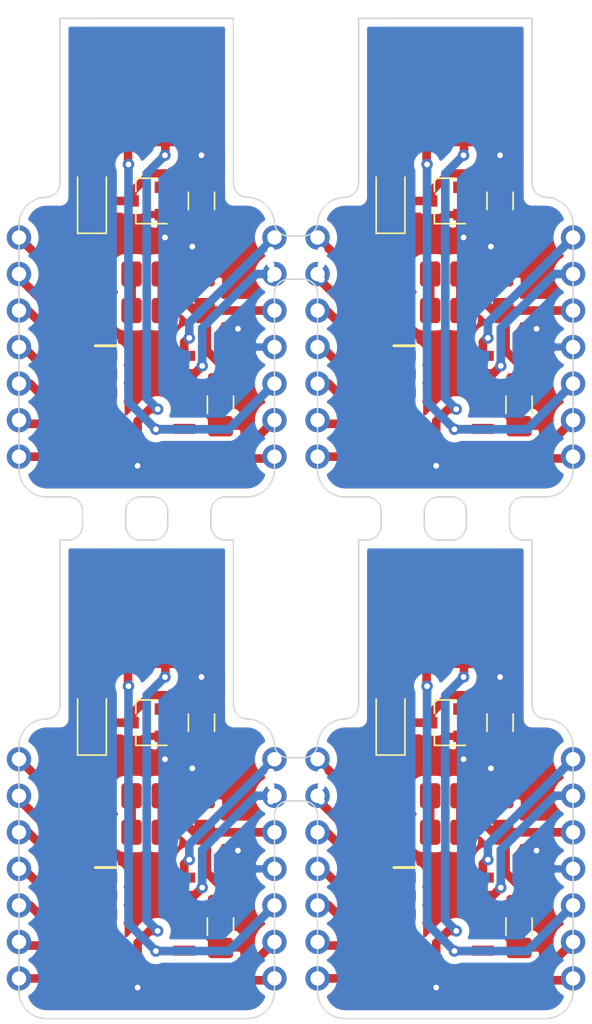
<source format=kicad_pcb>
(kicad_pcb (version 20171130) (host pcbnew 5.1.5-52549c5~86~ubuntu18.04.1)
  (layers (0 F.Cu signal) (31 B.Cu signal) (34 B.Paste user) (35 F.Paste user) (36 B.SilkS user) (37 F.SilkS user) (38 B.Mask user) (39 F.Mask user) (44 Edge.Cuts user))
  (net 0 "")
  (net 1 Board_1-+3V3)
  (net 2 Board_1-/PA02)
  (net 3 Board_1-/PA04)
  (net 4 Board_1-/PA05)
  (net 5 Board_1-/PA08)
  (net 6 Board_1-/PA09)
  (net 7 Board_1-/PA14)
  (net 8 Board_1-/PA15)
  (net 9 Board_1-/PA24)
  (net 10 Board_1-/PA25)
  (net 11 Board_1-/PA28)
  (net 12 Board_1-/PA30)
  (net 13 Board_1-/PA31)
  (net 14 Board_1-GND)
  (net 15 "Board_1-Net-(C2-Pad1)")
  (net 16 "Board_1-Net-(D1-Pad1)")
  (net 17 "Board_1-Net-(D2-Pad1)")
  (net 18 Board_1-VBUS)
  (net 19 Board_2-+3V3)
  (net 20 Board_2-/PA02)
  (net 21 Board_2-/PA04)
  (net 22 Board_2-/PA05)
  (net 23 Board_2-/PA08)
  (net 24 Board_2-/PA09)
  (net 25 Board_2-/PA14)
  (net 26 Board_2-/PA15)
  (net 27 Board_2-/PA24)
  (net 28 Board_2-/PA25)
  (net 29 Board_2-/PA28)
  (net 30 Board_2-/PA30)
  (net 31 Board_2-/PA31)
  (net 32 Board_2-GND)
  (net 33 "Board_2-Net-(C2-Pad1)")
  (net 34 "Board_2-Net-(D1-Pad1)")
  (net 35 "Board_2-Net-(D2-Pad1)")
  (net 36 Board_2-VBUS)
  (net 37 Board_3-+3V3)
  (net 38 Board_3-/PA02)
  (net 39 Board_3-/PA04)
  (net 40 Board_3-/PA05)
  (net 41 Board_3-/PA08)
  (net 42 Board_3-/PA09)
  (net 43 Board_3-/PA14)
  (net 44 Board_3-/PA15)
  (net 45 Board_3-/PA24)
  (net 46 Board_3-/PA25)
  (net 47 Board_3-/PA28)
  (net 48 Board_3-/PA30)
  (net 49 Board_3-/PA31)
  (net 50 Board_3-GND)
  (net 51 "Board_3-Net-(C2-Pad1)")
  (net 52 "Board_3-Net-(D1-Pad1)")
  (net 53 "Board_3-Net-(D2-Pad1)")
  (net 54 Board_3-VBUS)
  (net 55 Board_4-+3V3)
  (net 56 Board_4-/PA02)
  (net 57 Board_4-/PA04)
  (net 58 Board_4-/PA05)
  (net 59 Board_4-/PA08)
  (net 60 Board_4-/PA09)
  (net 61 Board_4-/PA14)
  (net 62 Board_4-/PA15)
  (net 63 Board_4-/PA24)
  (net 64 Board_4-/PA25)
  (net 65 Board_4-/PA28)
  (net 66 Board_4-/PA30)
  (net 67 Board_4-/PA31)
  (net 68 Board_4-GND)
  (net 69 "Board_4-Net-(C2-Pad1)")
  (net 70 "Board_4-Net-(D1-Pad1)")
  (net 71 "Board_4-Net-(D2-Pad1)")
  (net 72 Board_4-VBUS)
  (module NPTH (layer F.Cu) (at 71.029013 101.411019)
    (fp_text reference REF** hide)
    (fp_text value NPTH hide)
    (pad "" np_thru_hole circle (at 0 0) (size 0.5 0.5) (drill 0.5) (layers *.Cu *.Mask))
  )
  (module NPTH (layer F.Cu) (at 71.029012 102.411019)
    (fp_text reference REF** hide)
    (fp_text value NPTH hide)
    (pad "" np_thru_hole circle (at 0 0) (size 0.5 0.5) (drill 0.5) (layers *.Cu *.Mask))
  )
  (module NPTH (layer F.Cu) (at 71.029011 103.411019)
    (fp_text reference REF** hide)
    (fp_text value NPTH hide)
    (pad "" np_thru_hole circle (at 0 0) (size 0.5 0.5) (drill 0.5) (layers *.Cu *.Mask))
  )
  (module NPTH (layer F.Cu) (at 71.02901 104.411019)
    (fp_text reference REF** hide)
    (fp_text value NPTH hide)
    (pad "" np_thru_hole circle (at 0 0) (size 0.5 0.5) (drill 0.5) (layers *.Cu *.Mask))
  )
  (module NPTH (layer F.Cu) (at 67.531 104.411019)
    (fp_text reference REF** hide)
    (fp_text value NPTH hide)
    (pad "" np_thru_hole circle (at 0 0) (size 0.5 0.5) (drill 0.5) (layers *.Cu *.Mask))
  )
  (module NPTH (layer F.Cu) (at 67.531 103.411019)
    (fp_text reference REF** hide)
    (fp_text value NPTH hide)
    (pad "" np_thru_hole circle (at 0 0) (size 0.5 0.5) (drill 0.5) (layers *.Cu *.Mask))
  )
  (module NPTH (layer F.Cu) (at 67.531 102.411019)
    (fp_text reference REF** hide)
    (fp_text value NPTH hide)
    (pad "" np_thru_hole circle (at 0 0) (size 0.5 0.5) (drill 0.5) (layers *.Cu *.Mask))
  )
  (module NPTH (layer F.Cu) (at 67.531 101.411019)
    (fp_text reference REF** hide)
    (fp_text value NPTH hide)
    (pad "" np_thru_hole circle (at 0 0) (size 0.5 0.5) (drill 0.5) (layers *.Cu *.Mask))
  )
  (module NPTH (layer F.Cu) (at 71.029013 65.137006)
    (fp_text reference REF** hide)
    (fp_text value NPTH hide)
    (pad "" np_thru_hole circle (at 0 0) (size 0.5 0.5) (drill 0.5) (layers *.Cu *.Mask))
  )
  (module NPTH (layer F.Cu) (at 71.029012 66.137006)
    (fp_text reference REF** hide)
    (fp_text value NPTH hide)
    (pad "" np_thru_hole circle (at 0 0) (size 0.5 0.5) (drill 0.5) (layers *.Cu *.Mask))
  )
  (module NPTH (layer F.Cu) (at 71.029011 67.137006)
    (fp_text reference REF** hide)
    (fp_text value NPTH hide)
    (pad "" np_thru_hole circle (at 0 0) (size 0.5 0.5) (drill 0.5) (layers *.Cu *.Mask))
  )
  (module NPTH (layer F.Cu) (at 71.02901 68.137006)
    (fp_text reference REF** hide)
    (fp_text value NPTH hide)
    (pad "" np_thru_hole circle (at 0 0) (size 0.5 0.5) (drill 0.5) (layers *.Cu *.Mask))
  )
  (module NPTH (layer F.Cu) (at 67.531 68.137006)
    (fp_text reference REF** hide)
    (fp_text value NPTH hide)
    (pad "" np_thru_hole circle (at 0 0) (size 0.5 0.5) (drill 0.5) (layers *.Cu *.Mask))
  )
  (module NPTH (layer F.Cu) (at 67.531 67.137006)
    (fp_text reference REF** hide)
    (fp_text value NPTH hide)
    (pad "" np_thru_hole circle (at 0 0) (size 0.5 0.5) (drill 0.5) (layers *.Cu *.Mask))
  )
  (module NPTH (layer F.Cu) (at 67.531 66.137006)
    (fp_text reference REF** hide)
    (fp_text value NPTH hide)
    (pad "" np_thru_hole circle (at 0 0) (size 0.5 0.5) (drill 0.5) (layers *.Cu *.Mask))
  )
  (module NPTH (layer F.Cu) (at 67.531 65.137006)
    (fp_text reference REF** hide)
    (fp_text value NPTH hide)
    (pad "" np_thru_hole circle (at 0 0) (size 0.5 0.5) (drill 0.5) (layers *.Cu *.Mask))
  )
  (module NPTH (layer F.Cu) (at 84.133458 86.52365)
    (fp_text reference REF** hide)
    (fp_text value NPTH hide)
    (pad "" np_thru_hole circle (at 0 0) (size 0.5 0.5) (drill 0.5) (layers *.Cu *.Mask))
  )
  (module NPTH (layer F.Cu) (at 83.133458 86.524065)
    (fp_text reference REF** hide)
    (fp_text value NPTH hide)
    (pad "" np_thru_hole circle (at 0 0) (size 0.5 0.5) (drill 0.5) (layers *.Cu *.Mask))
  )
  (module NPTH (layer F.Cu) (at 82.133458 86.524479)
    (fp_text reference REF** hide)
    (fp_text value NPTH hide)
    (pad "" np_thru_hole circle (at 0 0) (size 0.5 0.5) (drill 0.5) (layers *.Cu *.Mask))
  )
  (module NPTH (layer F.Cu) (at 81.133458 86.524894)
    (fp_text reference REF** hide)
    (fp_text value NPTH hide)
    (pad "" np_thru_hole circle (at 0 0) (size 0.5 0.5) (drill 0.5) (layers *.Cu *.Mask))
  )
  (module NPTH (layer F.Cu) (at 78.206787 86.526107)
    (fp_text reference REF** hide)
    (fp_text value NPTH hide)
    (pad "" np_thru_hole circle (at 0 0) (size 0.5 0.5) (drill 0.5) (layers *.Cu *.Mask))
  )
  (module NPTH (layer F.Cu) (at 77.206787 86.526522)
    (fp_text reference REF** hide)
    (fp_text value NPTH hide)
    (pad "" np_thru_hole circle (at 0 0) (size 0.5 0.5) (drill 0.5) (layers *.Cu *.Mask))
  )
  (module NPTH (layer F.Cu) (at 76.206787 86.526936)
    (fp_text reference REF** hide)
    (fp_text value NPTH hide)
    (pad "" np_thru_hole circle (at 0 0) (size 0.5 0.5) (drill 0.5) (layers *.Cu *.Mask))
  )
  (module NPTH (layer F.Cu) (at 75.206787 86.527351)
    (fp_text reference REF** hide)
    (fp_text value NPTH hide)
    (pad "" np_thru_hole circle (at 0 0) (size 0.5 0.5) (drill 0.5) (layers *.Cu *.Mask))
  )
  (module NPTH (layer F.Cu) (at 63.353445 86.52365)
    (fp_text reference REF** hide)
    (fp_text value NPTH hide)
    (pad "" np_thru_hole circle (at 0 0) (size 0.5 0.5) (drill 0.5) (layers *.Cu *.Mask))
  )
  (module NPTH (layer F.Cu) (at 62.353445 86.524065)
    (fp_text reference REF** hide)
    (fp_text value NPTH hide)
    (pad "" np_thru_hole circle (at 0 0) (size 0.5 0.5) (drill 0.5) (layers *.Cu *.Mask))
  )
  (module NPTH (layer F.Cu) (at 61.353445 86.524479)
    (fp_text reference REF** hide)
    (fp_text value NPTH hide)
    (pad "" np_thru_hole circle (at 0 0) (size 0.5 0.5) (drill 0.5) (layers *.Cu *.Mask))
  )
  (module NPTH (layer F.Cu) (at 60.353445 86.524894)
    (fp_text reference REF** hide)
    (fp_text value NPTH hide)
    (pad "" np_thru_hole circle (at 0 0) (size 0.5 0.5) (drill 0.5) (layers *.Cu *.Mask))
  )
  (module NPTH (layer F.Cu) (at 57.426774 86.526107)
    (fp_text reference REF** hide)
    (fp_text value NPTH hide)
    (pad "" np_thru_hole circle (at 0 0) (size 0.5 0.5) (drill 0.5) (layers *.Cu *.Mask))
  )
  (module NPTH (layer F.Cu) (at 56.426774 86.526522)
    (fp_text reference REF** hide)
    (fp_text value NPTH hide)
    (pad "" np_thru_hole circle (at 0 0) (size 0.5 0.5) (drill 0.5) (layers *.Cu *.Mask))
  )
  (module NPTH (layer F.Cu) (at 55.426774 86.526936)
    (fp_text reference REF** hide)
    (fp_text value NPTH hide)
    (pad "" np_thru_hole circle (at 0 0) (size 0.5 0.5) (drill 0.5) (layers *.Cu *.Mask))
  )
  (module NPTH (layer F.Cu) (at 54.426774 86.527351)
    (fp_text reference REF** hide)
    (fp_text value NPTH hide)
    (pad "" np_thru_hole circle (at 0 0) (size 0.5 0.5) (drill 0.5) (layers *.Cu *.Mask))
  )
  (module NPTH (layer F.Cu) (at 81.133354 83.025)
    (fp_text reference REF** hide)
    (fp_text value NPTH hide)
    (pad "" np_thru_hole circle (at 0 0) (size 0.5 0.5) (drill 0.5) (layers *.Cu *.Mask))
  )
  (module NPTH (layer F.Cu) (at 82.133354 83.025)
    (fp_text reference REF** hide)
    (fp_text value NPTH hide)
    (pad "" np_thru_hole circle (at 0 0) (size 0.5 0.5) (drill 0.5) (layers *.Cu *.Mask))
  )
  (module NPTH (layer F.Cu) (at 83.133354 83.025)
    (fp_text reference REF** hide)
    (fp_text value NPTH hide)
    (pad "" np_thru_hole circle (at 0 0) (size 0.5 0.5) (drill 0.5) (layers *.Cu *.Mask))
  )
  (module NPTH (layer F.Cu) (at 84.133354 83.025)
    (fp_text reference REF** hide)
    (fp_text value NPTH hide)
    (pad "" np_thru_hole circle (at 0 0) (size 0.5 0.5) (drill 0.5) (layers *.Cu *.Mask))
  )
  (module NPTH (layer F.Cu) (at 75.206683 83.025)
    (fp_text reference REF** hide)
    (fp_text value NPTH hide)
    (pad "" np_thru_hole circle (at 0 0) (size 0.5 0.5) (drill 0.5) (layers *.Cu *.Mask))
  )
  (module NPTH (layer F.Cu) (at 76.206683 83.025)
    (fp_text reference REF** hide)
    (fp_text value NPTH hide)
    (pad "" np_thru_hole circle (at 0 0) (size 0.5 0.5) (drill 0.5) (layers *.Cu *.Mask))
  )
  (module NPTH (layer F.Cu) (at 77.206683 83.025)
    (fp_text reference REF** hide)
    (fp_text value NPTH hide)
    (pad "" np_thru_hole circle (at 0 0) (size 0.5 0.5) (drill 0.5) (layers *.Cu *.Mask))
  )
  (module NPTH (layer F.Cu) (at 78.206683 83.025)
    (fp_text reference REF** hide)
    (fp_text value NPTH hide)
    (pad "" np_thru_hole circle (at 0 0) (size 0.5 0.5) (drill 0.5) (layers *.Cu *.Mask))
  )
  (module NPTH (layer F.Cu) (at 60.353341 83.025)
    (fp_text reference REF** hide)
    (fp_text value NPTH hide)
    (pad "" np_thru_hole circle (at 0 0) (size 0.5 0.5) (drill 0.5) (layers *.Cu *.Mask))
  )
  (module NPTH (layer F.Cu) (at 61.353341 83.025)
    (fp_text reference REF** hide)
    (fp_text value NPTH hide)
    (pad "" np_thru_hole circle (at 0 0) (size 0.5 0.5) (drill 0.5) (layers *.Cu *.Mask))
  )
  (module NPTH (layer F.Cu) (at 62.353341 83.025)
    (fp_text reference REF** hide)
    (fp_text value NPTH hide)
    (pad "" np_thru_hole circle (at 0 0) (size 0.5 0.5) (drill 0.5) (layers *.Cu *.Mask))
  )
  (module NPTH (layer F.Cu) (at 63.353341 83.025)
    (fp_text reference REF** hide)
    (fp_text value NPTH hide)
    (pad "" np_thru_hole circle (at 0 0) (size 0.5 0.5) (drill 0.5) (layers *.Cu *.Mask))
  )
  (module NPTH (layer F.Cu) (at 54.42667 83.025)
    (fp_text reference REF** hide)
    (fp_text value NPTH hide)
    (pad "" np_thru_hole circle (at 0 0) (size 0.5 0.5) (drill 0.5) (layers *.Cu *.Mask))
  )
  (module NPTH (layer F.Cu) (at 55.42667 83.025)
    (fp_text reference REF** hide)
    (fp_text value NPTH hide)
    (pad "" np_thru_hole circle (at 0 0) (size 0.5 0.5) (drill 0.5) (layers *.Cu *.Mask))
  )
  (module NPTH (layer F.Cu) (at 56.42667 83.025)
    (fp_text reference REF** hide)
    (fp_text value NPTH hide)
    (pad "" np_thru_hole circle (at 0 0) (size 0.5 0.5) (drill 0.5) (layers *.Cu *.Mask))
  )
  (module NPTH (layer F.Cu) (at 57.42667 83.025)
    (fp_text reference REF** hide)
    (fp_text value NPTH hide)
    (pad "" np_thru_hole circle (at 0 0) (size 0.5 0.5) (drill 0.5) (layers *.Cu *.Mask))
  )
  (module Connector_USB:USB_A_Plug_PCB (layer F.Cu) (at 79.670014 86.274014 180)
    (fp_text reference U2 hide)
    (fp_text value USB_A_Plug_PCB hide)
    (pad 1 connect rect (at 3.81 -4.9 180) (size 1.9 8) (layers F.Cu F.Mask) (net 72 Board_4-VBUS))
    (pad 4 connect rect (at -3.81 -4.9 180) (size 1.9 8) (layers F.Cu F.Mask) (net 68 Board_4-GND))
    (pad 3 connect rect (at -1.3 -5.15 180) (size 2 7.5) (layers F.Cu F.Mask) (net 63 Board_4-/PA24))
    (pad 2 connect rect (at 1.3 -5.15 180) (size 2 7.5) (layers F.Cu F.Mask) (net 64 Board_4-/PA25))
  )
  (module Package_TO_SOT_SMD:SOT-23 (layer F.Cu) (at 79.670014 98.974014 180)
    (fp_text reference U1 hide)
    (fp_text value MCP1700-3302E_SOT23 hide)
    (pad 1 smd rect (at -1 -0.95 180) (size 0.9 0.8) (layers F.Cu F.Paste F.Mask) (net 68 Board_4-GND))
    (pad 2 smd rect (at -1 0.95 180) (size 0.9 0.8) (layers F.Cu F.Paste F.Mask) (net 55 Board_4-+3V3))
    (pad 3 smd rect (at 1 0 180) (size 0.9 0.8) (layers F.Cu F.Paste F.Mask) (net 69 "Board_4-Net-(C2-Pad1)"))
  )
  (module Diode_SMD:D_SOD-123 (layer F.Cu) (at 75.860014 98.974014 90)
    (fp_text reference D3 hide)
    (fp_text value MBRA140 hide)
    (pad 2 smd rect (at 1.65 0 90) (size 0.9 1.2) (layers F.Cu F.Paste F.Mask) (net 72 Board_4-VBUS))
    (pad 1 smd rect (at -1.65 0 90) (size 0.9 1.2) (layers F.Cu F.Paste F.Mask) (net 69 "Board_4-Net-(C2-Pad1)"))
  )
  (module Capacitor_SMD:C_1206_3216Metric_Pad1.42x1.75mm_HandSolder (layer F.Cu) (at 83.480014 98.974014 270)
    (fp_text reference C2 hide)
    (fp_text value 1uF)
    (pad 1 smd roundrect (at -1.4875 0 270) (size 1.425 1.75) (layers F.Cu F.Paste F.Mask) (roundrect_rratio 0.175439) (net 69 "Board_4-Net-(C2-Pad1)"))
    (pad 2 smd roundrect (at 1.4875 0 270) (size 1.425 1.75) (layers F.Cu F.Paste F.Mask) (roundrect_rratio 0.175439) (net 68 Board_4-GND))
  )
  (module SamD11_Breakout:PinHeader_1x07_P2.54mm_Vertical (layer F.Cu) (at 88.560014 101.514014)
    (fp_text reference J2 hide)
    (fp_text value Conn_01x07 hide)
    (pad 1 thru_hole circle (at 0 0) (size 1.7 1.7) (drill 1) (layers *.Cu *.Mask) (net 57 Board_4-/PA04))
    (pad 2 thru_hole oval (at 0 2.54) (size 1.7 1.7) (drill 1) (layers *.Cu *.Mask) (net 56 Board_4-/PA02))
    (pad 3 thru_hole oval (at 0 5.08) (size 1.7 1.7) (drill 1) (layers *.Cu *.Mask) (net 55 Board_4-+3V3))
    (pad 4 thru_hole oval (at 0 7.62) (size 1.7 1.7) (drill 1) (layers *.Cu *.Mask) (net 68 Board_4-GND))
    (pad 5 thru_hole oval (at 0 10.16) (size 1.7 1.7) (drill 1) (layers *.Cu *.Mask) (net 64 Board_4-/PA25))
    (pad 6 thru_hole oval (at 0 12.7) (size 1.7 1.7) (drill 1) (layers *.Cu *.Mask) (net 63 Board_4-/PA24))
    (pad 7 thru_hole oval (at 0 15.24) (size 1.7 1.7) (drill 1) (layers *.Cu *.Mask) (net 67 Board_4-/PA31))
  )
  (module SamD11_Breakout:SOIC127P600X175-14N (layer F.Cu) (at 79.568414 113.553614)
    (fp_text reference IC2)
    (fp_text value ATSAMD11C14A-SSUT hide)
    (pad 1 smd rect (at -2.712 -3.81 90) (size 0.7 1.525) (layers F.Cu F.Paste F.Mask) (net 58 Board_4-/PA05))
    (pad 2 smd rect (at -2.712 -2.54 90) (size 0.7 1.525) (layers F.Cu F.Paste F.Mask) (net 59 Board_4-/PA08))
    (pad 3 smd rect (at -2.712 -1.27 90) (size 0.7 1.525) (layers F.Cu F.Paste F.Mask) (net 60 Board_4-/PA09))
    (pad 4 smd rect (at -2.712 0 90) (size 0.7 1.525) (layers F.Cu F.Paste F.Mask) (net 61 Board_4-/PA14))
    (pad 5 smd rect (at -2.712 1.27 90) (size 0.7 1.525) (layers F.Cu F.Paste F.Mask) (net 62 Board_4-/PA15))
    (pad 6 smd rect (at -2.712 2.54 90) (size 0.7 1.525) (layers F.Cu F.Paste F.Mask) (net 65 Board_4-/PA28))
    (pad 7 smd rect (at -2.712 3.81 90) (size 0.7 1.525) (layers F.Cu F.Paste F.Mask) (net 66 Board_4-/PA30))
    (pad 8 smd rect (at 2.712 3.81 90) (size 0.7 1.525) (layers F.Cu F.Paste F.Mask) (net 67 Board_4-/PA31))
    (pad 9 smd rect (at 2.712 2.54 90) (size 0.7 1.525) (layers F.Cu F.Paste F.Mask) (net 63 Board_4-/PA24))
    (pad 10 smd rect (at 2.712 1.27 90) (size 0.7 1.525) (layers F.Cu F.Paste F.Mask) (net 64 Board_4-/PA25))
    (pad 11 smd rect (at 2.712 0 90) (size 0.7 1.525) (layers F.Cu F.Paste F.Mask) (net 68 Board_4-GND))
    (pad 12 smd rect (at 2.712 -1.27 90) (size 0.7 1.525) (layers F.Cu F.Paste F.Mask) (net 55 Board_4-+3V3))
    (pad 13 smd rect (at 2.712 -2.54 90) (size 0.7 1.525) (layers F.Cu F.Paste F.Mask) (net 56 Board_4-/PA02))
    (pad 14 smd rect (at 2.712 -3.81 90) (size 0.7 1.525) (layers F.Cu F.Paste F.Mask) (net 57 Board_4-/PA04))
  )
  (module SamD11_Breakout:R_1206_3216Metric_Pad1.42x1.75mm_HandSolder (layer F.Cu) (at 82.210014 104.054014)
    (fp_text reference R1 hide)
    (fp_text value 1K hide)
    (pad 2 smd roundrect (at 1.4875 0) (size 1.425 1.75) (layers F.Cu F.Paste F.Mask) (roundrect_rratio 0.175439) (net 68 Board_4-GND))
    (pad 1 smd roundrect (at -1.4875 0) (size 1.425 1.75) (layers F.Cu F.Paste F.Mask) (roundrect_rratio 0.175439) (net 70 "Board_4-Net-(D1-Pad1)"))
  )
  (module SamD11_Breakout:LED_1206_3216Metric_Pad1.42x1.75mm_HandSolder (layer F.Cu) (at 77.130014 106.594014 180)
    (fp_text reference D2 hide)
    (fp_text value LED hide)
    (pad 2 smd roundrect (at 1.4875 0 180) (size 1.425 1.75) (layers F.Cu F.Paste F.Mask) (roundrect_rratio 0.175439) (net 58 Board_4-/PA05))
    (pad 1 smd roundrect (at -1.4875 0 180) (size 1.425 1.75) (layers F.Cu F.Paste F.Mask) (roundrect_rratio 0.175439) (net 71 "Board_4-Net-(D2-Pad1)"))
  )
  (module SamD11_Breakout:R_1206_3216Metric_Pad1.42x1.75mm_HandSolder (layer F.Cu) (at 77.130014 104.054014 180)
    (fp_text reference R2 hide)
    (fp_text value 1K hide)
    (pad 2 smd roundrect (at 1.4875 0 180) (size 1.425 1.75) (layers F.Cu F.Paste F.Mask) (roundrect_rratio 0.175439) (net 68 Board_4-GND))
    (pad 1 smd roundrect (at -1.4875 0 180) (size 1.425 1.75) (layers F.Cu F.Paste F.Mask) (roundrect_rratio 0.175439) (net 71 "Board_4-Net-(D2-Pad1)"))
  )
  (module SamD11_Breakout:LED_1206_3216Metric_Pad1.42x1.75mm_HandSolder (layer F.Cu) (at 82.210014 106.594014)
    (fp_text reference D1 hide)
    (fp_text value POWER hide)
    (pad 2 smd roundrect (at 1.4875 0) (size 1.425 1.75) (layers F.Cu F.Paste F.Mask) (roundrect_rratio 0.175439) (net 55 Board_4-+3V3))
    (pad 1 smd roundrect (at -1.4875 0) (size 1.425 1.75) (layers F.Cu F.Paste F.Mask) (roundrect_rratio 0.175439) (net 70 "Board_4-Net-(D1-Pad1)"))
  )
  (module SamD11_Breakout:PinHeader_1x07_P2.54mm_Vertical (layer F.Cu) (at 70.780014 101.514014)
    (fp_text reference J1 hide)
    (fp_text value Conn_01x07 hide)
    (pad 1 thru_hole circle (at 0 0) (size 1.7 1.7) (drill 1) (layers *.Cu *.Mask) (net 58 Board_4-/PA05))
    (pad 2 thru_hole oval (at 0 2.54) (size 1.7 1.7) (drill 1) (layers *.Cu *.Mask) (net 59 Board_4-/PA08))
    (pad 3 thru_hole oval (at 0 5.08) (size 1.7 1.7) (drill 1) (layers *.Cu *.Mask) (net 60 Board_4-/PA09))
    (pad 4 thru_hole oval (at 0 7.62) (size 1.7 1.7) (drill 1) (layers *.Cu *.Mask) (net 61 Board_4-/PA14))
    (pad 5 thru_hole oval (at 0 10.16) (size 1.7 1.7) (drill 1) (layers *.Cu *.Mask) (net 62 Board_4-/PA15))
    (pad 6 thru_hole oval (at 0 12.7) (size 1.7 1.7) (drill 1) (layers *.Cu *.Mask) (net 65 Board_4-/PA28))
    (pad 7 thru_hole oval (at 0 15.24) (size 1.7 1.7) (drill 1) (layers *.Cu *.Mask) (net 66 Board_4-/PA30))
  )
  (module Capacitor_SMD:C_1206_3216Metric_Pad1.42x1.75mm_HandSolder (layer F.Cu) (at 84.800814 113.147214 270)
    (fp_text reference C1 hide)
    (fp_text value 0.1uF hide)
    (pad 2 smd roundrect (at 1.4875 0 270) (size 1.425 1.75) (layers F.Cu F.Paste F.Mask) (roundrect_rratio 0.175439) (net 68 Board_4-GND))
    (pad 1 smd roundrect (at -1.4875 0 270) (size 1.425 1.75) (layers F.Cu F.Paste F.Mask) (roundrect_rratio 0.175439) (net 55 Board_4-+3V3))
  )
  (module Connector_USB:USB_A_Plug_PCB (layer F.Cu) (at 58.890001 86.274014 180)
    (fp_text reference U2 hide)
    (fp_text value USB_A_Plug_PCB hide)
    (pad 1 connect rect (at 3.81 -4.9 180) (size 1.9 8) (layers F.Cu F.Mask) (net 54 Board_3-VBUS))
    (pad 4 connect rect (at -3.81 -4.9 180) (size 1.9 8) (layers F.Cu F.Mask) (net 50 Board_3-GND))
    (pad 3 connect rect (at -1.3 -5.15 180) (size 2 7.5) (layers F.Cu F.Mask) (net 45 Board_3-/PA24))
    (pad 2 connect rect (at 1.3 -5.15 180) (size 2 7.5) (layers F.Cu F.Mask) (net 46 Board_3-/PA25))
  )
  (module Package_TO_SOT_SMD:SOT-23 (layer F.Cu) (at 58.890001 98.974014 180)
    (fp_text reference U1 hide)
    (fp_text value MCP1700-3302E_SOT23 hide)
    (pad 1 smd rect (at -1 -0.95 180) (size 0.9 0.8) (layers F.Cu F.Paste F.Mask) (net 50 Board_3-GND))
    (pad 2 smd rect (at -1 0.95 180) (size 0.9 0.8) (layers F.Cu F.Paste F.Mask) (net 37 Board_3-+3V3))
    (pad 3 smd rect (at 1 0 180) (size 0.9 0.8) (layers F.Cu F.Paste F.Mask) (net 51 "Board_3-Net-(C2-Pad1)"))
  )
  (module Diode_SMD:D_SOD-123 (layer F.Cu) (at 55.080001 98.974014 90)
    (fp_text reference D3 hide)
    (fp_text value MBRA140 hide)
    (pad 2 smd rect (at 1.65 0 90) (size 0.9 1.2) (layers F.Cu F.Paste F.Mask) (net 54 Board_3-VBUS))
    (pad 1 smd rect (at -1.65 0 90) (size 0.9 1.2) (layers F.Cu F.Paste F.Mask) (net 51 "Board_3-Net-(C2-Pad1)"))
  )
  (module Capacitor_SMD:C_1206_3216Metric_Pad1.42x1.75mm_HandSolder (layer F.Cu) (at 62.700001 98.974014 270)
    (fp_text reference C2 hide)
    (fp_text value 1uF)
    (pad 1 smd roundrect (at -1.4875 0 270) (size 1.425 1.75) (layers F.Cu F.Paste F.Mask) (roundrect_rratio 0.175439) (net 51 "Board_3-Net-(C2-Pad1)"))
    (pad 2 smd roundrect (at 1.4875 0 270) (size 1.425 1.75) (layers F.Cu F.Paste F.Mask) (roundrect_rratio 0.175439) (net 50 Board_3-GND))
  )
  (module SamD11_Breakout:PinHeader_1x07_P2.54mm_Vertical (layer F.Cu) (at 67.780001 101.514014)
    (fp_text reference J2 hide)
    (fp_text value Conn_01x07 hide)
    (pad 1 thru_hole circle (at 0 0) (size 1.7 1.7) (drill 1) (layers *.Cu *.Mask) (net 39 Board_3-/PA04))
    (pad 2 thru_hole oval (at 0 2.54) (size 1.7 1.7) (drill 1) (layers *.Cu *.Mask) (net 38 Board_3-/PA02))
    (pad 3 thru_hole oval (at 0 5.08) (size 1.7 1.7) (drill 1) (layers *.Cu *.Mask) (net 37 Board_3-+3V3))
    (pad 4 thru_hole oval (at 0 7.62) (size 1.7 1.7) (drill 1) (layers *.Cu *.Mask) (net 50 Board_3-GND))
    (pad 5 thru_hole oval (at 0 10.16) (size 1.7 1.7) (drill 1) (layers *.Cu *.Mask) (net 46 Board_3-/PA25))
    (pad 6 thru_hole oval (at 0 12.7) (size 1.7 1.7) (drill 1) (layers *.Cu *.Mask) (net 45 Board_3-/PA24))
    (pad 7 thru_hole oval (at 0 15.24) (size 1.7 1.7) (drill 1) (layers *.Cu *.Mask) (net 49 Board_3-/PA31))
  )
  (module SamD11_Breakout:SOIC127P600X175-14N (layer F.Cu) (at 58.788401 113.553614)
    (fp_text reference IC2)
    (fp_text value ATSAMD11C14A-SSUT hide)
    (pad 1 smd rect (at -2.712 -3.81 90) (size 0.7 1.525) (layers F.Cu F.Paste F.Mask) (net 40 Board_3-/PA05))
    (pad 2 smd rect (at -2.712 -2.54 90) (size 0.7 1.525) (layers F.Cu F.Paste F.Mask) (net 41 Board_3-/PA08))
    (pad 3 smd rect (at -2.712 -1.27 90) (size 0.7 1.525) (layers F.Cu F.Paste F.Mask) (net 42 Board_3-/PA09))
    (pad 4 smd rect (at -2.712 0 90) (size 0.7 1.525) (layers F.Cu F.Paste F.Mask) (net 43 Board_3-/PA14))
    (pad 5 smd rect (at -2.712 1.27 90) (size 0.7 1.525) (layers F.Cu F.Paste F.Mask) (net 44 Board_3-/PA15))
    (pad 6 smd rect (at -2.712 2.54 90) (size 0.7 1.525) (layers F.Cu F.Paste F.Mask) (net 47 Board_3-/PA28))
    (pad 7 smd rect (at -2.712 3.81 90) (size 0.7 1.525) (layers F.Cu F.Paste F.Mask) (net 48 Board_3-/PA30))
    (pad 8 smd rect (at 2.712 3.81 90) (size 0.7 1.525) (layers F.Cu F.Paste F.Mask) (net 49 Board_3-/PA31))
    (pad 9 smd rect (at 2.712 2.54 90) (size 0.7 1.525) (layers F.Cu F.Paste F.Mask) (net 45 Board_3-/PA24))
    (pad 10 smd rect (at 2.712 1.27 90) (size 0.7 1.525) (layers F.Cu F.Paste F.Mask) (net 46 Board_3-/PA25))
    (pad 11 smd rect (at 2.712 0 90) (size 0.7 1.525) (layers F.Cu F.Paste F.Mask) (net 50 Board_3-GND))
    (pad 12 smd rect (at 2.712 -1.27 90) (size 0.7 1.525) (layers F.Cu F.Paste F.Mask) (net 37 Board_3-+3V3))
    (pad 13 smd rect (at 2.712 -2.54 90) (size 0.7 1.525) (layers F.Cu F.Paste F.Mask) (net 38 Board_3-/PA02))
    (pad 14 smd rect (at 2.712 -3.81 90) (size 0.7 1.525) (layers F.Cu F.Paste F.Mask) (net 39 Board_3-/PA04))
  )
  (module SamD11_Breakout:R_1206_3216Metric_Pad1.42x1.75mm_HandSolder (layer F.Cu) (at 61.430001 104.054014)
    (fp_text reference R1 hide)
    (fp_text value 1K hide)
    (pad 2 smd roundrect (at 1.4875 0) (size 1.425 1.75) (layers F.Cu F.Paste F.Mask) (roundrect_rratio 0.175439) (net 50 Board_3-GND))
    (pad 1 smd roundrect (at -1.4875 0) (size 1.425 1.75) (layers F.Cu F.Paste F.Mask) (roundrect_rratio 0.175439) (net 52 "Board_3-Net-(D1-Pad1)"))
  )
  (module SamD11_Breakout:LED_1206_3216Metric_Pad1.42x1.75mm_HandSolder (layer F.Cu) (at 56.350001 106.594014 180)
    (fp_text reference D2 hide)
    (fp_text value LED hide)
    (pad 2 smd roundrect (at 1.4875 0 180) (size 1.425 1.75) (layers F.Cu F.Paste F.Mask) (roundrect_rratio 0.175439) (net 40 Board_3-/PA05))
    (pad 1 smd roundrect (at -1.4875 0 180) (size 1.425 1.75) (layers F.Cu F.Paste F.Mask) (roundrect_rratio 0.175439) (net 53 "Board_3-Net-(D2-Pad1)"))
  )
  (module SamD11_Breakout:R_1206_3216Metric_Pad1.42x1.75mm_HandSolder (layer F.Cu) (at 56.350001 104.054014 180)
    (fp_text reference R2 hide)
    (fp_text value 1K hide)
    (pad 2 smd roundrect (at 1.4875 0 180) (size 1.425 1.75) (layers F.Cu F.Paste F.Mask) (roundrect_rratio 0.175439) (net 50 Board_3-GND))
    (pad 1 smd roundrect (at -1.4875 0 180) (size 1.425 1.75) (layers F.Cu F.Paste F.Mask) (roundrect_rratio 0.175439) (net 53 "Board_3-Net-(D2-Pad1)"))
  )
  (module SamD11_Breakout:LED_1206_3216Metric_Pad1.42x1.75mm_HandSolder (layer F.Cu) (at 61.430001 106.594014)
    (fp_text reference D1 hide)
    (fp_text value POWER hide)
    (pad 2 smd roundrect (at 1.4875 0) (size 1.425 1.75) (layers F.Cu F.Paste F.Mask) (roundrect_rratio 0.175439) (net 37 Board_3-+3V3))
    (pad 1 smd roundrect (at -1.4875 0) (size 1.425 1.75) (layers F.Cu F.Paste F.Mask) (roundrect_rratio 0.175439) (net 52 "Board_3-Net-(D1-Pad1)"))
  )
  (module SamD11_Breakout:PinHeader_1x07_P2.54mm_Vertical (layer F.Cu) (at 50.000001 101.514014)
    (fp_text reference J1 hide)
    (fp_text value Conn_01x07 hide)
    (pad 1 thru_hole circle (at 0 0) (size 1.7 1.7) (drill 1) (layers *.Cu *.Mask) (net 40 Board_3-/PA05))
    (pad 2 thru_hole oval (at 0 2.54) (size 1.7 1.7) (drill 1) (layers *.Cu *.Mask) (net 41 Board_3-/PA08))
    (pad 3 thru_hole oval (at 0 5.08) (size 1.7 1.7) (drill 1) (layers *.Cu *.Mask) (net 42 Board_3-/PA09))
    (pad 4 thru_hole oval (at 0 7.62) (size 1.7 1.7) (drill 1) (layers *.Cu *.Mask) (net 43 Board_3-/PA14))
    (pad 5 thru_hole oval (at 0 10.16) (size 1.7 1.7) (drill 1) (layers *.Cu *.Mask) (net 44 Board_3-/PA15))
    (pad 6 thru_hole oval (at 0 12.7) (size 1.7 1.7) (drill 1) (layers *.Cu *.Mask) (net 47 Board_3-/PA28))
    (pad 7 thru_hole oval (at 0 15.24) (size 1.7 1.7) (drill 1) (layers *.Cu *.Mask) (net 48 Board_3-/PA30))
  )
  (module Capacitor_SMD:C_1206_3216Metric_Pad1.42x1.75mm_HandSolder (layer F.Cu) (at 64.020801 113.147214 270)
    (fp_text reference C1 hide)
    (fp_text value 0.1uF hide)
    (pad 2 smd roundrect (at 1.4875 0 270) (size 1.425 1.75) (layers F.Cu F.Paste F.Mask) (roundrect_rratio 0.175439) (net 50 Board_3-GND))
    (pad 1 smd roundrect (at -1.4875 0 270) (size 1.425 1.75) (layers F.Cu F.Paste F.Mask) (roundrect_rratio 0.175439) (net 37 Board_3-+3V3))
  )
  (module Connector_USB:USB_A_Plug_PCB (layer F.Cu) (at 79.670014 50.000001 180)
    (fp_text reference U2 hide)
    (fp_text value USB_A_Plug_PCB hide)
    (pad 1 connect rect (at 3.81 -4.9 180) (size 1.9 8) (layers F.Cu F.Mask) (net 36 Board_2-VBUS))
    (pad 4 connect rect (at -3.81 -4.9 180) (size 1.9 8) (layers F.Cu F.Mask) (net 32 Board_2-GND))
    (pad 3 connect rect (at -1.3 -5.15 180) (size 2 7.5) (layers F.Cu F.Mask) (net 27 Board_2-/PA24))
    (pad 2 connect rect (at 1.3 -5.15 180) (size 2 7.5) (layers F.Cu F.Mask) (net 28 Board_2-/PA25))
  )
  (module Package_TO_SOT_SMD:SOT-23 (layer F.Cu) (at 79.670014 62.700001 180)
    (fp_text reference U1 hide)
    (fp_text value MCP1700-3302E_SOT23 hide)
    (pad 1 smd rect (at -1 -0.95 180) (size 0.9 0.8) (layers F.Cu F.Paste F.Mask) (net 32 Board_2-GND))
    (pad 2 smd rect (at -1 0.95 180) (size 0.9 0.8) (layers F.Cu F.Paste F.Mask) (net 19 Board_2-+3V3))
    (pad 3 smd rect (at 1 0 180) (size 0.9 0.8) (layers F.Cu F.Paste F.Mask) (net 33 "Board_2-Net-(C2-Pad1)"))
  )
  (module Diode_SMD:D_SOD-123 (layer F.Cu) (at 75.860014 62.700001 90)
    (fp_text reference D3 hide)
    (fp_text value MBRA140 hide)
    (pad 2 smd rect (at 1.65 0 90) (size 0.9 1.2) (layers F.Cu F.Paste F.Mask) (net 36 Board_2-VBUS))
    (pad 1 smd rect (at -1.65 0 90) (size 0.9 1.2) (layers F.Cu F.Paste F.Mask) (net 33 "Board_2-Net-(C2-Pad1)"))
  )
  (module Capacitor_SMD:C_1206_3216Metric_Pad1.42x1.75mm_HandSolder (layer F.Cu) (at 83.480014 62.700001 270)
    (fp_text reference C2 hide)
    (fp_text value 1uF)
    (pad 1 smd roundrect (at -1.4875 0 270) (size 1.425 1.75) (layers F.Cu F.Paste F.Mask) (roundrect_rratio 0.175439) (net 33 "Board_2-Net-(C2-Pad1)"))
    (pad 2 smd roundrect (at 1.4875 0 270) (size 1.425 1.75) (layers F.Cu F.Paste F.Mask) (roundrect_rratio 0.175439) (net 32 Board_2-GND))
  )
  (module SamD11_Breakout:PinHeader_1x07_P2.54mm_Vertical (layer F.Cu) (at 88.560014 65.240001)
    (fp_text reference J2 hide)
    (fp_text value Conn_01x07 hide)
    (pad 1 thru_hole circle (at 0 0) (size 1.7 1.7) (drill 1) (layers *.Cu *.Mask) (net 21 Board_2-/PA04))
    (pad 2 thru_hole oval (at 0 2.54) (size 1.7 1.7) (drill 1) (layers *.Cu *.Mask) (net 20 Board_2-/PA02))
    (pad 3 thru_hole oval (at 0 5.08) (size 1.7 1.7) (drill 1) (layers *.Cu *.Mask) (net 19 Board_2-+3V3))
    (pad 4 thru_hole oval (at 0 7.62) (size 1.7 1.7) (drill 1) (layers *.Cu *.Mask) (net 32 Board_2-GND))
    (pad 5 thru_hole oval (at 0 10.16) (size 1.7 1.7) (drill 1) (layers *.Cu *.Mask) (net 28 Board_2-/PA25))
    (pad 6 thru_hole oval (at 0 12.7) (size 1.7 1.7) (drill 1) (layers *.Cu *.Mask) (net 27 Board_2-/PA24))
    (pad 7 thru_hole oval (at 0 15.24) (size 1.7 1.7) (drill 1) (layers *.Cu *.Mask) (net 31 Board_2-/PA31))
  )
  (module SamD11_Breakout:SOIC127P600X175-14N (layer F.Cu) (at 79.568414 77.279601)
    (fp_text reference IC2)
    (fp_text value ATSAMD11C14A-SSUT hide)
    (pad 1 smd rect (at -2.712 -3.81 90) (size 0.7 1.525) (layers F.Cu F.Paste F.Mask) (net 22 Board_2-/PA05))
    (pad 2 smd rect (at -2.712 -2.54 90) (size 0.7 1.525) (layers F.Cu F.Paste F.Mask) (net 23 Board_2-/PA08))
    (pad 3 smd rect (at -2.712 -1.27 90) (size 0.7 1.525) (layers F.Cu F.Paste F.Mask) (net 24 Board_2-/PA09))
    (pad 4 smd rect (at -2.712 0 90) (size 0.7 1.525) (layers F.Cu F.Paste F.Mask) (net 25 Board_2-/PA14))
    (pad 5 smd rect (at -2.712 1.27 90) (size 0.7 1.525) (layers F.Cu F.Paste F.Mask) (net 26 Board_2-/PA15))
    (pad 6 smd rect (at -2.712 2.54 90) (size 0.7 1.525) (layers F.Cu F.Paste F.Mask) (net 29 Board_2-/PA28))
    (pad 7 smd rect (at -2.712 3.81 90) (size 0.7 1.525) (layers F.Cu F.Paste F.Mask) (net 30 Board_2-/PA30))
    (pad 8 smd rect (at 2.712 3.81 90) (size 0.7 1.525) (layers F.Cu F.Paste F.Mask) (net 31 Board_2-/PA31))
    (pad 9 smd rect (at 2.712 2.54 90) (size 0.7 1.525) (layers F.Cu F.Paste F.Mask) (net 27 Board_2-/PA24))
    (pad 10 smd rect (at 2.712 1.27 90) (size 0.7 1.525) (layers F.Cu F.Paste F.Mask) (net 28 Board_2-/PA25))
    (pad 11 smd rect (at 2.712 0 90) (size 0.7 1.525) (layers F.Cu F.Paste F.Mask) (net 32 Board_2-GND))
    (pad 12 smd rect (at 2.712 -1.27 90) (size 0.7 1.525) (layers F.Cu F.Paste F.Mask) (net 19 Board_2-+3V3))
    (pad 13 smd rect (at 2.712 -2.54 90) (size 0.7 1.525) (layers F.Cu F.Paste F.Mask) (net 20 Board_2-/PA02))
    (pad 14 smd rect (at 2.712 -3.81 90) (size 0.7 1.525) (layers F.Cu F.Paste F.Mask) (net 21 Board_2-/PA04))
  )
  (module SamD11_Breakout:R_1206_3216Metric_Pad1.42x1.75mm_HandSolder (layer F.Cu) (at 82.210014 67.780001)
    (fp_text reference R1 hide)
    (fp_text value 1K hide)
    (pad 2 smd roundrect (at 1.4875 0) (size 1.425 1.75) (layers F.Cu F.Paste F.Mask) (roundrect_rratio 0.175439) (net 32 Board_2-GND))
    (pad 1 smd roundrect (at -1.4875 0) (size 1.425 1.75) (layers F.Cu F.Paste F.Mask) (roundrect_rratio 0.175439) (net 34 "Board_2-Net-(D1-Pad1)"))
  )
  (module SamD11_Breakout:LED_1206_3216Metric_Pad1.42x1.75mm_HandSolder (layer F.Cu) (at 77.130014 70.320001 180)
    (fp_text reference D2 hide)
    (fp_text value LED hide)
    (pad 2 smd roundrect (at 1.4875 0 180) (size 1.425 1.75) (layers F.Cu F.Paste F.Mask) (roundrect_rratio 0.175439) (net 22 Board_2-/PA05))
    (pad 1 smd roundrect (at -1.4875 0 180) (size 1.425 1.75) (layers F.Cu F.Paste F.Mask) (roundrect_rratio 0.175439) (net 35 "Board_2-Net-(D2-Pad1)"))
  )
  (module SamD11_Breakout:R_1206_3216Metric_Pad1.42x1.75mm_HandSolder (layer F.Cu) (at 77.130014 67.780001 180)
    (fp_text reference R2 hide)
    (fp_text value 1K hide)
    (pad 2 smd roundrect (at 1.4875 0 180) (size 1.425 1.75) (layers F.Cu F.Paste F.Mask) (roundrect_rratio 0.175439) (net 32 Board_2-GND))
    (pad 1 smd roundrect (at -1.4875 0 180) (size 1.425 1.75) (layers F.Cu F.Paste F.Mask) (roundrect_rratio 0.175439) (net 35 "Board_2-Net-(D2-Pad1)"))
  )
  (module SamD11_Breakout:LED_1206_3216Metric_Pad1.42x1.75mm_HandSolder (layer F.Cu) (at 82.210014 70.320001)
    (fp_text reference D1 hide)
    (fp_text value POWER hide)
    (pad 2 smd roundrect (at 1.4875 0) (size 1.425 1.75) (layers F.Cu F.Paste F.Mask) (roundrect_rratio 0.175439) (net 19 Board_2-+3V3))
    (pad 1 smd roundrect (at -1.4875 0) (size 1.425 1.75) (layers F.Cu F.Paste F.Mask) (roundrect_rratio 0.175439) (net 34 "Board_2-Net-(D1-Pad1)"))
  )
  (module SamD11_Breakout:PinHeader_1x07_P2.54mm_Vertical (layer F.Cu) (at 70.780014 65.240001)
    (fp_text reference J1 hide)
    (fp_text value Conn_01x07 hide)
    (pad 1 thru_hole circle (at 0 0) (size 1.7 1.7) (drill 1) (layers *.Cu *.Mask) (net 22 Board_2-/PA05))
    (pad 2 thru_hole oval (at 0 2.54) (size 1.7 1.7) (drill 1) (layers *.Cu *.Mask) (net 23 Board_2-/PA08))
    (pad 3 thru_hole oval (at 0 5.08) (size 1.7 1.7) (drill 1) (layers *.Cu *.Mask) (net 24 Board_2-/PA09))
    (pad 4 thru_hole oval (at 0 7.62) (size 1.7 1.7) (drill 1) (layers *.Cu *.Mask) (net 25 Board_2-/PA14))
    (pad 5 thru_hole oval (at 0 10.16) (size 1.7 1.7) (drill 1) (layers *.Cu *.Mask) (net 26 Board_2-/PA15))
    (pad 6 thru_hole oval (at 0 12.7) (size 1.7 1.7) (drill 1) (layers *.Cu *.Mask) (net 29 Board_2-/PA28))
    (pad 7 thru_hole oval (at 0 15.24) (size 1.7 1.7) (drill 1) (layers *.Cu *.Mask) (net 30 Board_2-/PA30))
  )
  (module Capacitor_SMD:C_1206_3216Metric_Pad1.42x1.75mm_HandSolder (layer F.Cu) (at 84.800814 76.873201 270)
    (fp_text reference C1 hide)
    (fp_text value 0.1uF hide)
    (pad 2 smd roundrect (at 1.4875 0 270) (size 1.425 1.75) (layers F.Cu F.Paste F.Mask) (roundrect_rratio 0.175439) (net 32 Board_2-GND))
    (pad 1 smd roundrect (at -1.4875 0 270) (size 1.425 1.75) (layers F.Cu F.Paste F.Mask) (roundrect_rratio 0.175439) (net 19 Board_2-+3V3))
  )
  (module Connector_USB:USB_A_Plug_PCB (layer F.Cu) (at 58.890001 50.000001 180)
    (fp_text reference U2 hide)
    (fp_text value USB_A_Plug_PCB hide)
    (pad 1 connect rect (at 3.81 -4.9 180) (size 1.9 8) (layers F.Cu F.Mask) (net 18 Board_1-VBUS))
    (pad 4 connect rect (at -3.81 -4.9 180) (size 1.9 8) (layers F.Cu F.Mask) (net 14 Board_1-GND))
    (pad 3 connect rect (at -1.3 -5.15 180) (size 2 7.5) (layers F.Cu F.Mask) (net 9 Board_1-/PA24))
    (pad 2 connect rect (at 1.3 -5.15 180) (size 2 7.5) (layers F.Cu F.Mask) (net 10 Board_1-/PA25))
  )
  (module Package_TO_SOT_SMD:SOT-23 (layer F.Cu) (at 58.890001 62.700001 180)
    (fp_text reference U1 hide)
    (fp_text value MCP1700-3302E_SOT23 hide)
    (pad 1 smd rect (at -1 -0.95 180) (size 0.9 0.8) (layers F.Cu F.Paste F.Mask) (net 14 Board_1-GND))
    (pad 2 smd rect (at -1 0.95 180) (size 0.9 0.8) (layers F.Cu F.Paste F.Mask) (net 1 Board_1-+3V3))
    (pad 3 smd rect (at 1 0 180) (size 0.9 0.8) (layers F.Cu F.Paste F.Mask) (net 15 "Board_1-Net-(C2-Pad1)"))
  )
  (module Diode_SMD:D_SOD-123 (layer F.Cu) (at 55.080001 62.700001 90)
    (fp_text reference D3 hide)
    (fp_text value MBRA140 hide)
    (pad 2 smd rect (at 1.65 0 90) (size 0.9 1.2) (layers F.Cu F.Paste F.Mask) (net 18 Board_1-VBUS))
    (pad 1 smd rect (at -1.65 0 90) (size 0.9 1.2) (layers F.Cu F.Paste F.Mask) (net 15 "Board_1-Net-(C2-Pad1)"))
  )
  (module Capacitor_SMD:C_1206_3216Metric_Pad1.42x1.75mm_HandSolder (layer F.Cu) (at 62.700001 62.700001 270)
    (fp_text reference C2 hide)
    (fp_text value 1uF)
    (pad 1 smd roundrect (at -1.4875 0 270) (size 1.425 1.75) (layers F.Cu F.Paste F.Mask) (roundrect_rratio 0.175439) (net 15 "Board_1-Net-(C2-Pad1)"))
    (pad 2 smd roundrect (at 1.4875 0 270) (size 1.425 1.75) (layers F.Cu F.Paste F.Mask) (roundrect_rratio 0.175439) (net 14 Board_1-GND))
  )
  (module SamD11_Breakout:PinHeader_1x07_P2.54mm_Vertical (layer F.Cu) (at 67.780001 65.240001)
    (fp_text reference J2 hide)
    (fp_text value Conn_01x07 hide)
    (pad 1 thru_hole circle (at 0 0) (size 1.7 1.7) (drill 1) (layers *.Cu *.Mask) (net 3 Board_1-/PA04))
    (pad 2 thru_hole oval (at 0 2.54) (size 1.7 1.7) (drill 1) (layers *.Cu *.Mask) (net 2 Board_1-/PA02))
    (pad 3 thru_hole oval (at 0 5.08) (size 1.7 1.7) (drill 1) (layers *.Cu *.Mask) (net 1 Board_1-+3V3))
    (pad 4 thru_hole oval (at 0 7.62) (size 1.7 1.7) (drill 1) (layers *.Cu *.Mask) (net 14 Board_1-GND))
    (pad 5 thru_hole oval (at 0 10.16) (size 1.7 1.7) (drill 1) (layers *.Cu *.Mask) (net 10 Board_1-/PA25))
    (pad 6 thru_hole oval (at 0 12.7) (size 1.7 1.7) (drill 1) (layers *.Cu *.Mask) (net 9 Board_1-/PA24))
    (pad 7 thru_hole oval (at 0 15.24) (size 1.7 1.7) (drill 1) (layers *.Cu *.Mask) (net 13 Board_1-/PA31))
  )
  (module SamD11_Breakout:SOIC127P600X175-14N (layer F.Cu) (at 58.788401 77.279601)
    (fp_text reference IC2)
    (fp_text value ATSAMD11C14A-SSUT hide)
    (pad 1 smd rect (at -2.712 -3.81 90) (size 0.7 1.525) (layers F.Cu F.Paste F.Mask) (net 4 Board_1-/PA05))
    (pad 2 smd rect (at -2.712 -2.54 90) (size 0.7 1.525) (layers F.Cu F.Paste F.Mask) (net 5 Board_1-/PA08))
    (pad 3 smd rect (at -2.712 -1.27 90) (size 0.7 1.525) (layers F.Cu F.Paste F.Mask) (net 6 Board_1-/PA09))
    (pad 4 smd rect (at -2.712 0 90) (size 0.7 1.525) (layers F.Cu F.Paste F.Mask) (net 7 Board_1-/PA14))
    (pad 5 smd rect (at -2.712 1.27 90) (size 0.7 1.525) (layers F.Cu F.Paste F.Mask) (net 8 Board_1-/PA15))
    (pad 6 smd rect (at -2.712 2.54 90) (size 0.7 1.525) (layers F.Cu F.Paste F.Mask) (net 11 Board_1-/PA28))
    (pad 7 smd rect (at -2.712 3.81 90) (size 0.7 1.525) (layers F.Cu F.Paste F.Mask) (net 12 Board_1-/PA30))
    (pad 8 smd rect (at 2.712 3.81 90) (size 0.7 1.525) (layers F.Cu F.Paste F.Mask) (net 13 Board_1-/PA31))
    (pad 9 smd rect (at 2.712 2.54 90) (size 0.7 1.525) (layers F.Cu F.Paste F.Mask) (net 9 Board_1-/PA24))
    (pad 10 smd rect (at 2.712 1.27 90) (size 0.7 1.525) (layers F.Cu F.Paste F.Mask) (net 10 Board_1-/PA25))
    (pad 11 smd rect (at 2.712 0 90) (size 0.7 1.525) (layers F.Cu F.Paste F.Mask) (net 14 Board_1-GND))
    (pad 12 smd rect (at 2.712 -1.27 90) (size 0.7 1.525) (layers F.Cu F.Paste F.Mask) (net 1 Board_1-+3V3))
    (pad 13 smd rect (at 2.712 -2.54 90) (size 0.7 1.525) (layers F.Cu F.Paste F.Mask) (net 2 Board_1-/PA02))
    (pad 14 smd rect (at 2.712 -3.81 90) (size 0.7 1.525) (layers F.Cu F.Paste F.Mask) (net 3 Board_1-/PA04))
  )
  (module SamD11_Breakout:R_1206_3216Metric_Pad1.42x1.75mm_HandSolder (layer F.Cu) (at 61.430001 67.780001)
    (fp_text reference R1 hide)
    (fp_text value 1K hide)
    (pad 2 smd roundrect (at 1.4875 0) (size 1.425 1.75) (layers F.Cu F.Paste F.Mask) (roundrect_rratio 0.175439) (net 14 Board_1-GND))
    (pad 1 smd roundrect (at -1.4875 0) (size 1.425 1.75) (layers F.Cu F.Paste F.Mask) (roundrect_rratio 0.175439) (net 16 "Board_1-Net-(D1-Pad1)"))
  )
  (module SamD11_Breakout:LED_1206_3216Metric_Pad1.42x1.75mm_HandSolder (layer F.Cu) (at 56.350001 70.320001 180)
    (fp_text reference D2 hide)
    (fp_text value LED hide)
    (pad 2 smd roundrect (at 1.4875 0 180) (size 1.425 1.75) (layers F.Cu F.Paste F.Mask) (roundrect_rratio 0.175439) (net 4 Board_1-/PA05))
    (pad 1 smd roundrect (at -1.4875 0 180) (size 1.425 1.75) (layers F.Cu F.Paste F.Mask) (roundrect_rratio 0.175439) (net 17 "Board_1-Net-(D2-Pad1)"))
  )
  (module SamD11_Breakout:R_1206_3216Metric_Pad1.42x1.75mm_HandSolder (layer F.Cu) (at 56.350001 67.780001 180)
    (fp_text reference R2 hide)
    (fp_text value 1K hide)
    (pad 2 smd roundrect (at 1.4875 0 180) (size 1.425 1.75) (layers F.Cu F.Paste F.Mask) (roundrect_rratio 0.175439) (net 14 Board_1-GND))
    (pad 1 smd roundrect (at -1.4875 0 180) (size 1.425 1.75) (layers F.Cu F.Paste F.Mask) (roundrect_rratio 0.175439) (net 17 "Board_1-Net-(D2-Pad1)"))
  )
  (module SamD11_Breakout:LED_1206_3216Metric_Pad1.42x1.75mm_HandSolder (layer F.Cu) (at 61.430001 70.320001)
    (fp_text reference D1 hide)
    (fp_text value POWER hide)
    (pad 2 smd roundrect (at 1.4875 0) (size 1.425 1.75) (layers F.Cu F.Paste F.Mask) (roundrect_rratio 0.175439) (net 1 Board_1-+3V3))
    (pad 1 smd roundrect (at -1.4875 0) (size 1.425 1.75) (layers F.Cu F.Paste F.Mask) (roundrect_rratio 0.175439) (net 16 "Board_1-Net-(D1-Pad1)"))
  )
  (module SamD11_Breakout:PinHeader_1x07_P2.54mm_Vertical (layer F.Cu) (at 50.000001 65.240001)
    (fp_text reference J1 hide)
    (fp_text value Conn_01x07 hide)
    (pad 1 thru_hole circle (at 0 0) (size 1.7 1.7) (drill 1) (layers *.Cu *.Mask) (net 4 Board_1-/PA05))
    (pad 2 thru_hole oval (at 0 2.54) (size 1.7 1.7) (drill 1) (layers *.Cu *.Mask) (net 5 Board_1-/PA08))
    (pad 3 thru_hole oval (at 0 5.08) (size 1.7 1.7) (drill 1) (layers *.Cu *.Mask) (net 6 Board_1-/PA09))
    (pad 4 thru_hole oval (at 0 7.62) (size 1.7 1.7) (drill 1) (layers *.Cu *.Mask) (net 7 Board_1-/PA14))
    (pad 5 thru_hole oval (at 0 10.16) (size 1.7 1.7) (drill 1) (layers *.Cu *.Mask) (net 8 Board_1-/PA15))
    (pad 6 thru_hole oval (at 0 12.7) (size 1.7 1.7) (drill 1) (layers *.Cu *.Mask) (net 11 Board_1-/PA28))
    (pad 7 thru_hole oval (at 0 15.24) (size 1.7 1.7) (drill 1) (layers *.Cu *.Mask) (net 12 Board_1-/PA30))
  )
  (module Capacitor_SMD:C_1206_3216Metric_Pad1.42x1.75mm_HandSolder (layer F.Cu) (at 64.020801 76.873201 270)
    (fp_text reference C1 hide)
    (fp_text value 0.1uF hide)
    (pad 2 smd roundrect (at 1.4875 0 270) (size 1.425 1.75) (layers F.Cu F.Paste F.Mask) (roundrect_rratio 0.175439) (net 14 Board_1-GND))
    (pad 1 smd roundrect (at -1.4875 0 270) (size 1.425 1.75) (layers F.Cu F.Paste F.Mask) (roundrect_rratio 0.175439) (net 1 Board_1-+3V3))
  )
  (gr_line (start 59.3528 86.2753) (end 58.4281 86.2757) (layer Edge.Cuts) (width 0.1))
  (gr_line (start 59.4507 86.2705) (end 59.3528 86.2753) (layer Edge.Cuts) (width 0.1))
  (gr_line (start 59.5478 86.256) (end 59.4507 86.2705) (layer Edge.Cuts) (width 0.1))
  (gr_line (start 59.6429 86.2322) (end 59.5478 86.256) (layer Edge.Cuts) (width 0.1))
  (gr_line (start 59.7353 86.1991) (end 59.6429 86.2322) (layer Edge.Cuts) (width 0.1))
  (gr_line (start 59.824 86.1571) (end 59.7353 86.1991) (layer Edge.Cuts) (width 0.1))
  (gr_line (start 59.9081 86.1066) (end 59.824 86.1571) (layer Edge.Cuts) (width 0.1))
  (gr_line (start 59.9869 86.0482) (end 59.9081 86.1066) (layer Edge.Cuts) (width 0.1))
  (gr_line (start 60.0596 85.9823) (end 59.9869 86.0482) (layer Edge.Cuts) (width 0.1))
  (gr_line (start 60.1255 85.9096) (end 60.0596 85.9823) (layer Edge.Cuts) (width 0.1))
  (gr_line (start 60.1839 85.8308) (end 60.1255 85.9096) (layer Edge.Cuts) (width 0.1))
  (gr_line (start 60.2343 85.7466) (end 60.1839 85.8308) (layer Edge.Cuts) (width 0.1))
  (gr_line (start 60.2763 85.6579) (end 60.2343 85.7466) (layer Edge.Cuts) (width 0.1))
  (gr_line (start 60.3093 85.5655) (end 60.2763 85.6579) (layer Edge.Cuts) (width 0.1))
  (gr_line (start 60.3331 85.4703) (end 60.3093 85.5655) (layer Edge.Cuts) (width 0.1))
  (gr_line (start 60.3475 85.3733) (end 60.3331 85.4703) (layer Edge.Cuts) (width 0.1))
  (gr_line (start 60.3523 85.2753) (end 60.3475 85.3733) (layer Edge.Cuts) (width 0.1))
  (gr_line (start 60.3523 84.275) (end 60.3523 85.2753) (layer Edge.Cuts) (width 0.1))
  (gr_line (start 60.3475 84.177) (end 60.3523 84.275) (layer Edge.Cuts) (width 0.1))
  (gr_line (start 60.3331 84.0799) (end 60.3475 84.177) (layer Edge.Cuts) (width 0.1))
  (gr_line (start 60.3093 83.9847) (end 60.3331 84.0799) (layer Edge.Cuts) (width 0.1))
  (gr_line (start 60.2762 83.8923) (end 60.3093 83.9847) (layer Edge.Cuts) (width 0.1))
  (gr_line (start 60.2343 83.8036) (end 60.2762 83.8923) (layer Edge.Cuts) (width 0.1))
  (gr_line (start 60.1838 83.7194) (end 60.2343 83.8036) (layer Edge.Cuts) (width 0.1))
  (gr_line (start 60.1254 83.6406) (end 60.1838 83.7194) (layer Edge.Cuts) (width 0.1))
  (gr_line (start 60.0594 83.5679) (end 60.1254 83.6406) (layer Edge.Cuts) (width 0.1))
  (gr_line (start 59.9867 83.502) (end 60.0594 83.5679) (layer Edge.Cuts) (width 0.1))
  (gr_line (start 59.9079 83.4435) (end 59.9867 83.502) (layer Edge.Cuts) (width 0.1))
  (gr_line (start 59.8237 83.3931) (end 59.9079 83.4435) (layer Edge.Cuts) (width 0.1))
  (gr_line (start 59.735 83.3511) (end 59.8237 83.3931) (layer Edge.Cuts) (width 0.1))
  (gr_line (start 59.6426 83.3181) (end 59.735 83.3511) (layer Edge.Cuts) (width 0.1))
  (gr_line (start 59.5474 83.2942) (end 59.6426 83.3181) (layer Edge.Cuts) (width 0.1))
  (gr_line (start 59.4504 83.2798) (end 59.5474 83.2942) (layer Edge.Cuts) (width 0.1))
  (gr_line (start 59.3523 83.275) (end 59.4504 83.2798) (layer Edge.Cuts) (width 0.1))
  (gr_line (start 58.4277 83.275) (end 59.3523 83.275) (layer Edge.Cuts) (width 0.1))
  (gr_line (start 58.3297 83.2798) (end 58.4277 83.275) (layer Edge.Cuts) (width 0.1))
  (gr_line (start 58.2326 83.2942) (end 58.3297 83.2798) (layer Edge.Cuts) (width 0.1))
  (gr_line (start 58.1374 83.3181) (end 58.2326 83.2942) (layer Edge.Cuts) (width 0.1))
  (gr_line (start 58.045 83.3511) (end 58.1374 83.3181) (layer Edge.Cuts) (width 0.1))
  (gr_line (start 57.9563 83.3931) (end 58.045 83.3511) (layer Edge.Cuts) (width 0.1))
  (gr_line (start 57.8721 83.4435) (end 57.9563 83.3931) (layer Edge.Cuts) (width 0.1))
  (gr_line (start 57.7933 83.502) (end 57.8721 83.4435) (layer Edge.Cuts) (width 0.1))
  (gr_line (start 57.7206 83.5679) (end 57.7933 83.502) (layer Edge.Cuts) (width 0.1))
  (gr_line (start 57.6547 83.6406) (end 57.7206 83.5679) (layer Edge.Cuts) (width 0.1))
  (gr_line (start 57.5962 83.7194) (end 57.6547 83.6406) (layer Edge.Cuts) (width 0.1))
  (gr_line (start 57.5457 83.8036) (end 57.5962 83.7194) (layer Edge.Cuts) (width 0.1))
  (gr_line (start 57.5038 83.8923) (end 57.5457 83.8036) (layer Edge.Cuts) (width 0.1))
  (gr_line (start 57.4707 83.9847) (end 57.5038 83.8923) (layer Edge.Cuts) (width 0.1))
  (gr_line (start 57.4469 84.0799) (end 57.4707 83.9847) (layer Edge.Cuts) (width 0.1))
  (gr_line (start 57.4325 84.177) (end 57.4469 84.0799) (layer Edge.Cuts) (width 0.1))
  (gr_line (start 57.4277 84.275) (end 57.4325 84.177) (layer Edge.Cuts) (width 0.1))
  (gr_line (start 57.4277 85.2757) (end 57.4277 84.275) (layer Edge.Cuts) (width 0.1))
  (gr_line (start 57.4325 85.3737) (end 57.4277 85.2757) (layer Edge.Cuts) (width 0.1))
  (gr_line (start 57.4469 85.4708) (end 57.4325 85.3737) (layer Edge.Cuts) (width 0.1))
  (gr_line (start 57.4708 85.5661) (end 57.4469 85.4708) (layer Edge.Cuts) (width 0.1))
  (gr_line (start 57.5038 85.6585) (end 57.4708 85.5661) (layer Edge.Cuts) (width 0.1))
  (gr_line (start 57.5458 85.7472) (end 57.5038 85.6585) (layer Edge.Cuts) (width 0.1))
  (gr_line (start 57.5963 85.8314) (end 57.5458 85.7472) (layer Edge.Cuts) (width 0.1))
  (gr_line (start 57.6548 85.9102) (end 57.5963 85.8314) (layer Edge.Cuts) (width 0.1))
  (gr_line (start 57.7207 85.9829) (end 57.6548 85.9102) (layer Edge.Cuts) (width 0.1))
  (gr_line (start 57.7935 86.0489) (end 57.7207 85.9829) (layer Edge.Cuts) (width 0.1))
  (gr_line (start 57.8723 86.1073) (end 57.7935 86.0489) (layer Edge.Cuts) (width 0.1))
  (gr_line (start 57.9565 86.1577) (end 57.8723 86.1073) (layer Edge.Cuts) (width 0.1))
  (gr_line (start 58.0453 86.1997) (end 57.9565 86.1577) (layer Edge.Cuts) (width 0.1))
  (gr_line (start 58.1377 86.2327) (end 58.0453 86.1997) (layer Edge.Cuts) (width 0.1))
  (gr_line (start 58.2329 86.2565) (end 58.1377 86.2327) (layer Edge.Cuts) (width 0.1))
  (gr_line (start 58.33 86.2709) (end 58.2329 86.2565) (layer Edge.Cuts) (width 0.1))
  (gr_line (start 58.4281 86.2757) (end 58.33 86.2709) (layer Edge.Cuts) (width 0.1))
  (gr_line (start 64.9235 86.2863) (end 64.9223 86.2742) (layer Edge.Cuts) (width 0.1))
  (gr_line (start 64.9235 97.7202) (end 64.9235 86.2863) (layer Edge.Cuts) (width 0.1))
  (gr_line (start 64.9281 97.8158) (end 64.9235 97.7202) (layer Edge.Cuts) (width 0.1))
  (gr_line (start 64.9418 97.9105) (end 64.9281 97.8158) (layer Edge.Cuts) (width 0.1))
  (gr_line (start 64.9644 98.0035) (end 64.9418 97.9105) (layer Edge.Cuts) (width 0.1))
  (gr_line (start 64.9959 98.0938) (end 64.9644 98.0035) (layer Edge.Cuts) (width 0.1))
  (gr_line (start 65.0359 98.1808) (end 64.9959 98.0938) (layer Edge.Cuts) (width 0.1))
  (gr_line (start 65.0839 98.2635) (end 65.0359 98.1808) (layer Edge.Cuts) (width 0.1))
  (gr_line (start 65.1397 98.3413) (end 65.0839 98.2635) (layer Edge.Cuts) (width 0.1))
  (gr_line (start 65.2026 98.4133) (end 65.1397 98.3413) (layer Edge.Cuts) (width 0.1))
  (gr_line (start 65.2722 98.479) (end 65.2026 98.4133) (layer Edge.Cuts) (width 0.1))
  (gr_line (start 65.3477 98.5378) (end 65.2722 98.479) (layer Edge.Cuts) (width 0.1))
  (gr_line (start 65.4285 98.5891) (end 65.3477 98.5378) (layer Edge.Cuts) (width 0.1))
  (gr_line (start 65.5138 98.6324) (end 65.4285 98.5891) (layer Edge.Cuts) (width 0.1))
  (gr_line (start 65.6028 98.6674) (end 65.5138 98.6324) (layer Edge.Cuts) (width 0.1))
  (gr_line (start 65.6948 98.6937) (end 65.6028 98.6674) (layer Edge.Cuts) (width 0.1))
  (gr_line (start 65.7889 98.7111) (end 65.6948 98.6937) (layer Edge.Cuts) (width 0.1))
  (gr_line (start 65.8751 98.719) (end 65.7889 98.7111) (layer Edge.Cuts) (width 0.1))
  (gr_line (start 66.0611 98.7288) (end 65.8751 98.719) (layer Edge.Cuts) (width 0.1))
  (gr_line (start 66.0872 98.7315) (end 66.0611 98.7288) (layer Edge.Cuts) (width 0.1))
  (gr_line (start 66.2712 98.761) (end 66.0872 98.7315) (layer Edge.Cuts) (width 0.1))
  (gr_line (start 66.4513 98.8089) (end 66.2712 98.761) (layer Edge.Cuts) (width 0.1))
  (gr_line (start 66.4763 98.817) (end 66.4513 98.8089) (layer Edge.Cuts) (width 0.1))
  (gr_line (start 66.6501 98.8841) (end 66.4763 98.817) (layer Edge.Cuts) (width 0.1))
  (gr_line (start 66.8279 98.9747) (end 66.6501 98.8841) (layer Edge.Cuts) (width 0.1))
  (gr_line (start 66.9951 99.0833) (end 66.8279 98.9747) (layer Edge.Cuts) (width 0.1))
  (gr_line (start 67.1401 99.2003) (end 66.9951 99.0833) (layer Edge.Cuts) (width 0.1))
  (gr_line (start 67.1597 99.2179) (end 67.1401 99.2003) (layer Edge.Cuts) (width 0.1))
  (gr_line (start 67.2912 99.3499) (end 67.1597 99.2179) (layer Edge.Cuts) (width 0.1))
  (gr_line (start 67.4087 99.4945) (end 67.2912 99.3499) (layer Edge.Cuts) (width 0.1))
  (gr_line (start 67.4241 99.5157) (end 67.4087 99.4945) (layer Edge.Cuts) (width 0.1))
  (gr_line (start 67.5185 99.661) (end 67.4241 99.5157) (layer Edge.Cuts) (width 0.1))
  (gr_line (start 67.5316 99.6837) (end 67.5185 99.661) (layer Edge.Cuts) (width 0.1))
  (gr_line (start 67.6159 99.8499) (end 67.5316 99.6837) (layer Edge.Cuts) (width 0.1))
  (gr_line (start 67.683 100.0237) (end 67.6159 99.8499) (layer Edge.Cuts) (width 0.1))
  (gr_line (start 67.6911 100.0487) (end 67.683 100.0237) (layer Edge.Cuts) (width 0.1))
  (gr_line (start 67.7359 100.216) (end 67.6911 100.0487) (layer Edge.Cuts) (width 0.1))
  (gr_line (start 67.7414 100.2417) (end 67.7359 100.216) (layer Edge.Cuts) (width 0.1))
  (gr_line (start 67.7702 100.4258) (end 67.7414 100.2417) (layer Edge.Cuts) (width 0.1))
  (gr_line (start 67.7725 100.4624) (end 67.7702 100.4258) (layer Edge.Cuts) (width 0.1))
  (gr_line (start 67.7829 100.563) (end 67.7725 100.4624) (layer Edge.Cuts) (width 0.1))
  (gr_line (start 67.8034 100.6621) (end 67.7829 100.563) (layer Edge.Cuts) (width 0.1))
  (gr_line (start 67.8338 100.7586) (end 67.8034 100.6621) (layer Edge.Cuts) (width 0.1))
  (gr_line (start 67.8738 100.8515) (end 67.8338 100.7586) (layer Edge.Cuts) (width 0.1))
  (gr_line (start 67.9231 100.9399) (end 67.8738 100.8515) (layer Edge.Cuts) (width 0.1))
  (gr_line (start 67.981 101.0229) (end 67.9231 100.9399) (layer Edge.Cuts) (width 0.1))
  (gr_line (start 68.0469 101.0996) (end 67.981 101.0229) (layer Edge.Cuts) (width 0.1))
  (gr_line (start 68.1203 101.1693) (end 68.0469 101.0996) (layer Edge.Cuts) (width 0.1))
  (gr_line (start 68.2004 101.2312) (end 68.1203 101.1693) (layer Edge.Cuts) (width 0.1))
  (gr_line (start 68.2863 101.2846) (end 68.2004 101.2312) (layer Edge.Cuts) (width 0.1))
  (gr_line (start 68.3772 101.3292) (end 68.2863 101.2846) (layer Edge.Cuts) (width 0.1))
  (gr_line (start 68.4721 101.3643) (end 68.3772 101.3292) (layer Edge.Cuts) (width 0.1))
  (gr_line (start 68.57 101.3896) (end 68.4721 101.3643) (layer Edge.Cuts) (width 0.1))
  (gr_line (start 68.6701 101.4049) (end 68.57 101.3896) (layer Edge.Cuts) (width 0.1))
  (gr_line (start 68.7711 101.41) (end 68.6701 101.4049) (layer Edge.Cuts) (width 0.1))
  (gr_line (start 69.7889 101.41) (end 68.7711 101.41) (layer Edge.Cuts) (width 0.1))
  (gr_line (start 69.89 101.4049) (end 69.7889 101.41) (layer Edge.Cuts) (width 0.1))
  (gr_line (start 69.99 101.3896) (end 69.89 101.4049) (layer Edge.Cuts) (width 0.1))
  (gr_line (start 70.0879 101.3643) (end 69.99 101.3896) (layer Edge.Cuts) (width 0.1))
  (gr_line (start 70.1828 101.3292) (end 70.0879 101.3643) (layer Edge.Cuts) (width 0.1))
  (gr_line (start 70.2737 101.2846) (end 70.1828 101.3292) (layer Edge.Cuts) (width 0.1))
  (gr_line (start 70.3596 101.2312) (end 70.2737 101.2846) (layer Edge.Cuts) (width 0.1))
  (gr_line (start 70.4397 101.1693) (end 70.3596 101.2312) (layer Edge.Cuts) (width 0.1))
  (gr_line (start 70.5131 101.0996) (end 70.4397 101.1693) (layer Edge.Cuts) (width 0.1))
  (gr_line (start 70.5791 101.0229) (end 70.5131 101.0996) (layer Edge.Cuts) (width 0.1))
  (gr_line (start 70.637 100.9399) (end 70.5791 101.0229) (layer Edge.Cuts) (width 0.1))
  (gr_line (start 70.6862 100.8515) (end 70.637 100.9399) (layer Edge.Cuts) (width 0.1))
  (gr_line (start 70.7262 100.7586) (end 70.6862 100.8515) (layer Edge.Cuts) (width 0.1))
  (gr_line (start 70.7566 100.6621) (end 70.7262 100.7586) (layer Edge.Cuts) (width 0.1))
  (gr_line (start 70.7771 100.563) (end 70.7566 100.6621) (layer Edge.Cuts) (width 0.1))
  (gr_line (start 70.7875 100.4624) (end 70.7771 100.563) (layer Edge.Cuts) (width 0.1))
  (gr_line (start 70.7898 100.4258) (end 70.7875 100.4624) (layer Edge.Cuts) (width 0.1))
  (gr_line (start 70.821 100.2288) (end 70.7898 100.4258) (layer Edge.Cuts) (width 0.1))
  (gr_line (start 70.8726 100.0361) (end 70.821 100.2288) (layer Edge.Cuts) (width 0.1))
  (gr_line (start 70.9441 99.8499) (end 70.8726 100.0361) (layer Edge.Cuts) (width 0.1))
  (gr_line (start 71.0347 99.6722) (end 70.9441 99.8499) (layer Edge.Cuts) (width 0.1))
  (gr_line (start 71.1433 99.5049) (end 71.0347 99.6722) (layer Edge.Cuts) (width 0.1))
  (gr_line (start 71.2689 99.3499) (end 71.1433 99.5049) (layer Edge.Cuts) (width 0.1))
  (gr_line (start 71.4003 99.2179) (end 71.2689 99.3499) (layer Edge.Cuts) (width 0.1))
  (gr_line (start 71.4199 99.2003) (end 71.4003 99.2179) (layer Edge.Cuts) (width 0.1))
  (gr_line (start 71.5649 99.0833) (end 71.4199 99.2003) (layer Edge.Cuts) (width 0.1))
  (gr_line (start 71.7322 98.9747) (end 71.5649 99.0833) (layer Edge.Cuts) (width 0.1))
  (gr_line (start 71.9099 98.8841) (end 71.7322 98.9747) (layer Edge.Cuts) (width 0.1))
  (gr_line (start 72.0837 98.817) (end 71.9099 98.8841) (layer Edge.Cuts) (width 0.1))
  (gr_line (start 72.1087 98.8089) (end 72.0837 98.817) (layer Edge.Cuts) (width 0.1))
  (gr_line (start 72.2888 98.761) (end 72.1087 98.8089) (layer Edge.Cuts) (width 0.1))
  (gr_line (start 72.4728 98.7315) (end 72.2888 98.761) (layer Edge.Cuts) (width 0.1))
  (gr_line (start 72.4986 98.7288) (end 72.4728 98.7315) (layer Edge.Cuts) (width 0.1))
  (gr_line (start 72.6933 98.7187) (end 72.4986 98.7288) (layer Edge.Cuts) (width 0.1))
  (gr_line (start 72.794 98.7083) (end 72.6933 98.7187) (layer Edge.Cuts) (width 0.1))
  (gr_line (start 72.8932 98.6878) (end 72.794 98.7083) (layer Edge.Cuts) (width 0.1))
  (gr_line (start 72.9897 98.6574) (end 72.8932 98.6878) (layer Edge.Cuts) (width 0.1))
  (gr_line (start 73.0827 98.6174) (end 72.9897 98.6574) (layer Edge.Cuts) (width 0.1))
  (gr_line (start 73.1711 98.5682) (end 73.0827 98.6174) (layer Edge.Cuts) (width 0.1))
  (gr_line (start 73.2542 98.5104) (end 73.1711 98.5682) (layer Edge.Cuts) (width 0.1))
  (gr_line (start 73.3309 98.4444) (end 73.2542 98.5104) (layer Edge.Cuts) (width 0.1))
  (gr_line (start 73.4006 98.371) (end 73.3309 98.4444) (layer Edge.Cuts) (width 0.1))
  (gr_line (start 73.4625 98.2909) (end 73.4006 98.371) (layer Edge.Cuts) (width 0.1))
  (gr_line (start 73.516 98.205) (end 73.4625 98.2909) (layer Edge.Cuts) (width 0.1))
  (gr_line (start 73.5606 98.1141) (end 73.516 98.205) (layer Edge.Cuts) (width 0.1))
  (gr_line (start 73.5957 98.0192) (end 73.5606 98.1141) (layer Edge.Cuts) (width 0.1))
  (gr_line (start 73.6211 97.9212) (end 73.5957 98.0192) (layer Edge.Cuts) (width 0.1))
  (gr_line (start 73.6364 97.8211) (end 73.6211 97.9212) (layer Edge.Cuts) (width 0.1))
  (gr_line (start 73.6415 97.72) (end 73.6364 97.8211) (layer Edge.Cuts) (width 0.1))
  (gr_line (start 73.6415 86.2913) (end 73.6415 97.72) (layer Edge.Cuts) (width 0.1))
  (gr_line (start 73.6427 86.2792) (end 73.6415 86.2913) (layer Edge.Cuts) (width 0.1))
  (gr_line (start 73.6548 86.278) (end 73.6427 86.2792) (layer Edge.Cuts) (width 0.1))
  (gr_line (start 74.2061 86.2778) (end 73.6548 86.278) (layer Edge.Cuts) (width 0.1))
  (gr_line (start 74.3041 86.2729) (end 74.2061 86.2778) (layer Edge.Cuts) (width 0.1))
  (gr_line (start 74.4011 86.2585) (end 74.3041 86.2729) (layer Edge.Cuts) (width 0.1))
  (gr_line (start 74.4963 86.2346) (end 74.4011 86.2585) (layer Edge.Cuts) (width 0.1))
  (gr_line (start 74.5887 86.2015) (end 74.4963 86.2346) (layer Edge.Cuts) (width 0.1))
  (gr_line (start 74.6773 86.1596) (end 74.5887 86.2015) (layer Edge.Cuts) (width 0.1))
  (gr_line (start 74.7615 86.1091) (end 74.6773 86.1596) (layer Edge.Cuts) (width 0.1))
  (gr_line (start 74.8403 86.0506) (end 74.7615 86.1091) (layer Edge.Cuts) (width 0.1))
  (gr_line (start 74.9129 85.9847) (end 74.8403 86.0506) (layer Edge.Cuts) (width 0.1))
  (gr_line (start 74.9788 85.912) (end 74.9129 85.9847) (layer Edge.Cuts) (width 0.1))
  (gr_line (start 75.0372 85.8332) (end 74.9788 85.912) (layer Edge.Cuts) (width 0.1))
  (gr_line (start 75.0877 85.749) (end 75.0372 85.8332) (layer Edge.Cuts) (width 0.1))
  (gr_line (start 75.1296 85.6604) (end 75.0877 85.749) (layer Edge.Cuts) (width 0.1))
  (gr_line (start 75.1626 85.568) (end 75.1296 85.6604) (layer Edge.Cuts) (width 0.1))
  (gr_line (start 75.1865 85.4728) (end 75.1626 85.568) (layer Edge.Cuts) (width 0.1))
  (gr_line (start 75.2009 85.3758) (end 75.1865 85.4728) (layer Edge.Cuts) (width 0.1))
  (gr_line (start 75.2057 85.2778) (end 75.2009 85.3758) (layer Edge.Cuts) (width 0.1))
  (gr_line (start 75.2057 84.275) (end 75.2057 85.2778) (layer Edge.Cuts) (width 0.1))
  (gr_line (start 75.2009 84.177) (end 75.2057 84.275) (layer Edge.Cuts) (width 0.1))
  (gr_line (start 75.1865 84.0799) (end 75.2009 84.177) (layer Edge.Cuts) (width 0.1))
  (gr_line (start 75.1626 83.9847) (end 75.1865 84.0799) (layer Edge.Cuts) (width 0.1))
  (gr_line (start 75.1296 83.8923) (end 75.1626 83.9847) (layer Edge.Cuts) (width 0.1))
  (gr_line (start 75.0876 83.8036) (end 75.1296 83.8923) (layer Edge.Cuts) (width 0.1))
  (gr_line (start 75.0372 83.7194) (end 75.0876 83.8036) (layer Edge.Cuts) (width 0.1))
  (gr_line (start 74.9787 83.6406) (end 75.0372 83.7194) (layer Edge.Cuts) (width 0.1))
  (gr_line (start 74.9128 83.5679) (end 74.9787 83.6406) (layer Edge.Cuts) (width 0.1))
  (gr_line (start 74.8401 83.502) (end 74.9128 83.5679) (layer Edge.Cuts) (width 0.1))
  (gr_line (start 74.7613 83.4435) (end 74.8401 83.502) (layer Edge.Cuts) (width 0.1))
  (gr_line (start 74.6771 83.3931) (end 74.7613 83.4435) (layer Edge.Cuts) (width 0.1))
  (gr_line (start 74.5884 83.3511) (end 74.6771 83.3931) (layer Edge.Cuts) (width 0.1))
  (gr_line (start 74.496 83.3181) (end 74.5884 83.3511) (layer Edge.Cuts) (width 0.1))
  (gr_line (start 74.4008 83.2942) (end 74.496 83.3181) (layer Edge.Cuts) (width 0.1))
  (gr_line (start 74.3037 83.2798) (end 74.4008 83.2942) (layer Edge.Cuts) (width 0.1))
  (gr_line (start 74.2057 83.275) (end 74.3037 83.2798) (layer Edge.Cuts) (width 0.1))
  (gr_line (start 72.6916 83.275) (end 74.2057 83.275) (layer Edge.Cuts) (width 0.1))
  (gr_line (start 72.4858 83.2642) (end 72.6916 83.275) (layer Edge.Cuts) (width 0.1))
  (gr_line (start 72.2888 83.233) (end 72.4858 83.2642) (layer Edge.Cuts) (width 0.1))
  (gr_line (start 72.0961 83.1814) (end 72.2888 83.233) (layer Edge.Cuts) (width 0.1))
  (gr_line (start 71.9099 83.1099) (end 72.0961 83.1814) (layer Edge.Cuts) (width 0.1))
  (gr_line (start 71.7437 83.0256) (end 71.9099 83.1099) (layer Edge.Cuts) (width 0.1))
  (gr_line (start 71.721 83.0125) (end 71.7437 83.0256) (layer Edge.Cuts) (width 0.1))
  (gr_line (start 71.5757 82.9182) (end 71.721 83.0125) (layer Edge.Cuts) (width 0.1))
  (gr_line (start 71.5545 82.9027) (end 71.5757 82.9182) (layer Edge.Cuts) (width 0.1))
  (gr_line (start 71.4099 82.7852) (end 71.5545 82.9027) (layer Edge.Cuts) (width 0.1))
  (gr_line (start 71.2779 82.6537) (end 71.4099 82.7852) (layer Edge.Cuts) (width 0.1))
  (gr_line (start 71.2603 82.6342) (end 71.2779 82.6537) (layer Edge.Cuts) (width 0.1))
  (gr_line (start 71.1433 82.4891) (end 71.2603 82.6342) (layer Edge.Cuts) (width 0.1))
  (gr_line (start 71.0347 82.3218) (end 71.1433 82.4891) (layer Edge.Cuts) (width 0.1))
  (gr_line (start 70.9441 82.1441) (end 71.0347 82.3218) (layer Edge.Cuts) (width 0.1))
  (gr_line (start 70.8726 81.9579) (end 70.9441 82.1441) (layer Edge.Cuts) (width 0.1))
  (gr_line (start 70.821 81.7652) (end 70.8726 81.9579) (layer Edge.Cuts) (width 0.1))
  (gr_line (start 70.7915 81.5812) (end 70.821 81.7652) (layer Edge.Cuts) (width 0.1))
  (gr_line (start 70.7888 81.5551) (end 70.7915 81.5812) (layer Edge.Cuts) (width 0.1))
  (gr_line (start 70.779 81.3624) (end 70.7888 81.5551) (layer Edge.Cuts) (width 0.1))
  (gr_line (start 70.779 69.138) (end 70.779 81.3624) (layer Edge.Cuts) (width 0.1))
  (gr_line (start 70.7742 69.04) (end 70.779 69.138) (layer Edge.Cuts) (width 0.1))
  (gr_line (start 70.7598 68.9429) (end 70.7742 69.04) (layer Edge.Cuts) (width 0.1))
  (gr_line (start 70.736 68.8477) (end 70.7598 68.9429) (layer Edge.Cuts) (width 0.1))
  (gr_line (start 70.7029 68.7553) (end 70.736 68.8477) (layer Edge.Cuts) (width 0.1))
  (gr_line (start 70.6609 68.6666) (end 70.7029 68.7553) (layer Edge.Cuts) (width 0.1))
  (gr_line (start 70.6105 68.5824) (end 70.6609 68.6666) (layer Edge.Cuts) (width 0.1))
  (gr_line (start 70.552 68.5036) (end 70.6105 68.5824) (layer Edge.Cuts) (width 0.1))
  (gr_line (start 70.4861 68.4309) (end 70.552 68.5036) (layer Edge.Cuts) (width 0.1))
  (gr_line (start 70.4134 68.365) (end 70.4861 68.4309) (layer Edge.Cuts) (width 0.1))
  (gr_line (start 70.3346 68.3065) (end 70.4134 68.365) (layer Edge.Cuts) (width 0.1))
  (gr_line (start 70.2504 68.2561) (end 70.3346 68.3065) (layer Edge.Cuts) (width 0.1))
  (gr_line (start 70.1617 68.2141) (end 70.2504 68.2561) (layer Edge.Cuts) (width 0.1))
  (gr_line (start 70.0693 68.1811) (end 70.1617 68.2141) (layer Edge.Cuts) (width 0.1))
  (gr_line (start 69.9741 68.1572) (end 70.0693 68.1811) (layer Edge.Cuts) (width 0.1))
  (gr_line (start 69.877 68.1428) (end 69.9741 68.1572) (layer Edge.Cuts) (width 0.1))
  (gr_line (start 69.779 68.138) (end 69.877 68.1428) (layer Edge.Cuts) (width 0.1))
  (gr_line (start 68.781 68.138) (end 69.779 68.138) (layer Edge.Cuts) (width 0.1))
  (gr_line (start 68.683 68.1428) (end 68.781 68.138) (layer Edge.Cuts) (width 0.1))
  (gr_line (start 68.5859 68.1572) (end 68.683 68.1428) (layer Edge.Cuts) (width 0.1))
  (gr_line (start 68.4907 68.1811) (end 68.5859 68.1572) (layer Edge.Cuts) (width 0.1))
  (gr_line (start 68.3983 68.2141) (end 68.4907 68.1811) (layer Edge.Cuts) (width 0.1))
  (gr_line (start 68.3096 68.2561) (end 68.3983 68.2141) (layer Edge.Cuts) (width 0.1))
  (gr_line (start 68.2254 68.3065) (end 68.3096 68.2561) (layer Edge.Cuts) (width 0.1))
  (gr_line (start 68.1466 68.365) (end 68.2254 68.3065) (layer Edge.Cuts) (width 0.1))
  (gr_line (start 68.0739 68.4309) (end 68.1466 68.365) (layer Edge.Cuts) (width 0.1))
  (gr_line (start 68.008 68.5036) (end 68.0739 68.4309) (layer Edge.Cuts) (width 0.1))
  (gr_line (start 67.9495 68.5824) (end 68.008 68.5036) (layer Edge.Cuts) (width 0.1))
  (gr_line (start 67.8991 68.6666) (end 67.9495 68.5824) (layer Edge.Cuts) (width 0.1))
  (gr_line (start 67.8571 68.7553) (end 67.8991 68.6666) (layer Edge.Cuts) (width 0.1))
  (gr_line (start 67.8241 68.8477) (end 67.8571 68.7553) (layer Edge.Cuts) (width 0.1))
  (gr_line (start 67.8002 68.9429) (end 67.8241 68.8477) (layer Edge.Cuts) (width 0.1))
  (gr_line (start 67.7858 69.04) (end 67.8002 68.9429) (layer Edge.Cuts) (width 0.1))
  (gr_line (start 67.781 69.138) (end 67.7858 69.04) (layer Edge.Cuts) (width 0.1))
  (gr_line (start 67.7809 81.369) (end 67.781 69.138) (layer Edge.Cuts) (width 0.1))
  (gr_line (start 67.7702 81.5682) (end 67.7809 81.369) (layer Edge.Cuts) (width 0.1))
  (gr_line (start 67.739 81.7652) (end 67.7702 81.5682) (layer Edge.Cuts) (width 0.1))
  (gr_line (start 67.6874 81.9579) (end 67.739 81.7652) (layer Edge.Cuts) (width 0.1))
  (gr_line (start 67.6159 82.1441) (end 67.6874 81.9579) (layer Edge.Cuts) (width 0.1))
  (gr_line (start 67.5253 82.3219) (end 67.6159 82.1441) (layer Edge.Cuts) (width 0.1))
  (gr_line (start 67.4167 82.4891) (end 67.5253 82.3219) (layer Edge.Cuts) (width 0.1))
  (gr_line (start 67.2912 82.6442) (end 67.4167 82.4891) (layer Edge.Cuts) (width 0.1))
  (gr_line (start 67.1597 82.7761) (end 67.2912 82.6442) (layer Edge.Cuts) (width 0.1))
  (gr_line (start 67.1402 82.7937) (end 67.1597 82.7761) (layer Edge.Cuts) (width 0.1))
  (gr_line (start 67.0056 82.9027) (end 67.1402 82.7937) (layer Edge.Cuts) (width 0.1))
  (gr_line (start 66.9843 82.9181) (end 67.0056 82.9027) (layer Edge.Cuts) (width 0.1))
  (gr_line (start 66.8278 83.0194) (end 66.9843 82.9181) (layer Edge.Cuts) (width 0.1))
  (gr_line (start 66.6501 83.1099) (end 66.8278 83.0194) (layer Edge.Cuts) (width 0.1))
  (gr_line (start 66.4639 83.1814) (end 66.6501 83.1099) (layer Edge.Cuts) (width 0.1))
  (gr_line (start 66.284 83.2299) (end 66.4639 83.1814) (layer Edge.Cuts) (width 0.1))
  (gr_line (start 66.2583 83.2354) (end 66.284 83.2299) (layer Edge.Cuts) (width 0.1))
  (gr_line (start 66.0742 83.2642) (end 66.2583 83.2354) (layer Edge.Cuts) (width 0.1))
  (gr_line (start 65.8685 83.275) (end 66.0742 83.2642) (layer Edge.Cuts) (width 0.1))
  (gr_line (start 64.3543 83.275) (end 65.8685 83.275) (layer Edge.Cuts) (width 0.1))
  (gr_line (start 64.2563 83.2798) (end 64.3543 83.275) (layer Edge.Cuts) (width 0.1))
  (gr_line (start 64.1593 83.2942) (end 64.2563 83.2798) (layer Edge.Cuts) (width 0.1))
  (gr_line (start 64.0641 83.3181) (end 64.1593 83.2942) (layer Edge.Cuts) (width 0.1))
  (gr_line (start 63.9717 83.3511) (end 64.0641 83.3181) (layer Edge.Cuts) (width 0.1))
  (gr_line (start 63.8829 83.3931) (end 63.9717 83.3511) (layer Edge.Cuts) (width 0.1))
  (gr_line (start 63.7988 83.4435) (end 63.8829 83.3931) (layer Edge.Cuts) (width 0.1))
  (gr_line (start 63.7199 83.502) (end 63.7988 83.4435) (layer Edge.Cuts) (width 0.1))
  (gr_line (start 63.6472 83.5679) (end 63.7199 83.502) (layer Edge.Cuts) (width 0.1))
  (gr_line (start 63.5813 83.6406) (end 63.6472 83.5679) (layer Edge.Cuts) (width 0.1))
  (gr_line (start 63.5229 83.7194) (end 63.5813 83.6406) (layer Edge.Cuts) (width 0.1))
  (gr_line (start 63.4724 83.8036) (end 63.5229 83.7194) (layer Edge.Cuts) (width 0.1))
  (gr_line (start 63.4305 83.8923) (end 63.4724 83.8036) (layer Edge.Cuts) (width 0.1))
  (gr_line (start 63.3974 83.9847) (end 63.4305 83.8923) (layer Edge.Cuts) (width 0.1))
  (gr_line (start 63.3736 84.0799) (end 63.3974 83.9847) (layer Edge.Cuts) (width 0.1))
  (gr_line (start 63.3592 84.177) (end 63.3736 84.0799) (layer Edge.Cuts) (width 0.1))
  (gr_line (start 63.3543 84.275) (end 63.3592 84.177) (layer Edge.Cuts) (width 0.1))
  (gr_line (start 63.3543 85.2732) (end 63.3543 84.275) (layer Edge.Cuts) (width 0.1))
  (gr_line (start 63.3592 85.3713) (end 63.3543 85.2732) (layer Edge.Cuts) (width 0.1))
  (gr_line (start 63.3736 85.4684) (end 63.3592 85.3713) (layer Edge.Cuts) (width 0.1))
  (gr_line (start 63.3974 85.5636) (end 63.3736 85.4684) (layer Edge.Cuts) (width 0.1))
  (gr_line (start 63.4305 85.656) (end 63.3974 85.5636) (layer Edge.Cuts) (width 0.1))
  (gr_line (start 63.4725 85.7447) (end 63.4305 85.656) (layer Edge.Cuts) (width 0.1))
  (gr_line (start 63.523 85.8289) (end 63.4725 85.7447) (layer Edge.Cuts) (width 0.1))
  (gr_line (start 63.5814 85.9078) (end 63.523 85.8289) (layer Edge.Cuts) (width 0.1))
  (gr_line (start 63.6474 85.9805) (end 63.5814 85.9078) (layer Edge.Cuts) (width 0.1))
  (gr_line (start 63.7201 86.0464) (end 63.6474 85.9805) (layer Edge.Cuts) (width 0.1))
  (gr_line (start 63.799 86.1048) (end 63.7201 86.0464) (layer Edge.Cuts) (width 0.1))
  (gr_line (start 63.8832 86.1553) (end 63.799 86.1048) (layer Edge.Cuts) (width 0.1))
  (gr_line (start 63.9719 86.1972) (end 63.8832 86.1553) (layer Edge.Cuts) (width 0.1))
  (gr_line (start 64.0644 86.2303) (end 63.9719 86.1972) (layer Edge.Cuts) (width 0.1))
  (gr_line (start 64.1596 86.2541) (end 64.0644 86.2303) (layer Edge.Cuts) (width 0.1))
  (gr_line (start 64.2567 86.2685) (end 64.1596 86.2541) (layer Edge.Cuts) (width 0.1))
  (gr_line (start 64.3548 86.2732) (end 64.2567 86.2685) (layer Edge.Cuts) (width 0.1))
  (gr_line (start 64.9102 86.273) (end 64.3548 86.2732) (layer Edge.Cuts) (width 0.1))
  (gr_line (start 64.9223 86.2742) (end 64.9102 86.273) (layer Edge.Cuts) (width 0.1))
  (gr_line (start 80.1328 86.2753) (end 79.2081 86.2757) (layer Edge.Cuts) (width 0.1))
  (gr_line (start 80.2308 86.2705) (end 80.1328 86.2753) (layer Edge.Cuts) (width 0.1))
  (gr_line (start 80.3278 86.256) (end 80.2308 86.2705) (layer Edge.Cuts) (width 0.1))
  (gr_line (start 80.423 86.2322) (end 80.3278 86.256) (layer Edge.Cuts) (width 0.1))
  (gr_line (start 80.5153 86.1991) (end 80.423 86.2322) (layer Edge.Cuts) (width 0.1))
  (gr_line (start 80.604 86.1571) (end 80.5153 86.1991) (layer Edge.Cuts) (width 0.1))
  (gr_line (start 80.6881 86.1066) (end 80.604 86.1571) (layer Edge.Cuts) (width 0.1))
  (gr_line (start 80.7669 86.0482) (end 80.6881 86.1066) (layer Edge.Cuts) (width 0.1))
  (gr_line (start 80.8396 85.9823) (end 80.7669 86.0482) (layer Edge.Cuts) (width 0.1))
  (gr_line (start 80.9055 85.9096) (end 80.8396 85.9823) (layer Edge.Cuts) (width 0.1))
  (gr_line (start 80.9639 85.8308) (end 80.9055 85.9096) (layer Edge.Cuts) (width 0.1))
  (gr_line (start 81.0143 85.7466) (end 80.9639 85.8308) (layer Edge.Cuts) (width 0.1))
  (gr_line (start 81.0563 85.6579) (end 81.0143 85.7466) (layer Edge.Cuts) (width 0.1))
  (gr_line (start 81.0893 85.5655) (end 81.0563 85.6579) (layer Edge.Cuts) (width 0.1))
  (gr_line (start 81.1132 85.4703) (end 81.0893 85.5655) (layer Edge.Cuts) (width 0.1))
  (gr_line (start 81.1275 85.3733) (end 81.1132 85.4703) (layer Edge.Cuts) (width 0.1))
  (gr_line (start 81.1324 85.2753) (end 81.1275 85.3733) (layer Edge.Cuts) (width 0.1))
  (gr_line (start 81.1324 84.275) (end 81.1324 85.2753) (layer Edge.Cuts) (width 0.1))
  (gr_line (start 81.1275 84.177) (end 81.1324 84.275) (layer Edge.Cuts) (width 0.1))
  (gr_line (start 81.1131 84.0799) (end 81.1275 84.177) (layer Edge.Cuts) (width 0.1))
  (gr_line (start 81.0893 83.9847) (end 81.1131 84.0799) (layer Edge.Cuts) (width 0.1))
  (gr_line (start 81.0562 83.8923) (end 81.0893 83.9847) (layer Edge.Cuts) (width 0.1))
  (gr_line (start 81.0143 83.8036) (end 81.0562 83.8923) (layer Edge.Cuts) (width 0.1))
  (gr_line (start 80.9638 83.7194) (end 81.0143 83.8036) (layer Edge.Cuts) (width 0.1))
  (gr_line (start 80.9054 83.6406) (end 80.9638 83.7194) (layer Edge.Cuts) (width 0.1))
  (gr_line (start 80.8395 83.5679) (end 80.9054 83.6406) (layer Edge.Cuts) (width 0.1))
  (gr_line (start 80.7667 83.502) (end 80.8395 83.5679) (layer Edge.Cuts) (width 0.1))
  (gr_line (start 80.6879 83.4435) (end 80.7667 83.502) (layer Edge.Cuts) (width 0.1))
  (gr_line (start 80.6038 83.3931) (end 80.6879 83.4435) (layer Edge.Cuts) (width 0.1))
  (gr_line (start 80.515 83.3511) (end 80.6038 83.3931) (layer Edge.Cuts) (width 0.1))
  (gr_line (start 80.4226 83.3181) (end 80.515 83.3511) (layer Edge.Cuts) (width 0.1))
  (gr_line (start 80.3274 83.2942) (end 80.4226 83.3181) (layer Edge.Cuts) (width 0.1))
  (gr_line (start 80.2304 83.2798) (end 80.3274 83.2942) (layer Edge.Cuts) (width 0.1))
  (gr_line (start 80.1324 83.275) (end 80.2304 83.2798) (layer Edge.Cuts) (width 0.1))
  (gr_line (start 79.2077 83.275) (end 80.1324 83.275) (layer Edge.Cuts) (width 0.1))
  (gr_line (start 79.1097 83.2798) (end 79.2077 83.275) (layer Edge.Cuts) (width 0.1))
  (gr_line (start 79.0126 83.2942) (end 79.1097 83.2798) (layer Edge.Cuts) (width 0.1))
  (gr_line (start 78.9174 83.3181) (end 79.0126 83.2942) (layer Edge.Cuts) (width 0.1))
  (gr_line (start 78.825 83.3511) (end 78.9174 83.3181) (layer Edge.Cuts) (width 0.1))
  (gr_line (start 78.7363 83.3931) (end 78.825 83.3511) (layer Edge.Cuts) (width 0.1))
  (gr_line (start 78.6521 83.4435) (end 78.7363 83.3931) (layer Edge.Cuts) (width 0.1))
  (gr_line (start 78.5733 83.502) (end 78.6521 83.4435) (layer Edge.Cuts) (width 0.1))
  (gr_line (start 78.5006 83.5679) (end 78.5733 83.502) (layer Edge.Cuts) (width 0.1))
  (gr_line (start 78.4347 83.6406) (end 78.5006 83.5679) (layer Edge.Cuts) (width 0.1))
  (gr_line (start 78.3762 83.7194) (end 78.4347 83.6406) (layer Edge.Cuts) (width 0.1))
  (gr_line (start 78.3258 83.8036) (end 78.3762 83.7194) (layer Edge.Cuts) (width 0.1))
  (gr_line (start 78.2838 83.8923) (end 78.3258 83.8036) (layer Edge.Cuts) (width 0.1))
  (gr_line (start 78.2507 83.9847) (end 78.2838 83.8923) (layer Edge.Cuts) (width 0.1))
  (gr_line (start 78.2269 84.0799) (end 78.2507 83.9847) (layer Edge.Cuts) (width 0.1))
  (gr_line (start 78.2125 84.177) (end 78.2269 84.0799) (layer Edge.Cuts) (width 0.1))
  (gr_line (start 78.2077 84.275) (end 78.2125 84.177) (layer Edge.Cuts) (width 0.1))
  (gr_line (start 78.2077 85.2757) (end 78.2077 84.275) (layer Edge.Cuts) (width 0.1))
  (gr_line (start 78.2125 85.3737) (end 78.2077 85.2757) (layer Edge.Cuts) (width 0.1))
  (gr_line (start 78.2269 85.4708) (end 78.2125 85.3737) (layer Edge.Cuts) (width 0.1))
  (gr_line (start 78.2508 85.5661) (end 78.2269 85.4708) (layer Edge.Cuts) (width 0.1))
  (gr_line (start 78.2838 85.6585) (end 78.2508 85.5661) (layer Edge.Cuts) (width 0.1))
  (gr_line (start 78.3258 85.7472) (end 78.2838 85.6585) (layer Edge.Cuts) (width 0.1))
  (gr_line (start 78.3763 85.8314) (end 78.3258 85.7472) (layer Edge.Cuts) (width 0.1))
  (gr_line (start 78.4348 85.9102) (end 78.3763 85.8314) (layer Edge.Cuts) (width 0.1))
  (gr_line (start 78.5007 85.9829) (end 78.4348 85.9102) (layer Edge.Cuts) (width 0.1))
  (gr_line (start 78.5735 86.0489) (end 78.5007 85.9829) (layer Edge.Cuts) (width 0.1))
  (gr_line (start 78.6523 86.1073) (end 78.5735 86.0489) (layer Edge.Cuts) (width 0.1))
  (gr_line (start 78.7365 86.1577) (end 78.6523 86.1073) (layer Edge.Cuts) (width 0.1))
  (gr_line (start 78.8253 86.1997) (end 78.7365 86.1577) (layer Edge.Cuts) (width 0.1))
  (gr_line (start 78.9177 86.2327) (end 78.8253 86.1997) (layer Edge.Cuts) (width 0.1))
  (gr_line (start 79.0129 86.2565) (end 78.9177 86.2327) (layer Edge.Cuts) (width 0.1))
  (gr_line (start 79.1101 86.2709) (end 79.0129 86.2565) (layer Edge.Cuts) (width 0.1))
  (gr_line (start 79.2081 86.2757) (end 79.1101 86.2709) (layer Edge.Cuts) (width 0.1))
  (gr_line (start 52.8615 50.0173) (end 52.8615 61.446) (layer Edge.Cuts) (width 0.1))
  (gr_line (start 52.8627 50.0052) (end 52.8615 50.0173) (layer Edge.Cuts) (width 0.1))
  (gr_line (start 52.8748 50.004) (end 52.8627 50.0052) (layer Edge.Cuts) (width 0.1))
  (gr_line (start 64.9102 49.999) (end 52.8748 50.004) (layer Edge.Cuts) (width 0.1))
  (gr_line (start 64.9223 50.0002) (end 64.9102 49.999) (layer Edge.Cuts) (width 0.1))
  (gr_line (start 64.9235 50.0123) (end 64.9223 50.0002) (layer Edge.Cuts) (width 0.1))
  (gr_line (start 64.9235 61.4462) (end 64.9235 50.0123) (layer Edge.Cuts) (width 0.1))
  (gr_line (start 64.9281 61.5418) (end 64.9235 61.4462) (layer Edge.Cuts) (width 0.1))
  (gr_line (start 64.9418 61.6365) (end 64.9281 61.5418) (layer Edge.Cuts) (width 0.1))
  (gr_line (start 64.9644 61.7295) (end 64.9418 61.6365) (layer Edge.Cuts) (width 0.1))
  (gr_line (start 64.9959 61.8198) (end 64.9644 61.7295) (layer Edge.Cuts) (width 0.1))
  (gr_line (start 65.0359 61.9068) (end 64.9959 61.8198) (layer Edge.Cuts) (width 0.1))
  (gr_line (start 65.0839 61.9895) (end 65.0359 61.9068) (layer Edge.Cuts) (width 0.1))
  (gr_line (start 65.1397 62.0672) (end 65.0839 61.9895) (layer Edge.Cuts) (width 0.1))
  (gr_line (start 65.2026 62.1393) (end 65.1397 62.0672) (layer Edge.Cuts) (width 0.1))
  (gr_line (start 65.2722 62.205) (end 65.2026 62.1393) (layer Edge.Cuts) (width 0.1))
  (gr_line (start 65.3477 62.2638) (end 65.2722 62.205) (layer Edge.Cuts) (width 0.1))
  (gr_line (start 65.4285 62.3151) (end 65.3477 62.2638) (layer Edge.Cuts) (width 0.1))
  (gr_line (start 65.5138 62.3584) (end 65.4285 62.3151) (layer Edge.Cuts) (width 0.1))
  (gr_line (start 65.6028 62.3934) (end 65.5138 62.3584) (layer Edge.Cuts) (width 0.1))
  (gr_line (start 65.6948 62.4197) (end 65.6028 62.3934) (layer Edge.Cuts) (width 0.1))
  (gr_line (start 65.7889 62.4371) (end 65.6948 62.4197) (layer Edge.Cuts) (width 0.1))
  (gr_line (start 65.8751 62.445) (end 65.7889 62.4371) (layer Edge.Cuts) (width 0.1))
  (gr_line (start 66.0611 62.4548) (end 65.8751 62.445) (layer Edge.Cuts) (width 0.1))
  (gr_line (start 66.0872 62.4575) (end 66.0611 62.4548) (layer Edge.Cuts) (width 0.1))
  (gr_line (start 66.2712 62.487) (end 66.0872 62.4575) (layer Edge.Cuts) (width 0.1))
  (gr_line (start 66.4513 62.5349) (end 66.2712 62.487) (layer Edge.Cuts) (width 0.1))
  (gr_line (start 66.4763 62.543) (end 66.4513 62.5349) (layer Edge.Cuts) (width 0.1))
  (gr_line (start 66.6501 62.6101) (end 66.4763 62.543) (layer Edge.Cuts) (width 0.1))
  (gr_line (start 66.8279 62.7007) (end 66.6501 62.6101) (layer Edge.Cuts) (width 0.1))
  (gr_line (start 66.9951 62.8093) (end 66.8279 62.7007) (layer Edge.Cuts) (width 0.1))
  (gr_line (start 67.1401 62.9263) (end 66.9951 62.8093) (layer Edge.Cuts) (width 0.1))
  (gr_line (start 67.1597 62.9439) (end 67.1401 62.9263) (layer Edge.Cuts) (width 0.1))
  (gr_line (start 67.2912 63.0759) (end 67.1597 62.9439) (layer Edge.Cuts) (width 0.1))
  (gr_line (start 67.4087 63.2204) (end 67.2912 63.0759) (layer Edge.Cuts) (width 0.1))
  (gr_line (start 67.4241 63.2417) (end 67.4087 63.2204) (layer Edge.Cuts) (width 0.1))
  (gr_line (start 67.5185 63.387) (end 67.4241 63.2417) (layer Edge.Cuts) (width 0.1))
  (gr_line (start 67.5316 63.4097) (end 67.5185 63.387) (layer Edge.Cuts) (width 0.1))
  (gr_line (start 67.6159 63.5759) (end 67.5316 63.4097) (layer Edge.Cuts) (width 0.1))
  (gr_line (start 67.683 63.7497) (end 67.6159 63.5759) (layer Edge.Cuts) (width 0.1))
  (gr_line (start 67.6911 63.7747) (end 67.683 63.7497) (layer Edge.Cuts) (width 0.1))
  (gr_line (start 67.7359 63.942) (end 67.6911 63.7747) (layer Edge.Cuts) (width 0.1))
  (gr_line (start 67.7414 63.9677) (end 67.7359 63.942) (layer Edge.Cuts) (width 0.1))
  (gr_line (start 67.7702 64.1518) (end 67.7414 63.9677) (layer Edge.Cuts) (width 0.1))
  (gr_line (start 67.7725 64.1883) (end 67.7702 64.1518) (layer Edge.Cuts) (width 0.1))
  (gr_line (start 67.7829 64.289) (end 67.7725 64.1883) (layer Edge.Cuts) (width 0.1))
  (gr_line (start 67.8034 64.3881) (end 67.7829 64.289) (layer Edge.Cuts) (width 0.1))
  (gr_line (start 67.8338 64.4846) (end 67.8034 64.3881) (layer Edge.Cuts) (width 0.1))
  (gr_line (start 67.8738 64.5775) (end 67.8338 64.4846) (layer Edge.Cuts) (width 0.1))
  (gr_line (start 67.9231 64.6659) (end 67.8738 64.5775) (layer Edge.Cuts) (width 0.1))
  (gr_line (start 67.981 64.7489) (end 67.9231 64.6659) (layer Edge.Cuts) (width 0.1))
  (gr_line (start 68.0469 64.8256) (end 67.981 64.7489) (layer Edge.Cuts) (width 0.1))
  (gr_line (start 68.1203 64.8953) (end 68.0469 64.8256) (layer Edge.Cuts) (width 0.1))
  (gr_line (start 68.2004 64.9572) (end 68.1203 64.8953) (layer Edge.Cuts) (width 0.1))
  (gr_line (start 68.2863 65.0106) (end 68.2004 64.9572) (layer Edge.Cuts) (width 0.1))
  (gr_line (start 68.3772 65.0551) (end 68.2863 65.0106) (layer Edge.Cuts) (width 0.1))
  (gr_line (start 68.4721 65.0902) (end 68.3772 65.0551) (layer Edge.Cuts) (width 0.1))
  (gr_line (start 68.57 65.1156) (end 68.4721 65.0902) (layer Edge.Cuts) (width 0.1))
  (gr_line (start 68.6701 65.1309) (end 68.57 65.1156) (layer Edge.Cuts) (width 0.1))
  (gr_line (start 68.7711 65.136) (end 68.6701 65.1309) (layer Edge.Cuts) (width 0.1))
  (gr_line (start 69.7889 65.136) (end 68.7711 65.136) (layer Edge.Cuts) (width 0.1))
  (gr_line (start 69.89 65.1309) (end 69.7889 65.136) (layer Edge.Cuts) (width 0.1))
  (gr_line (start 69.99 65.1156) (end 69.89 65.1309) (layer Edge.Cuts) (width 0.1))
  (gr_line (start 70.0879 65.0902) (end 69.99 65.1156) (layer Edge.Cuts) (width 0.1))
  (gr_line (start 70.1828 65.0551) (end 70.0879 65.0902) (layer Edge.Cuts) (width 0.1))
  (gr_line (start 70.2737 65.0106) (end 70.1828 65.0551) (layer Edge.Cuts) (width 0.1))
  (gr_line (start 70.3596 64.9572) (end 70.2737 65.0106) (layer Edge.Cuts) (width 0.1))
  (gr_line (start 70.4397 64.8953) (end 70.3596 64.9572) (layer Edge.Cuts) (width 0.1))
  (gr_line (start 70.5131 64.8256) (end 70.4397 64.8953) (layer Edge.Cuts) (width 0.1))
  (gr_line (start 70.5791 64.7489) (end 70.5131 64.8256) (layer Edge.Cuts) (width 0.1))
  (gr_line (start 70.637 64.6659) (end 70.5791 64.7489) (layer Edge.Cuts) (width 0.1))
  (gr_line (start 70.6862 64.5775) (end 70.637 64.6659) (layer Edge.Cuts) (width 0.1))
  (gr_line (start 70.7262 64.4846) (end 70.6862 64.5775) (layer Edge.Cuts) (width 0.1))
  (gr_line (start 70.7566 64.3881) (end 70.7262 64.4846) (layer Edge.Cuts) (width 0.1))
  (gr_line (start 70.7771 64.289) (end 70.7566 64.3881) (layer Edge.Cuts) (width 0.1))
  (gr_line (start 70.7875 64.1883) (end 70.7771 64.289) (layer Edge.Cuts) (width 0.1))
  (gr_line (start 70.7898 64.1518) (end 70.7875 64.1883) (layer Edge.Cuts) (width 0.1))
  (gr_line (start 70.821 63.9548) (end 70.7898 64.1518) (layer Edge.Cuts) (width 0.1))
  (gr_line (start 70.8726 63.7621) (end 70.821 63.9548) (layer Edge.Cuts) (width 0.1))
  (gr_line (start 70.9441 63.5759) (end 70.8726 63.7621) (layer Edge.Cuts) (width 0.1))
  (gr_line (start 71.0347 63.3982) (end 70.9441 63.5759) (layer Edge.Cuts) (width 0.1))
  (gr_line (start 71.1433 63.2309) (end 71.0347 63.3982) (layer Edge.Cuts) (width 0.1))
  (gr_line (start 71.2689 63.0758) (end 71.1433 63.2309) (layer Edge.Cuts) (width 0.1))
  (gr_line (start 71.4099 62.9348) (end 71.2689 63.0758) (layer Edge.Cuts) (width 0.1))
  (gr_line (start 71.5649 62.8093) (end 71.4099 62.9348) (layer Edge.Cuts) (width 0.1))
  (gr_line (start 71.7322 62.7006) (end 71.5649 62.8093) (layer Edge.Cuts) (width 0.1))
  (gr_line (start 71.9099 62.6101) (end 71.7322 62.7006) (layer Edge.Cuts) (width 0.1))
  (gr_line (start 72.0837 62.543) (end 71.9099 62.6101) (layer Edge.Cuts) (width 0.1))
  (gr_line (start 72.1087 62.5349) (end 72.0837 62.543) (layer Edge.Cuts) (width 0.1))
  (gr_line (start 72.276 62.4901) (end 72.1087 62.5349) (layer Edge.Cuts) (width 0.1))
  (gr_line (start 72.3017 62.4846) (end 72.276 62.4901) (layer Edge.Cuts) (width 0.1))
  (gr_line (start 72.4858 62.4558) (end 72.3017 62.4846) (layer Edge.Cuts) (width 0.1))
  (gr_line (start 72.6933 62.4447) (end 72.4858 62.4558) (layer Edge.Cuts) (width 0.1))
  (gr_line (start 72.794 62.4343) (end 72.6933 62.4447) (layer Edge.Cuts) (width 0.1))
  (gr_line (start 72.8931 62.4139) (end 72.794 62.4343) (layer Edge.Cuts) (width 0.1))
  (gr_line (start 72.9897 62.3835) (end 72.8931 62.4139) (layer Edge.Cuts) (width 0.1))
  (gr_line (start 73.0826 62.3435) (end 72.9897 62.3835) (layer Edge.Cuts) (width 0.1))
  (gr_line (start 73.1711 62.2943) (end 73.0826 62.3435) (layer Edge.Cuts) (width 0.1))
  (gr_line (start 73.2541 62.2364) (end 73.1711 62.2943) (layer Edge.Cuts) (width 0.1))
  (gr_line (start 73.3309 62.1704) (end 73.2541 62.2364) (layer Edge.Cuts) (width 0.1))
  (gr_line (start 73.4006 62.097) (end 73.3309 62.1704) (layer Edge.Cuts) (width 0.1))
  (gr_line (start 73.4625 62.0169) (end 73.4006 62.097) (layer Edge.Cuts) (width 0.1))
  (gr_line (start 73.516 61.931) (end 73.4625 62.0169) (layer Edge.Cuts) (width 0.1))
  (gr_line (start 73.5606 61.8401) (end 73.516 61.931) (layer Edge.Cuts) (width 0.1))
  (gr_line (start 73.5957 61.7452) (end 73.5606 61.8401) (layer Edge.Cuts) (width 0.1))
  (gr_line (start 73.6211 61.6472) (end 73.5957 61.7452) (layer Edge.Cuts) (width 0.1))
  (gr_line (start 73.6364 61.5471) (end 73.6211 61.6472) (layer Edge.Cuts) (width 0.1))
  (gr_line (start 73.6415 61.446) (end 73.6364 61.5471) (layer Edge.Cuts) (width 0.1))
  (gr_line (start 73.6415 50.0173) (end 73.6415 61.446) (layer Edge.Cuts) (width 0.1))
  (gr_line (start 73.6427 50.0052) (end 73.6415 50.0173) (layer Edge.Cuts) (width 0.1))
  (gr_line (start 73.6548 50.004) (end 73.6427 50.0052) (layer Edge.Cuts) (width 0.1))
  (gr_line (start 85.6902 49.999) (end 73.6548 50.004) (layer Edge.Cuts) (width 0.1))
  (gr_line (start 85.7023 50.0002) (end 85.6902 49.999) (layer Edge.Cuts) (width 0.1))
  (gr_line (start 85.7035 50.0123) (end 85.7023 50.0002) (layer Edge.Cuts) (width 0.1))
  (gr_line (start 85.7035 61.4462) (end 85.7035 50.0123) (layer Edge.Cuts) (width 0.1))
  (gr_line (start 85.7081 61.5418) (end 85.7035 61.4462) (layer Edge.Cuts) (width 0.1))
  (gr_line (start 85.7218 61.6365) (end 85.7081 61.5418) (layer Edge.Cuts) (width 0.1))
  (gr_line (start 85.7444 61.7295) (end 85.7218 61.6365) (layer Edge.Cuts) (width 0.1))
  (gr_line (start 85.7759 61.8198) (end 85.7444 61.7295) (layer Edge.Cuts) (width 0.1))
  (gr_line (start 85.8159 61.9068) (end 85.7759 61.8198) (layer Edge.Cuts) (width 0.1))
  (gr_line (start 85.8639 61.9895) (end 85.8159 61.9068) (layer Edge.Cuts) (width 0.1))
  (gr_line (start 85.9197 62.0672) (end 85.8639 61.9895) (layer Edge.Cuts) (width 0.1))
  (gr_line (start 85.9826 62.1393) (end 85.9197 62.0672) (layer Edge.Cuts) (width 0.1))
  (gr_line (start 86.0522 62.205) (end 85.9826 62.1393) (layer Edge.Cuts) (width 0.1))
  (gr_line (start 86.1277 62.2638) (end 86.0522 62.205) (layer Edge.Cuts) (width 0.1))
  (gr_line (start 86.2085 62.3151) (end 86.1277 62.2638) (layer Edge.Cuts) (width 0.1))
  (gr_line (start 86.2938 62.3584) (end 86.2085 62.3151) (layer Edge.Cuts) (width 0.1))
  (gr_line (start 86.3828 62.3934) (end 86.2938 62.3584) (layer Edge.Cuts) (width 0.1))
  (gr_line (start 86.4748 62.4197) (end 86.3828 62.3934) (layer Edge.Cuts) (width 0.1))
  (gr_line (start 86.5689 62.4371) (end 86.4748 62.4197) (layer Edge.Cuts) (width 0.1))
  (gr_line (start 86.6551 62.445) (end 86.5689 62.4371) (layer Edge.Cuts) (width 0.1))
  (gr_line (start 86.8411 62.4548) (end 86.6551 62.445) (layer Edge.Cuts) (width 0.1))
  (gr_line (start 86.8672 62.4575) (end 86.8411 62.4548) (layer Edge.Cuts) (width 0.1))
  (gr_line (start 87.0512 62.487) (end 86.8672 62.4575) (layer Edge.Cuts) (width 0.1))
  (gr_line (start 87.2313 62.5349) (end 87.0512 62.487) (layer Edge.Cuts) (width 0.1))
  (gr_line (start 87.2563 62.543) (end 87.2313 62.5349) (layer Edge.Cuts) (width 0.1))
  (gr_line (start 87.4301 62.6101) (end 87.2563 62.543) (layer Edge.Cuts) (width 0.1))
  (gr_line (start 87.6079 62.7007) (end 87.4301 62.6101) (layer Edge.Cuts) (width 0.1))
  (gr_line (start 87.7752 62.8093) (end 87.6079 62.7007) (layer Edge.Cuts) (width 0.1))
  (gr_line (start 87.9302 62.9348) (end 87.7752 62.8093) (layer Edge.Cuts) (width 0.1))
  (gr_line (start 88.0712 63.0759) (end 87.9302 62.9348) (layer Edge.Cuts) (width 0.1))
  (gr_line (start 88.1967 63.2309) (end 88.0712 63.0759) (layer Edge.Cuts) (width 0.1))
  (gr_line (start 88.3054 63.3982) (end 88.1967 63.2309) (layer Edge.Cuts) (width 0.1))
  (gr_line (start 88.3903 63.564) (end 88.3054 63.3982) (layer Edge.Cuts) (width 0.1))
  (gr_line (start 88.4009 63.588) (end 88.3903 63.564) (layer Edge.Cuts) (width 0.1))
  (gr_line (start 88.463 63.7497) (end 88.4009 63.588) (layer Edge.Cuts) (width 0.1))
  (gr_line (start 88.4711 63.7747) (end 88.463 63.7497) (layer Edge.Cuts) (width 0.1))
  (gr_line (start 88.519 63.9548) (end 88.4711 63.7747) (layer Edge.Cuts) (width 0.1))
  (gr_line (start 88.5502 64.1518) (end 88.519 63.9548) (layer Edge.Cuts) (width 0.1))
  (gr_line (start 88.561 64.3575) (end 88.5502 64.1518) (layer Edge.Cuts) (width 0.1))
  (gr_line (start 88.5607 81.3756) (end 88.561 64.3575) (layer Edge.Cuts) (width 0.1))
  (gr_line (start 88.5513 81.5551) (end 88.5607 81.3756) (layer Edge.Cuts) (width 0.1))
  (gr_line (start 88.5485 81.5812) (end 88.5513 81.5551) (layer Edge.Cuts) (width 0.1))
  (gr_line (start 88.519 81.7652) (end 88.5485 81.5812) (layer Edge.Cuts) (width 0.1))
  (gr_line (start 88.4711 81.9453) (end 88.519 81.7652) (layer Edge.Cuts) (width 0.1))
  (gr_line (start 88.463 81.9703) (end 88.4711 81.9453) (layer Edge.Cuts) (width 0.1))
  (gr_line (start 88.3959 82.1441) (end 88.463 81.9703) (layer Edge.Cuts) (width 0.1))
  (gr_line (start 88.3053 82.3219) (end 88.3959 82.1441) (layer Edge.Cuts) (width 0.1))
  (gr_line (start 88.2042 82.4783) (end 88.3053 82.3219) (layer Edge.Cuts) (width 0.1))
  (gr_line (start 88.1887 82.4995) (end 88.2042 82.4783) (layer Edge.Cuts) (width 0.1))
  (gr_line (start 88.0712 82.6442) (end 88.1887 82.4995) (layer Edge.Cuts) (width 0.1))
  (gr_line (start 87.9397 82.7761) (end 88.0712 82.6442) (layer Edge.Cuts) (width 0.1))
  (gr_line (start 87.9202 82.7937) (end 87.9397 82.7761) (layer Edge.Cuts) (width 0.1))
  (gr_line (start 87.7751 82.9107) (end 87.9202 82.7937) (layer Edge.Cuts) (width 0.1))
  (gr_line (start 87.6191 83.0125) (end 87.7751 82.9107) (layer Edge.Cuts) (width 0.1))
  (gr_line (start 87.5963 83.0256) (end 87.6191 83.0125) (layer Edge.Cuts) (width 0.1))
  (gr_line (start 87.4301 83.1099) (end 87.5963 83.0256) (layer Edge.Cuts) (width 0.1))
  (gr_line (start 87.2439 83.1814) (end 87.4301 83.1099) (layer Edge.Cuts) (width 0.1))
  (gr_line (start 87.0512 83.233) (end 87.2439 83.1814) (layer Edge.Cuts) (width 0.1))
  (gr_line (start 86.8542 83.2642) (end 87.0512 83.233) (layer Edge.Cuts) (width 0.1))
  (gr_line (start 86.6485 83.275) (end 86.8542 83.2642) (layer Edge.Cuts) (width 0.1))
  (gr_line (start 85.1344 83.275) (end 86.6485 83.275) (layer Edge.Cuts) (width 0.1))
  (gr_line (start 85.0363 83.2798) (end 85.1344 83.275) (layer Edge.Cuts) (width 0.1))
  (gr_line (start 84.9393 83.2942) (end 85.0363 83.2798) (layer Edge.Cuts) (width 0.1))
  (gr_line (start 84.8441 83.3181) (end 84.9393 83.2942) (layer Edge.Cuts) (width 0.1))
  (gr_line (start 84.7517 83.3511) (end 84.8441 83.3181) (layer Edge.Cuts) (width 0.1))
  (gr_line (start 84.663 83.3931) (end 84.7517 83.3511) (layer Edge.Cuts) (width 0.1))
  (gr_line (start 84.5788 83.4435) (end 84.663 83.3931) (layer Edge.Cuts) (width 0.1))
  (gr_line (start 84.5 83.502) (end 84.5788 83.4435) (layer Edge.Cuts) (width 0.1))
  (gr_line (start 84.4272 83.5679) (end 84.5 83.502) (layer Edge.Cuts) (width 0.1))
  (gr_line (start 84.3613 83.6406) (end 84.4272 83.5679) (layer Edge.Cuts) (width 0.1))
  (gr_line (start 84.3029 83.7194) (end 84.3613 83.6406) (layer Edge.Cuts) (width 0.1))
  (gr_line (start 84.2524 83.8036) (end 84.3029 83.7194) (layer Edge.Cuts) (width 0.1))
  (gr_line (start 84.2105 83.8923) (end 84.2524 83.8036) (layer Edge.Cuts) (width 0.1))
  (gr_line (start 84.1774 83.9847) (end 84.2105 83.8923) (layer Edge.Cuts) (width 0.1))
  (gr_line (start 84.1536 84.0799) (end 84.1774 83.9847) (layer Edge.Cuts) (width 0.1))
  (gr_line (start 84.1392 84.177) (end 84.1536 84.0799) (layer Edge.Cuts) (width 0.1))
  (gr_line (start 84.1344 84.275) (end 84.1392 84.177) (layer Edge.Cuts) (width 0.1))
  (gr_line (start 84.1344 85.2732) (end 84.1344 84.275) (layer Edge.Cuts) (width 0.1))
  (gr_line (start 84.1392 85.3713) (end 84.1344 85.2732) (layer Edge.Cuts) (width 0.1))
  (gr_line (start 84.1536 85.4684) (end 84.1392 85.3713) (layer Edge.Cuts) (width 0.1))
  (gr_line (start 84.1774 85.5636) (end 84.1536 85.4684) (layer Edge.Cuts) (width 0.1))
  (gr_line (start 84.2105 85.656) (end 84.1774 85.5636) (layer Edge.Cuts) (width 0.1))
  (gr_line (start 84.2525 85.7447) (end 84.2105 85.656) (layer Edge.Cuts) (width 0.1))
  (gr_line (start 84.303 85.8289) (end 84.2525 85.7447) (layer Edge.Cuts) (width 0.1))
  (gr_line (start 84.3615 85.9078) (end 84.303 85.8289) (layer Edge.Cuts) (width 0.1))
  (gr_line (start 84.4274 85.9805) (end 84.3615 85.9078) (layer Edge.Cuts) (width 0.1))
  (gr_line (start 84.5001 86.0464) (end 84.4274 85.9805) (layer Edge.Cuts) (width 0.1))
  (gr_line (start 84.579 86.1048) (end 84.5001 86.0464) (layer Edge.Cuts) (width 0.1))
  (gr_line (start 84.6632 86.1553) (end 84.579 86.1048) (layer Edge.Cuts) (width 0.1))
  (gr_line (start 84.752 86.1972) (end 84.6632 86.1553) (layer Edge.Cuts) (width 0.1))
  (gr_line (start 84.8444 86.2303) (end 84.752 86.1972) (layer Edge.Cuts) (width 0.1))
  (gr_line (start 84.9396 86.2541) (end 84.8444 86.2303) (layer Edge.Cuts) (width 0.1))
  (gr_line (start 85.0367 86.2685) (end 84.9396 86.2541) (layer Edge.Cuts) (width 0.1))
  (gr_line (start 85.1348 86.2732) (end 85.0367 86.2685) (layer Edge.Cuts) (width 0.1))
  (gr_line (start 85.6902 86.273) (end 85.1348 86.2732) (layer Edge.Cuts) (width 0.1))
  (gr_line (start 85.7023 86.2742) (end 85.6902 86.273) (layer Edge.Cuts) (width 0.1))
  (gr_line (start 85.7035 86.2863) (end 85.7023 86.2742) (layer Edge.Cuts) (width 0.1))
  (gr_line (start 85.7035 97.7202) (end 85.7035 86.2863) (layer Edge.Cuts) (width 0.1))
  (gr_line (start 85.7081 97.8158) (end 85.7035 97.7202) (layer Edge.Cuts) (width 0.1))
  (gr_line (start 85.7218 97.9105) (end 85.7081 97.8158) (layer Edge.Cuts) (width 0.1))
  (gr_line (start 85.7444 98.0035) (end 85.7218 97.9105) (layer Edge.Cuts) (width 0.1))
  (gr_line (start 85.7759 98.0938) (end 85.7444 98.0035) (layer Edge.Cuts) (width 0.1))
  (gr_line (start 85.8159 98.1808) (end 85.7759 98.0938) (layer Edge.Cuts) (width 0.1))
  (gr_line (start 85.8639 98.2635) (end 85.8159 98.1808) (layer Edge.Cuts) (width 0.1))
  (gr_line (start 85.9197 98.3413) (end 85.8639 98.2635) (layer Edge.Cuts) (width 0.1))
  (gr_line (start 85.9826 98.4133) (end 85.9197 98.3413) (layer Edge.Cuts) (width 0.1))
  (gr_line (start 86.0522 98.479) (end 85.9826 98.4133) (layer Edge.Cuts) (width 0.1))
  (gr_line (start 86.1277 98.5378) (end 86.0522 98.479) (layer Edge.Cuts) (width 0.1))
  (gr_line (start 86.2085 98.5891) (end 86.1277 98.5378) (layer Edge.Cuts) (width 0.1))
  (gr_line (start 86.2938 98.6324) (end 86.2085 98.5891) (layer Edge.Cuts) (width 0.1))
  (gr_line (start 86.3828 98.6674) (end 86.2938 98.6324) (layer Edge.Cuts) (width 0.1))
  (gr_line (start 86.4748 98.6937) (end 86.3828 98.6674) (layer Edge.Cuts) (width 0.1))
  (gr_line (start 86.5689 98.7111) (end 86.4748 98.6937) (layer Edge.Cuts) (width 0.1))
  (gr_line (start 86.6551 98.719) (end 86.5689 98.7111) (layer Edge.Cuts) (width 0.1))
  (gr_line (start 86.8411 98.7288) (end 86.6551 98.719) (layer Edge.Cuts) (width 0.1))
  (gr_line (start 86.8672 98.7315) (end 86.8411 98.7288) (layer Edge.Cuts) (width 0.1))
  (gr_line (start 87.0512 98.761) (end 86.8672 98.7315) (layer Edge.Cuts) (width 0.1))
  (gr_line (start 87.2313 98.8089) (end 87.0512 98.761) (layer Edge.Cuts) (width 0.1))
  (gr_line (start 87.2563 98.817) (end 87.2313 98.8089) (layer Edge.Cuts) (width 0.1))
  (gr_line (start 87.4301 98.8841) (end 87.2563 98.817) (layer Edge.Cuts) (width 0.1))
  (gr_line (start 87.6079 98.9747) (end 87.4301 98.8841) (layer Edge.Cuts) (width 0.1))
  (gr_line (start 87.7752 99.0833) (end 87.6079 98.9747) (layer Edge.Cuts) (width 0.1))
  (gr_line (start 87.9302 99.2089) (end 87.7752 99.0833) (layer Edge.Cuts) (width 0.1))
  (gr_line (start 88.0712 99.3499) (end 87.9302 99.2089) (layer Edge.Cuts) (width 0.1))
  (gr_line (start 88.1967 99.5049) (end 88.0712 99.3499) (layer Edge.Cuts) (width 0.1))
  (gr_line (start 88.3054 99.6722) (end 88.1967 99.5049) (layer Edge.Cuts) (width 0.1))
  (gr_line (start 88.3903 99.838) (end 88.3054 99.6722) (layer Edge.Cuts) (width 0.1))
  (gr_line (start 88.4009 99.862) (end 88.3903 99.838) (layer Edge.Cuts) (width 0.1))
  (gr_line (start 88.463 100.0237) (end 88.4009 99.862) (layer Edge.Cuts) (width 0.1))
  (gr_line (start 88.4711 100.0487) (end 88.463 100.0237) (layer Edge.Cuts) (width 0.1))
  (gr_line (start 88.519 100.2288) (end 88.4711 100.0487) (layer Edge.Cuts) (width 0.1))
  (gr_line (start 88.5502 100.4258) (end 88.519 100.2288) (layer Edge.Cuts) (width 0.1))
  (gr_line (start 88.561 100.6315) (end 88.5502 100.4258) (layer Edge.Cuts) (width 0.1))
  (gr_line (start 88.5607 117.6496) (end 88.561 100.6315) (layer Edge.Cuts) (width 0.1))
  (gr_line (start 88.5513 117.8291) (end 88.5607 117.6496) (layer Edge.Cuts) (width 0.1))
  (gr_line (start 88.5485 117.8552) (end 88.5513 117.8291) (layer Edge.Cuts) (width 0.1))
  (gr_line (start 88.519 118.0392) (end 88.5485 117.8552) (layer Edge.Cuts) (width 0.1))
  (gr_line (start 88.4711 118.2193) (end 88.519 118.0392) (layer Edge.Cuts) (width 0.1))
  (gr_line (start 88.463 118.2443) (end 88.4711 118.2193) (layer Edge.Cuts) (width 0.1))
  (gr_line (start 88.3959 118.4181) (end 88.463 118.2443) (layer Edge.Cuts) (width 0.1))
  (gr_line (start 88.3053 118.5959) (end 88.3959 118.4181) (layer Edge.Cuts) (width 0.1))
  (gr_line (start 88.2042 118.7523) (end 88.3053 118.5959) (layer Edge.Cuts) (width 0.1))
  (gr_line (start 88.1887 118.7735) (end 88.2042 118.7523) (layer Edge.Cuts) (width 0.1))
  (gr_line (start 88.0712 118.9182) (end 88.1887 118.7735) (layer Edge.Cuts) (width 0.1))
  (gr_line (start 87.9397 119.0501) (end 88.0712 118.9182) (layer Edge.Cuts) (width 0.1))
  (gr_line (start 87.9202 119.0677) (end 87.9397 119.0501) (layer Edge.Cuts) (width 0.1))
  (gr_line (start 87.7751 119.1847) (end 87.9202 119.0677) (layer Edge.Cuts) (width 0.1))
  (gr_line (start 87.6078 119.2934) (end 87.7751 119.1847) (layer Edge.Cuts) (width 0.1))
  (gr_line (start 87.4301 119.3839) (end 87.6078 119.2934) (layer Edge.Cuts) (width 0.1))
  (gr_line (start 87.2563 119.451) (end 87.4301 119.3839) (layer Edge.Cuts) (width 0.1))
  (gr_line (start 87.2313 119.4591) (end 87.2563 119.451) (layer Edge.Cuts) (width 0.1))
  (gr_line (start 87.0512 119.507) (end 87.2313 119.4591) (layer Edge.Cuts) (width 0.1))
  (gr_line (start 86.8673 119.5365) (end 87.0512 119.507) (layer Edge.Cuts) (width 0.1))
  (gr_line (start 86.8411 119.5393) (end 86.8673 119.5365) (layer Edge.Cuts) (width 0.1))
  (gr_line (start 86.655 119.5489) (end 86.8411 119.5393) (layer Edge.Cuts) (width 0.1))
  (gr_line (start 72.685 119.5489) (end 86.655 119.5489) (layer Edge.Cuts) (width 0.1))
  (gr_line (start 72.4858 119.5382) (end 72.685 119.5489) (layer Edge.Cuts) (width 0.1))
  (gr_line (start 72.3017 119.5094) (end 72.4858 119.5382) (layer Edge.Cuts) (width 0.1))
  (gr_line (start 72.276 119.504) (end 72.3017 119.5094) (layer Edge.Cuts) (width 0.1))
  (gr_line (start 72.1087 119.4591) (end 72.276 119.504) (layer Edge.Cuts) (width 0.1))
  (gr_line (start 72.0838 119.451) (end 72.1087 119.4591) (layer Edge.Cuts) (width 0.1))
  (gr_line (start 71.9099 119.3839) (end 72.0838 119.451) (layer Edge.Cuts) (width 0.1))
  (gr_line (start 71.7322 119.2933) (end 71.9099 119.3839) (layer Edge.Cuts) (width 0.1))
  (gr_line (start 71.5649 119.1847) (end 71.7322 119.2933) (layer Edge.Cuts) (width 0.1))
  (gr_line (start 71.4199 119.0677) (end 71.5649 119.1847) (layer Edge.Cuts) (width 0.1))
  (gr_line (start 71.4004 119.0502) (end 71.4199 119.0677) (layer Edge.Cuts) (width 0.1))
  (gr_line (start 71.2688 118.9181) (end 71.4004 119.0502) (layer Edge.Cuts) (width 0.1))
  (gr_line (start 71.1433 118.7631) (end 71.2688 118.9181) (layer Edge.Cuts) (width 0.1))
  (gr_line (start 71.0347 118.5958) (end 71.1433 118.7631) (layer Edge.Cuts) (width 0.1))
  (gr_line (start 70.9441 118.4181) (end 71.0347 118.5958) (layer Edge.Cuts) (width 0.1))
  (gr_line (start 70.8726 118.2319) (end 70.9441 118.4181) (layer Edge.Cuts) (width 0.1))
  (gr_line (start 70.821 118.0392) (end 70.8726 118.2319) (layer Edge.Cuts) (width 0.1))
  (gr_line (start 70.7898 117.8422) (end 70.821 118.0392) (layer Edge.Cuts) (width 0.1))
  (gr_line (start 70.7793 117.6496) (end 70.7898 117.8422) (layer Edge.Cuts) (width 0.1))
  (gr_line (start 70.779 105.412) (end 70.7793 117.6496) (layer Edge.Cuts) (width 0.1))
  (gr_line (start 70.7742 105.314) (end 70.779 105.412) (layer Edge.Cuts) (width 0.1))
  (gr_line (start 70.7598 105.2169) (end 70.7742 105.314) (layer Edge.Cuts) (width 0.1))
  (gr_line (start 70.736 105.1217) (end 70.7598 105.2169) (layer Edge.Cuts) (width 0.1))
  (gr_line (start 70.7029 105.0293) (end 70.736 105.1217) (layer Edge.Cuts) (width 0.1))
  (gr_line (start 70.6609 104.9406) (end 70.7029 105.0293) (layer Edge.Cuts) (width 0.1))
  (gr_line (start 70.6105 104.8564) (end 70.6609 104.9406) (layer Edge.Cuts) (width 0.1))
  (gr_line (start 70.552 104.7776) (end 70.6105 104.8564) (layer Edge.Cuts) (width 0.1))
  (gr_line (start 70.4861 104.7049) (end 70.552 104.7776) (layer Edge.Cuts) (width 0.1))
  (gr_line (start 70.4134 104.639) (end 70.4861 104.7049) (layer Edge.Cuts) (width 0.1))
  (gr_line (start 70.3346 104.5805) (end 70.4134 104.639) (layer Edge.Cuts) (width 0.1))
  (gr_line (start 70.2504 104.5301) (end 70.3346 104.5805) (layer Edge.Cuts) (width 0.1))
  (gr_line (start 70.1617 104.4881) (end 70.2504 104.5301) (layer Edge.Cuts) (width 0.1))
  (gr_line (start 70.0693 104.4551) (end 70.1617 104.4881) (layer Edge.Cuts) (width 0.1))
  (gr_line (start 69.9741 104.4312) (end 70.0693 104.4551) (layer Edge.Cuts) (width 0.1))
  (gr_line (start 69.877 104.4168) (end 69.9741 104.4312) (layer Edge.Cuts) (width 0.1))
  (gr_line (start 69.779 104.412) (end 69.877 104.4168) (layer Edge.Cuts) (width 0.1))
  (gr_line (start 68.781 104.412) (end 69.779 104.412) (layer Edge.Cuts) (width 0.1))
  (gr_line (start 68.683 104.4168) (end 68.781 104.412) (layer Edge.Cuts) (width 0.1))
  (gr_line (start 68.5859 104.4312) (end 68.683 104.4168) (layer Edge.Cuts) (width 0.1))
  (gr_line (start 68.4907 104.4551) (end 68.5859 104.4312) (layer Edge.Cuts) (width 0.1))
  (gr_line (start 68.3983 104.4881) (end 68.4907 104.4551) (layer Edge.Cuts) (width 0.1))
  (gr_line (start 68.3096 104.5301) (end 68.3983 104.4881) (layer Edge.Cuts) (width 0.1))
  (gr_line (start 68.2254 104.5805) (end 68.3096 104.5301) (layer Edge.Cuts) (width 0.1))
  (gr_line (start 68.1466 104.639) (end 68.2254 104.5805) (layer Edge.Cuts) (width 0.1))
  (gr_line (start 68.0739 104.7049) (end 68.1466 104.639) (layer Edge.Cuts) (width 0.1))
  (gr_line (start 68.008 104.7776) (end 68.0739 104.7049) (layer Edge.Cuts) (width 0.1))
  (gr_line (start 67.9495 104.8564) (end 68.008 104.7776) (layer Edge.Cuts) (width 0.1))
  (gr_line (start 67.8991 104.9406) (end 67.9495 104.8564) (layer Edge.Cuts) (width 0.1))
  (gr_line (start 67.8571 105.0293) (end 67.8991 104.9406) (layer Edge.Cuts) (width 0.1))
  (gr_line (start 67.8241 105.1217) (end 67.8571 105.0293) (layer Edge.Cuts) (width 0.1))
  (gr_line (start 67.8002 105.2169) (end 67.8241 105.1217) (layer Edge.Cuts) (width 0.1))
  (gr_line (start 67.7858 105.314) (end 67.8002 105.2169) (layer Edge.Cuts) (width 0.1))
  (gr_line (start 67.781 105.412) (end 67.7858 105.314) (layer Edge.Cuts) (width 0.1))
  (gr_line (start 67.781 117.6365) (end 67.781 105.412) (layer Edge.Cuts) (width 0.1))
  (gr_line (start 67.7713 117.8291) (end 67.781 117.6365) (layer Edge.Cuts) (width 0.1))
  (gr_line (start 67.7685 117.8552) (end 67.7713 117.8291) (layer Edge.Cuts) (width 0.1))
  (gr_line (start 67.739 118.0392) (end 67.7685 117.8552) (layer Edge.Cuts) (width 0.1))
  (gr_line (start 67.6874 118.2319) (end 67.739 118.0392) (layer Edge.Cuts) (width 0.1))
  (gr_line (start 67.6159 118.4181) (end 67.6874 118.2319) (layer Edge.Cuts) (width 0.1))
  (gr_line (start 67.5253 118.5959) (end 67.6159 118.4181) (layer Edge.Cuts) (width 0.1))
  (gr_line (start 67.4167 118.7632) (end 67.5253 118.5959) (layer Edge.Cuts) (width 0.1))
  (gr_line (start 67.2912 118.9182) (end 67.4167 118.7632) (layer Edge.Cuts) (width 0.1))
  (gr_line (start 67.1501 119.0592) (end 67.2912 118.9182) (layer Edge.Cuts) (width 0.1))
  (gr_line (start 66.9951 119.1847) (end 67.1501 119.0592) (layer Edge.Cuts) (width 0.1))
  (gr_line (start 66.8278 119.2934) (end 66.9951 119.1847) (layer Edge.Cuts) (width 0.1))
  (gr_line (start 66.662 119.3783) (end 66.8278 119.2934) (layer Edge.Cuts) (width 0.1))
  (gr_line (start 66.638 119.3889) (end 66.662 119.3783) (layer Edge.Cuts) (width 0.1))
  (gr_line (start 66.4639 119.4554) (end 66.638 119.3889) (layer Edge.Cuts) (width 0.1))
  (gr_line (start 66.284 119.504) (end 66.4639 119.4554) (layer Edge.Cuts) (width 0.1))
  (gr_line (start 66.2583 119.5094) (end 66.284 119.504) (layer Edge.Cuts) (width 0.1))
  (gr_line (start 66.0742 119.5382) (end 66.2583 119.5094) (layer Edge.Cuts) (width 0.1))
  (gr_line (start 65.875 119.5489) (end 66.0742 119.5382) (layer Edge.Cuts) (width 0.1))
  (gr_line (start 51.905 119.5489) (end 65.875 119.5489) (layer Edge.Cuts) (width 0.1))
  (gr_line (start 51.7189 119.5393) (end 51.905 119.5489) (layer Edge.Cuts) (width 0.1))
  (gr_line (start 51.6928 119.5365) (end 51.7189 119.5393) (layer Edge.Cuts) (width 0.1))
  (gr_line (start 51.5088 119.507) (end 51.6928 119.5365) (layer Edge.Cuts) (width 0.1))
  (gr_line (start 51.3287 119.4591) (end 51.5088 119.507) (layer Edge.Cuts) (width 0.1))
  (gr_line (start 51.3037 119.451) (end 51.3287 119.4591) (layer Edge.Cuts) (width 0.1))
  (gr_line (start 51.1299 119.3839) (end 51.3037 119.451) (layer Edge.Cuts) (width 0.1))
  (gr_line (start 50.9522 119.2933) (end 51.1299 119.3839) (layer Edge.Cuts) (width 0.1))
  (gr_line (start 50.7957 119.1922) (end 50.9522 119.2933) (layer Edge.Cuts) (width 0.1))
  (gr_line (start 50.7745 119.1767) (end 50.7957 119.1922) (layer Edge.Cuts) (width 0.1))
  (gr_line (start 50.6298 119.0592) (end 50.7745 119.1767) (layer Edge.Cuts) (width 0.1))
  (gr_line (start 50.4979 118.9277) (end 50.6298 119.0592) (layer Edge.Cuts) (width 0.1))
  (gr_line (start 50.4803 118.9082) (end 50.4979 118.9277) (layer Edge.Cuts) (width 0.1))
  (gr_line (start 50.3633 118.7631) (end 50.4803 118.9082) (layer Edge.Cuts) (width 0.1))
  (gr_line (start 50.2546 118.5958) (end 50.3633 118.7631) (layer Edge.Cuts) (width 0.1))
  (gr_line (start 50.1641 118.4181) (end 50.2546 118.5958) (layer Edge.Cuts) (width 0.1))
  (gr_line (start 50.097 118.2443) (end 50.1641 118.4181) (layer Edge.Cuts) (width 0.1))
  (gr_line (start 50.0889 118.2193) (end 50.097 118.2443) (layer Edge.Cuts) (width 0.1))
  (gr_line (start 50.041 118.0392) (end 50.0889 118.2193) (layer Edge.Cuts) (width 0.1))
  (gr_line (start 50.0115 117.8553) (end 50.041 118.0392) (layer Edge.Cuts) (width 0.1))
  (gr_line (start 50.0088 117.8291) (end 50.0115 117.8553) (layer Edge.Cuts) (width 0.1))
  (gr_line (start 49.9991 117.643) (end 50.0088 117.8291) (layer Edge.Cuts) (width 0.1))
  (gr_line (start 49.999 100.6316) (end 49.9991 117.643) (layer Edge.Cuts) (width 0.1))
  (gr_line (start 50.0098 100.4258) (end 49.999 100.6316) (layer Edge.Cuts) (width 0.1))
  (gr_line (start 50.041 100.2288) (end 50.0098 100.4258) (layer Edge.Cuts) (width 0.1))
  (gr_line (start 50.0926 100.0361) (end 50.041 100.2288) (layer Edge.Cuts) (width 0.1))
  (gr_line (start 50.1641 99.8499) (end 50.0926 100.0361) (layer Edge.Cuts) (width 0.1))
  (gr_line (start 50.2484 99.6837) (end 50.1641 99.8499) (layer Edge.Cuts) (width 0.1))
  (gr_line (start 50.2615 99.661) (end 50.2484 99.6837) (layer Edge.Cuts) (width 0.1))
  (gr_line (start 50.3558 99.5157) (end 50.2615 99.661) (layer Edge.Cuts) (width 0.1))
  (gr_line (start 50.3713 99.4945) (end 50.3558 99.5157) (layer Edge.Cuts) (width 0.1))
  (gr_line (start 50.4888 99.3499) (end 50.3713 99.4945) (layer Edge.Cuts) (width 0.1))
  (gr_line (start 50.6299 99.2088) (end 50.4888 99.3499) (layer Edge.Cuts) (width 0.1))
  (gr_line (start 50.7849 99.0833) (end 50.6299 99.2088) (layer Edge.Cuts) (width 0.1))
  (gr_line (start 50.9522 98.9747) (end 50.7849 99.0833) (layer Edge.Cuts) (width 0.1))
  (gr_line (start 51.1299 98.8841) (end 50.9522 98.9747) (layer Edge.Cuts) (width 0.1))
  (gr_line (start 51.3161 98.8126) (end 51.1299 98.8841) (layer Edge.Cuts) (width 0.1))
  (gr_line (start 51.5088 98.761) (end 51.3161 98.8126) (layer Edge.Cuts) (width 0.1))
  (gr_line (start 51.6928 98.7315) (end 51.5088 98.761) (layer Edge.Cuts) (width 0.1))
  (gr_line (start 51.7186 98.7288) (end 51.6928 98.7315) (layer Edge.Cuts) (width 0.1))
  (gr_line (start 51.9133 98.7187) (end 51.7186 98.7288) (layer Edge.Cuts) (width 0.1))
  (gr_line (start 52.014 98.7083) (end 51.9133 98.7187) (layer Edge.Cuts) (width 0.1))
  (gr_line (start 52.1132 98.6878) (end 52.014 98.7083) (layer Edge.Cuts) (width 0.1))
  (gr_line (start 52.2097 98.6574) (end 52.1132 98.6878) (layer Edge.Cuts) (width 0.1))
  (gr_line (start 52.3027 98.6174) (end 52.2097 98.6574) (layer Edge.Cuts) (width 0.1))
  (gr_line (start 52.3911 98.5682) (end 52.3027 98.6174) (layer Edge.Cuts) (width 0.1))
  (gr_line (start 52.4742 98.5104) (end 52.3911 98.5682) (layer Edge.Cuts) (width 0.1))
  (gr_line (start 52.5509 98.4444) (end 52.4742 98.5104) (layer Edge.Cuts) (width 0.1))
  (gr_line (start 52.6206 98.371) (end 52.5509 98.4444) (layer Edge.Cuts) (width 0.1))
  (gr_line (start 52.6825 98.2909) (end 52.6206 98.371) (layer Edge.Cuts) (width 0.1))
  (gr_line (start 52.736 98.205) (end 52.6825 98.2909) (layer Edge.Cuts) (width 0.1))
  (gr_line (start 52.7806 98.1141) (end 52.736 98.205) (layer Edge.Cuts) (width 0.1))
  (gr_line (start 52.8157 98.0192) (end 52.7806 98.1141) (layer Edge.Cuts) (width 0.1))
  (gr_line (start 52.8411 97.9212) (end 52.8157 98.0192) (layer Edge.Cuts) (width 0.1))
  (gr_line (start 52.8564 97.8211) (end 52.8411 97.9212) (layer Edge.Cuts) (width 0.1))
  (gr_line (start 52.8615 97.72) (end 52.8564 97.8211) (layer Edge.Cuts) (width 0.1))
  (gr_line (start 52.8615 86.2913) (end 52.8615 97.72) (layer Edge.Cuts) (width 0.1))
  (gr_line (start 52.8627 86.2792) (end 52.8615 86.2913) (layer Edge.Cuts) (width 0.1))
  (gr_line (start 52.8748 86.278) (end 52.8627 86.2792) (layer Edge.Cuts) (width 0.1))
  (gr_line (start 53.4261 86.2778) (end 52.8748 86.278) (layer Edge.Cuts) (width 0.1))
  (gr_line (start 53.5241 86.2729) (end 53.4261 86.2778) (layer Edge.Cuts) (width 0.1))
  (gr_line (start 53.6211 86.2585) (end 53.5241 86.2729) (layer Edge.Cuts) (width 0.1))
  (gr_line (start 53.7163 86.2346) (end 53.6211 86.2585) (layer Edge.Cuts) (width 0.1))
  (gr_line (start 53.8086 86.2015) (end 53.7163 86.2346) (layer Edge.Cuts) (width 0.1))
  (gr_line (start 53.8973 86.1596) (end 53.8086 86.2015) (layer Edge.Cuts) (width 0.1))
  (gr_line (start 53.9815 86.1091) (end 53.8973 86.1596) (layer Edge.Cuts) (width 0.1))
  (gr_line (start 54.0602 86.0506) (end 53.9815 86.1091) (layer Edge.Cuts) (width 0.1))
  (gr_line (start 54.1329 85.9847) (end 54.0602 86.0506) (layer Edge.Cuts) (width 0.1))
  (gr_line (start 54.1988 85.912) (end 54.1329 85.9847) (layer Edge.Cuts) (width 0.1))
  (gr_line (start 54.2572 85.8332) (end 54.1988 85.912) (layer Edge.Cuts) (width 0.1))
  (gr_line (start 54.3077 85.749) (end 54.2572 85.8332) (layer Edge.Cuts) (width 0.1))
  (gr_line (start 54.3496 85.6604) (end 54.3077 85.749) (layer Edge.Cuts) (width 0.1))
  (gr_line (start 54.3826 85.568) (end 54.3496 85.6604) (layer Edge.Cuts) (width 0.1))
  (gr_line (start 54.4065 85.4728) (end 54.3826 85.568) (layer Edge.Cuts) (width 0.1))
  (gr_line (start 54.4209 85.3758) (end 54.4065 85.4728) (layer Edge.Cuts) (width 0.1))
  (gr_line (start 54.4257 85.2778) (end 54.4209 85.3758) (layer Edge.Cuts) (width 0.1))
  (gr_line (start 54.4257 84.275) (end 54.4257 85.2778) (layer Edge.Cuts) (width 0.1))
  (gr_line (start 54.4209 84.177) (end 54.4257 84.275) (layer Edge.Cuts) (width 0.1))
  (gr_line (start 54.4065 84.0799) (end 54.4209 84.177) (layer Edge.Cuts) (width 0.1))
  (gr_line (start 54.3826 83.9847) (end 54.4065 84.0799) (layer Edge.Cuts) (width 0.1))
  (gr_line (start 54.3496 83.8923) (end 54.3826 83.9847) (layer Edge.Cuts) (width 0.1))
  (gr_line (start 54.3076 83.8036) (end 54.3496 83.8923) (layer Edge.Cuts) (width 0.1))
  (gr_line (start 54.2571 83.7194) (end 54.3076 83.8036) (layer Edge.Cuts) (width 0.1))
  (gr_line (start 54.1987 83.6406) (end 54.2571 83.7194) (layer Edge.Cuts) (width 0.1))
  (gr_line (start 54.1328 83.5679) (end 54.1987 83.6406) (layer Edge.Cuts) (width 0.1))
  (gr_line (start 54.0601 83.502) (end 54.1328 83.5679) (layer Edge.Cuts) (width 0.1))
  (gr_line (start 53.9812 83.4435) (end 54.0601 83.502) (layer Edge.Cuts) (width 0.1))
  (gr_line (start 53.8971 83.3931) (end 53.9812 83.4435) (layer Edge.Cuts) (width 0.1))
  (gr_line (start 53.8084 83.3511) (end 53.8971 83.3931) (layer Edge.Cuts) (width 0.1))
  (gr_line (start 53.716 83.3181) (end 53.8084 83.3511) (layer Edge.Cuts) (width 0.1))
  (gr_line (start 53.6208 83.2942) (end 53.716 83.3181) (layer Edge.Cuts) (width 0.1))
  (gr_line (start 53.5237 83.2798) (end 53.6208 83.2942) (layer Edge.Cuts) (width 0.1))
  (gr_line (start 53.4257 83.275) (end 53.5237 83.2798) (layer Edge.Cuts) (width 0.1))
  (gr_line (start 51.9116 83.275) (end 53.4257 83.275) (layer Edge.Cuts) (width 0.1))
  (gr_line (start 51.7058 83.2642) (end 51.9116 83.275) (layer Edge.Cuts) (width 0.1))
  (gr_line (start 51.5088 83.233) (end 51.7058 83.2642) (layer Edge.Cuts) (width 0.1))
  (gr_line (start 51.3161 83.1814) (end 51.5088 83.233) (layer Edge.Cuts) (width 0.1))
  (gr_line (start 51.1299 83.1099) (end 51.3161 83.1814) (layer Edge.Cuts) (width 0.1))
  (gr_line (start 50.9522 83.0193) (end 51.1299 83.1099) (layer Edge.Cuts) (width 0.1))
  (gr_line (start 50.7849 82.9107) (end 50.9522 83.0193) (layer Edge.Cuts) (width 0.1))
  (gr_line (start 50.6298 82.7852) (end 50.7849 82.9107) (layer Edge.Cuts) (width 0.1))
  (gr_line (start 50.4888 82.6441) (end 50.6298 82.7852) (layer Edge.Cuts) (width 0.1))
  (gr_line (start 50.3633 82.4891) (end 50.4888 82.6441) (layer Edge.Cuts) (width 0.1))
  (gr_line (start 50.2546 82.3218) (end 50.3633 82.4891) (layer Edge.Cuts) (width 0.1))
  (gr_line (start 50.1641 82.1441) (end 50.2546 82.3218) (layer Edge.Cuts) (width 0.1))
  (gr_line (start 50.0926 81.9579) (end 50.1641 82.1441) (layer Edge.Cuts) (width 0.1))
  (gr_line (start 50.041 81.7652) (end 50.0926 81.9579) (layer Edge.Cuts) (width 0.1))
  (gr_line (start 50.0098 81.5682) (end 50.041 81.7652) (layer Edge.Cuts) (width 0.1))
  (gr_line (start 49.999 81.3625) (end 50.0098 81.5682) (layer Edge.Cuts) (width 0.1))
  (gr_line (start 49.9993 64.3444) (end 49.999 81.3625) (layer Edge.Cuts) (width 0.1))
  (gr_line (start 50.0098 64.1518) (end 49.9993 64.3444) (layer Edge.Cuts) (width 0.1))
  (gr_line (start 50.041 63.9548) (end 50.0098 64.1518) (layer Edge.Cuts) (width 0.1))
  (gr_line (start 50.0926 63.7621) (end 50.041 63.9548) (layer Edge.Cuts) (width 0.1))
  (gr_line (start 50.1591 63.5881) (end 50.0926 63.7621) (layer Edge.Cuts) (width 0.1))
  (gr_line (start 50.1697 63.564) (end 50.1591 63.5881) (layer Edge.Cuts) (width 0.1))
  (gr_line (start 50.2484 63.4097) (end 50.1697 63.564) (layer Edge.Cuts) (width 0.1))
  (gr_line (start 50.2615 63.387) (end 50.2484 63.4097) (layer Edge.Cuts) (width 0.1))
  (gr_line (start 50.3633 63.2309) (end 50.2615 63.387) (layer Edge.Cuts) (width 0.1))
  (gr_line (start 50.4803 63.0859) (end 50.3633 63.2309) (layer Edge.Cuts) (width 0.1))
  (gr_line (start 50.4979 63.0663) (end 50.4803 63.0859) (layer Edge.Cuts) (width 0.1))
  (gr_line (start 50.6299 62.9348) (end 50.4979 63.0663) (layer Edge.Cuts) (width 0.1))
  (gr_line (start 50.7849 62.8093) (end 50.6299 62.9348) (layer Edge.Cuts) (width 0.1))
  (gr_line (start 50.9522 62.7006) (end 50.7849 62.8093) (layer Edge.Cuts) (width 0.1))
  (gr_line (start 51.118 62.6158) (end 50.9522 62.7006) (layer Edge.Cuts) (width 0.1))
  (gr_line (start 51.142 62.6051) (end 51.118 62.6158) (layer Edge.Cuts) (width 0.1))
  (gr_line (start 51.3161 62.5386) (end 51.142 62.6051) (layer Edge.Cuts) (width 0.1))
  (gr_line (start 51.5088 62.487) (end 51.3161 62.5386) (layer Edge.Cuts) (width 0.1))
  (gr_line (start 51.7058 62.4558) (end 51.5088 62.487) (layer Edge.Cuts) (width 0.1))
  (gr_line (start 51.9008 62.4453) (end 51.7058 62.4558) (layer Edge.Cuts) (width 0.1))
  (gr_line (start 51.9961 62.4369) (end 51.9008 62.4453) (layer Edge.Cuts) (width 0.1))
  (gr_line (start 52.0902 62.4195) (end 51.9961 62.4369) (layer Edge.Cuts) (width 0.1))
  (gr_line (start 52.1822 62.3932) (end 52.0902 62.4195) (layer Edge.Cuts) (width 0.1))
  (gr_line (start 52.2712 62.3582) (end 52.1822 62.3932) (layer Edge.Cuts) (width 0.1))
  (gr_line (start 52.3565 62.3149) (end 52.2712 62.3582) (layer Edge.Cuts) (width 0.1))
  (gr_line (start 52.4373 62.2636) (end 52.3565 62.3149) (layer Edge.Cuts) (width 0.1))
  (gr_line (start 52.5128 62.2048) (end 52.4373 62.2636) (layer Edge.Cuts) (width 0.1))
  (gr_line (start 52.5824 62.1391) (end 52.5128 62.2048) (layer Edge.Cuts) (width 0.1))
  (gr_line (start 52.6453 62.067) (end 52.5824 62.1391) (layer Edge.Cuts) (width 0.1))
  (gr_line (start 52.7011 61.9893) (end 52.6453 62.067) (layer Edge.Cuts) (width 0.1))
  (gr_line (start 52.7491 61.9066) (end 52.7011 61.9893) (layer Edge.Cuts) (width 0.1))
  (gr_line (start 52.7891 61.8196) (end 52.7491 61.9066) (layer Edge.Cuts) (width 0.1))
  (gr_line (start 52.8206 61.7293) (end 52.7891 61.8196) (layer Edge.Cuts) (width 0.1))
  (gr_line (start 52.8432 61.6363) (end 52.8206 61.7293) (layer Edge.Cuts) (width 0.1))
  (gr_line (start 52.8569 61.5416) (end 52.8432 61.6363) (layer Edge.Cuts) (width 0.1))
  (gr_line (start 52.8615 61.446) (end 52.8569 61.5416) (layer Edge.Cuts) (width 0.1))
  (segment (start 61.155011 69.270011) (end 62.205001 70.320001) (width 0.6) (layer F.Cu) (net 1))
  (segment (start 61.155011 62.965011) (end 61.155011 69.270011) (width 0.6) (layer F.Cu) (net 1))
  (segment (start 62.205001 70.320001) (end 62.917501 70.320001) (width 0.6) (layer F.Cu) (net 1))
  (segment (start 59.940001 61.750001) (end 61.155011 62.965011) (width 0.6) (layer F.Cu) (net 1))
  (segment (start 59.890001 61.750001) (end 59.940001 61.750001) (width 0.6) (layer F.Cu) (net 1))
  (segment (start 67.780001 70.320001) (end 66.57792 70.320001) (width 0.6) (layer F.Cu) (net 1))
  (segment (start 64.006501 75.400001) (end 64.020801 75.385701) (width 0.6) (layer F.Cu) (net 1))
  (segment (start 63.081001 75.400001) (end 64.006501 75.400001) (width 0.6) (layer F.Cu) (net 1))
  (segment (start 61.500401 76.009601) (end 62.471401 76.009601) (width 0.6) (layer F.Cu) (net 1))
  (segment (start 62.471401 76.009601) (end 63.081001 75.400001) (width 0.6) (layer F.Cu) (net 1))
  (segment (start 66.57792 70.320001) (end 62.917501 70.320001) (width 0.6) (layer F.Cu) (net 1))
  (segment (start 63.081001 70.483501) (end 62.917501 70.320001) (width 0.6) (layer F.Cu) (net 1))
  (segment (start 63.081001 73.114001) (end 63.081001 70.483501) (width 0.6) (layer F.Cu) (net 1))
  (segment (start 64.020801 75.385701) (end 64.020801 74.053801) (width 0.6) (layer F.Cu) (net 1))
  (segment (start 64.020801 74.053801) (end 63.081001 73.114001) (width 0.6) (layer F.Cu) (net 1))
  (via (at 62.752101 74.166999) (size 0.8) (drill 0.4) (layers F.Cu B.Cu) (net 2))
  (segment (start 61.500401 74.739601) (end 62.179499 74.739601) (width 0.6) (layer F.Cu) (net 2))
  (segment (start 62.179499 74.739601) (end 62.752101 74.166999) (width 0.6) (layer F.Cu) (net 2))
  (segment (start 66.510001 67.780001) (end 67.780001 67.780001) (width 0.6) (layer B.Cu) (net 2))
  (segment (start 62.752101 71.537901) (end 66.510001 67.780001) (width 0.6) (layer B.Cu) (net 2))
  (segment (start 62.752101 74.166999) (end 62.752101 71.537901) (width 0.6) (layer B.Cu) (net 2))
  (segment (start 61.795001 72.225001) (end 61.852091 72.225001) (width 0.6) (layer F.Cu) (net 3))
  (segment (start 67.780001 65.240001) (end 61.852091 71.167911) (width 0.6) (layer B.Cu) (net 3))
  (segment (start 61.500401 72.519601) (end 61.795001 72.225001) (width 0.6) (layer F.Cu) (net 3))
  (segment (start 61.500401 73.469601) (end 61.500401 72.519601) (width 0.6) (layer F.Cu) (net 3))
  (via (at 61.852091 72.225001) (size 0.8) (drill 0.4) (layers F.Cu B.Cu) (net 3))
  (segment (start 61.852091 71.167911) (end 61.852091 72.225001) (width 0.6) (layer B.Cu) (net 3))
  (segment (start 54.862501 71.372501) (end 54.862501 70.320001) (width 0.6) (layer F.Cu) (net 4))
  (segment (start 56.076401 73.469601) (end 56.076401 72.586401) (width 0.6) (layer F.Cu) (net 4))
  (segment (start 56.076401 72.586401) (end 54.862501 71.372501) (width 0.6) (layer F.Cu) (net 4))
  (segment (start 53.810001 70.320001) (end 54.862501 70.320001) (width 0.6) (layer F.Cu) (net 4))
  (segment (start 51.905001 68.415001) (end 53.810001 70.320001) (width 0.6) (layer F.Cu) (net 4))
  (segment (start 50.000001 65.240001) (end 51.905001 67.145001) (width 0.6) (layer F.Cu) (net 4))
  (segment (start 51.905001 67.145001) (end 51.905001 68.415001) (width 0.6) (layer F.Cu) (net 4))
  (segment (start 54.927601 74.739601) (end 56.076401 74.739601) (width 0.6) (layer F.Cu) (net 5))
  (segment (start 53.810001 73.622001) (end 54.927601 74.739601) (width 0.6) (layer F.Cu) (net 5))
  (segment (start 53.810001 71.844001) (end 53.810001 73.622001) (width 0.6) (layer F.Cu) (net 5))
  (segment (start 50.000001 67.780001) (end 50.000001 68.034001) (width 0.6) (layer F.Cu) (net 5))
  (segment (start 50.000001 68.034001) (end 53.810001 71.844001) (width 0.6) (layer F.Cu) (net 5))
  (segment (start 50.635001 70.320001) (end 50.000001 70.320001) (width 0.6) (layer F.Cu) (net 6))
  (segment (start 52.921001 72.606001) (end 50.635001 70.320001) (width 0.6) (layer F.Cu) (net 6))
  (segment (start 52.921001 74.130001) (end 52.921001 72.606001) (width 0.6) (layer F.Cu) (net 6))
  (segment (start 56.076401 76.009601) (end 54.800601 76.009601) (width 0.6) (layer F.Cu) (net 6))
  (segment (start 54.800601 76.009601) (end 52.921001 74.130001) (width 0.6) (layer F.Cu) (net 6))
  (segment (start 50.317501 72.860001) (end 50.000001 72.860001) (width 0.6) (layer F.Cu) (net 7))
  (segment (start 56.076401 77.279601) (end 54.737101 77.279601) (width 0.6) (layer F.Cu) (net 7))
  (segment (start 54.737101 77.279601) (end 50.317501 72.860001) (width 0.6) (layer F.Cu) (net 7))
  (segment (start 52.159001 76.797001) (end 50.762001 75.400001) (width 0.6) (layer F.Cu) (net 8))
  (segment (start 50.762001 75.400001) (end 50.000001 75.400001) (width 0.6) (layer F.Cu) (net 8))
  (segment (start 52.794001 76.797001) (end 52.159001 76.797001) (width 0.6) (layer F.Cu) (net 8))
  (segment (start 56.076401 78.549601) (end 54.546601 78.549601) (width 0.6) (layer F.Cu) (net 8))
  (segment (start 54.546601 78.549601) (end 52.794001 76.797001) (width 0.6) (layer F.Cu) (net 8))
  (via (at 59.652001 77.178001) (size 0.8) (drill 0.4) (layers F.Cu B.Cu) (net 9))
  (segment (start 58.255001 78.009316) (end 59.086316 77.178001) (width 0.6) (layer F.Cu) (net 9))
  (segment (start 58.255001 79.083001) (end 58.255001 78.009316) (width 0.6) (layer F.Cu) (net 9))
  (segment (start 59.086316 77.178001) (end 59.652001 77.178001) (width 0.6) (layer F.Cu) (net 9))
  (segment (start 61.500401 79.819601) (end 58.991601 79.819601) (width 0.6) (layer F.Cu) (net 9))
  (segment (start 58.991601 79.819601) (end 58.255001 79.083001) (width 0.6) (layer F.Cu) (net 9))
  (segment (start 60.190001 59.495001) (end 60.160001 59.525001) (width 0.6) (layer F.Cu) (net 9))
  (via (at 60.160001 59.525001) (size 0.8) (drill 0.4) (layers F.Cu B.Cu) (net 9))
  (segment (start 60.190001 55.150001) (end 60.190001 59.495001) (width 0.6) (layer F.Cu) (net 9))
  (segment (start 65.913012 79.80699) (end 66.930002 78.79) (width 0.6) (layer F.Cu) (net 9))
  (segment (start 66.930002 78.79) (end 67.780001 77.940001) (width 0.6) (layer F.Cu) (net 9))
  (segment (start 62.875512 79.80699) (end 65.913012 79.80699) (width 0.6) (layer F.Cu) (net 9))
  (segment (start 62.862901 79.819601) (end 62.875512 79.80699) (width 0.6) (layer F.Cu) (net 9))
  (segment (start 61.500401 79.819601) (end 62.862901 79.819601) (width 0.6) (layer F.Cu) (net 9))
  (segment (start 58.890001 76.416001) (end 59.652001 77.178001) (width 0.6) (layer B.Cu) (net 9))
  (segment (start 60.160001 59.525001) (end 58.890001 60.795001) (width 0.6) (layer B.Cu) (net 9))
  (segment (start 58.890001 60.795001) (end 58.890001 76.416001) (width 0.6) (layer B.Cu) (net 9))
  (segment (start 67.780001 75.400001) (end 64.605001 78.575001) (width 0.6) (layer B.Cu) (net 10))
  (segment (start 64.605001 78.575001) (end 59.525001 78.575001) (width 0.6) (layer B.Cu) (net 10))
  (via (at 59.525001 78.575001) (size 0.8) (drill 0.4) (layers F.Cu B.Cu) (net 10))
  (segment (start 61.475001 78.575001) (end 61.500401 78.549601) (width 0.6) (layer F.Cu) (net 10))
  (segment (start 59.525001 78.575001) (end 61.475001 78.575001) (width 0.6) (layer F.Cu) (net 10))
  (via (at 57.620001 60.160001) (size 0.8) (drill 0.4) (layers F.Cu B.Cu) (net 10))
  (segment (start 57.590001 55.150001) (end 57.590001 60.130001) (width 0.6) (layer F.Cu) (net 10))
  (segment (start 57.590001 60.130001) (end 57.620001 60.160001) (width 0.6) (layer F.Cu) (net 10))
  (segment (start 57.620001 76.670001) (end 59.525001 78.575001) (width 0.6) (layer B.Cu) (net 10))
  (segment (start 57.620001 60.160001) (end 57.620001 76.670001) (width 0.6) (layer B.Cu) (net 10))
  (segment (start 50.254001 78.194001) (end 50.000001 77.940001) (width 0.6) (layer F.Cu) (net 11))
  (segment (start 52.794001 78.194001) (end 50.254001 78.194001) (width 0.6) (layer F.Cu) (net 11))
  (segment (start 56.076401 79.819601) (end 54.419601 79.819601) (width 0.6) (layer F.Cu) (net 11))
  (segment (start 54.419601 79.819601) (end 52.794001 78.194001) (width 0.6) (layer F.Cu) (net 11))
  (segment (start 56.076401 81.089601) (end 54.419601 81.089601) (width 0.6) (layer F.Cu) (net 12))
  (segment (start 54.419601 81.089601) (end 53.810001 80.480001) (width 0.6) (layer F.Cu) (net 12))
  (segment (start 53.810001 80.480001) (end 50.000001 80.480001) (width 0.6) (layer F.Cu) (net 12))
  (segment (start 63.335001 80.607001) (end 67.653001 80.607001) (width 0.6) (layer F.Cu) (net 13))
  (segment (start 62.827001 81.115001) (end 63.335001 80.607001) (width 0.6) (layer F.Cu) (net 13))
  (segment (start 61.500401 81.089601) (end 61.525801 81.115001) (width 0.6) (layer F.Cu) (net 13))
  (segment (start 67.653001 80.607001) (end 67.780001 80.480001) (width 0.6) (layer F.Cu) (net 13))
  (segment (start 61.525801 81.115001) (end 62.827001 81.115001) (width 0.6) (layer F.Cu) (net 13))
  (segment (start 62.939701 77.279601) (end 64.020801 78.360701) (width 0.6) (layer F.Cu) (net 14))
  (segment (start 61.500401 77.279601) (end 62.939701 77.279601) (width 0.6) (layer F.Cu) (net 14))
  (via (at 62.700001 59.525001) (size 0.8) (drill 0.4) (layers F.Cu B.Cu) (net 14))
  (segment (start 62.700001 54.900001) (end 62.700001 59.525001) (width 0.6) (layer F.Cu) (net 14))
  (via (at 58.255001 81.115001) (size 0.8) (drill 0.4) (layers F.Cu B.Cu) (net 14))
  (via (at 65.240001 71.590001) (size 0.8) (drill 0.4) (layers F.Cu B.Cu) (net 14))
  (via (at 60.160001 65.240001) (size 0.8) (drill 0.4) (layers F.Cu B.Cu) (net 14))
  (segment (start 60.160001 63.920001) (end 59.890001 63.650001) (width 0.6) (layer F.Cu) (net 14))
  (segment (start 60.160001 65.240001) (end 60.160001 63.920001) (width 0.6) (layer F.Cu) (net 14))
  (segment (start 60.477501 65.240001) (end 60.160001 65.240001) (width 0.6) (layer B.Cu) (net 14))
  (segment (start 62.700001 59.525001) (end 62.700001 63.017501) (width 0.6) (layer B.Cu) (net 14))
  (segment (start 62.700001 63.017501) (end 60.477501 65.240001) (width 0.6) (layer B.Cu) (net 14))
  (segment (start 60.160001 65.240001) (end 60.795001 65.875001) (width 0.6) (layer B.Cu) (net 14))
  (via (at 62.065001 65.875001) (size 0.8) (drill 0.4) (layers F.Cu B.Cu) (net 14))
  (segment (start 60.795001 65.875001) (end 62.065001 65.875001) (width 0.6) (layer B.Cu) (net 14))
  (segment (start 62.065001 65.875001) (end 62.700001 65.240001) (width 0.6) (layer F.Cu) (net 14))
  (segment (start 62.700001 65.240001) (end 62.700001 64.187501) (width 0.6) (layer F.Cu) (net 14))
  (segment (start 55.080001 63.335001) (end 55.715001 62.700001) (width 0.6) (layer F.Cu) (net 15))
  (segment (start 55.080001 64.350001) (end 55.080001 63.335001) (width 0.6) (layer F.Cu) (net 15))
  (segment (start 55.715001 62.700001) (end 57.890001 62.700001) (width 0.6) (layer F.Cu) (net 15))
  (segment (start 57.890001 62.700001) (end 57.890001 62.049001) (width 0.6) (layer F.Cu) (net 15))
  (segment (start 57.890001 62.049001) (end 59.144001 60.795001) (width 0.6) (layer F.Cu) (net 15))
  (segment (start 59.144001 60.795001) (end 61.430001 60.795001) (width 0.6) (layer F.Cu) (net 15))
  (segment (start 61.430001 60.795001) (end 61.847501 61.212501) (width 0.6) (layer F.Cu) (net 15))
  (segment (start 61.847501 61.212501) (end 62.700001 61.212501) (width 0.6) (layer F.Cu) (net 15))
  (segment (start 59.942501 67.780001) (end 59.942501 70.320001) (width 0.6) (layer F.Cu) (net 16))
  (segment (start 57.837501 67.780001) (end 57.837501 70.320001) (width 0.6) (layer F.Cu) (net 17))
  (segment (start 55.080001 54.900001) (end 55.080001 61.050001) (width 0.6) (layer F.Cu) (net 18))
  (segment (start 81.935024 69.270011) (end 82.985014 70.320001) (width 0.6) (layer F.Cu) (net 19))
  (segment (start 81.935024 62.965011) (end 81.935024 69.270011) (width 0.6) (layer F.Cu) (net 19))
  (segment (start 82.985014 70.320001) (end 83.697514 70.320001) (width 0.6) (layer F.Cu) (net 19))
  (segment (start 80.720014 61.750001) (end 81.935024 62.965011) (width 0.6) (layer F.Cu) (net 19))
  (segment (start 80.670014 61.750001) (end 80.720014 61.750001) (width 0.6) (layer F.Cu) (net 19))
  (segment (start 88.560014 70.320001) (end 87.357933 70.320001) (width 0.6) (layer F.Cu) (net 19))
  (segment (start 84.786514 75.400001) (end 84.800814 75.385701) (width 0.6) (layer F.Cu) (net 19))
  (segment (start 83.861014 75.400001) (end 84.786514 75.400001) (width 0.6) (layer F.Cu) (net 19))
  (segment (start 82.280414 76.009601) (end 83.251414 76.009601) (width 0.6) (layer F.Cu) (net 19))
  (segment (start 83.251414 76.009601) (end 83.861014 75.400001) (width 0.6) (layer F.Cu) (net 19))
  (segment (start 87.357933 70.320001) (end 83.697514 70.320001) (width 0.6) (layer F.Cu) (net 19))
  (segment (start 83.861014 70.483501) (end 83.697514 70.320001) (width 0.6) (layer F.Cu) (net 19))
  (segment (start 83.861014 73.114001) (end 83.861014 70.483501) (width 0.6) (layer F.Cu) (net 19))
  (segment (start 84.800814 75.385701) (end 84.800814 74.053801) (width 0.6) (layer F.Cu) (net 19))
  (segment (start 84.800814 74.053801) (end 83.861014 73.114001) (width 0.6) (layer F.Cu) (net 19))
  (segment (start 81.935024 105.544024) (end 82.985014 106.594014) (width 0.6) (layer F.Cu) (net 55))
  (segment (start 81.935024 99.239024) (end 81.935024 105.544024) (width 0.6) (layer F.Cu) (net 55))
  (segment (start 82.985014 106.594014) (end 83.697514 106.594014) (width 0.6) (layer F.Cu) (net 55))
  (segment (start 80.720014 98.024014) (end 81.935024 99.239024) (width 0.6) (layer F.Cu) (net 55))
  (segment (start 80.670014 98.024014) (end 80.720014 98.024014) (width 0.6) (layer F.Cu) (net 55))
  (segment (start 88.560014 106.594014) (end 87.357933 106.594014) (width 0.6) (layer F.Cu) (net 55))
  (segment (start 84.786514 111.674014) (end 84.800814 111.659714) (width 0.6) (layer F.Cu) (net 55))
  (segment (start 83.861014 111.674014) (end 84.786514 111.674014) (width 0.6) (layer F.Cu) (net 55))
  (segment (start 82.280414 112.283614) (end 83.251414 112.283614) (width 0.6) (layer F.Cu) (net 55))
  (segment (start 83.251414 112.283614) (end 83.861014 111.674014) (width 0.6) (layer F.Cu) (net 55))
  (segment (start 87.357933 106.594014) (end 83.697514 106.594014) (width 0.6) (layer F.Cu) (net 55))
  (segment (start 83.861014 106.757514) (end 83.697514 106.594014) (width 0.6) (layer F.Cu) (net 55))
  (segment (start 83.861014 109.388014) (end 83.861014 106.757514) (width 0.6) (layer F.Cu) (net 55))
  (segment (start 84.800814 111.659714) (end 84.800814 110.327814) (width 0.6) (layer F.Cu) (net 55))
  (segment (start 84.800814 110.327814) (end 83.861014 109.388014) (width 0.6) (layer F.Cu) (net 55))
  (segment (start 61.155011 105.544024) (end 62.205001 106.594014) (width 0.6) (layer F.Cu) (net 37))
  (segment (start 61.155011 99.239024) (end 61.155011 105.544024) (width 0.6) (layer F.Cu) (net 37))
  (segment (start 62.205001 106.594014) (end 62.917501 106.594014) (width 0.6) (layer F.Cu) (net 37))
  (segment (start 59.940001 98.024014) (end 61.155011 99.239024) (width 0.6) (layer F.Cu) (net 37))
  (segment (start 59.890001 98.024014) (end 59.940001 98.024014) (width 0.6) (layer F.Cu) (net 37))
  (segment (start 67.780001 106.594014) (end 66.57792 106.594014) (width 0.6) (layer F.Cu) (net 37))
  (segment (start 64.006501 111.674014) (end 64.020801 111.659714) (width 0.6) (layer F.Cu) (net 37))
  (segment (start 63.081001 111.674014) (end 64.006501 111.674014) (width 0.6) (layer F.Cu) (net 37))
  (segment (start 61.500401 112.283614) (end 62.471401 112.283614) (width 0.6) (layer F.Cu) (net 37))
  (segment (start 62.471401 112.283614) (end 63.081001 111.674014) (width 0.6) (layer F.Cu) (net 37))
  (segment (start 66.57792 106.594014) (end 62.917501 106.594014) (width 0.6) (layer F.Cu) (net 37))
  (segment (start 63.081001 106.757514) (end 62.917501 106.594014) (width 0.6) (layer F.Cu) (net 37))
  (segment (start 63.081001 109.388014) (end 63.081001 106.757514) (width 0.6) (layer F.Cu) (net 37))
  (segment (start 64.020801 111.659714) (end 64.020801 110.327814) (width 0.6) (layer F.Cu) (net 37))
  (segment (start 64.020801 110.327814) (end 63.081001 109.388014) (width 0.6) (layer F.Cu) (net 37))
  (via (at 83.532114 74.166999) (size 0.8) (drill 0.4) (layers F.Cu B.Cu) (net 20))
  (segment (start 82.280414 74.739601) (end 82.959512 74.739601) (width 0.6) (layer F.Cu) (net 20))
  (segment (start 82.959512 74.739601) (end 83.532114 74.166999) (width 0.6) (layer F.Cu) (net 20))
  (segment (start 87.290014 67.780001) (end 88.560014 67.780001) (width 0.6) (layer B.Cu) (net 20))
  (segment (start 83.532114 71.537901) (end 87.290014 67.780001) (width 0.6) (layer B.Cu) (net 20))
  (segment (start 83.532114 74.166999) (end 83.532114 71.537901) (width 0.6) (layer B.Cu) (net 20))
  (via (at 83.532114 110.441012) (size 0.8) (drill 0.4) (layers F.Cu B.Cu) (net 56))
  (segment (start 82.280414 111.013614) (end 82.959512 111.013614) (width 0.6) (layer F.Cu) (net 56))
  (segment (start 82.959512 111.013614) (end 83.532114 110.441012) (width 0.6) (layer F.Cu) (net 56))
  (segment (start 87.290014 104.054014) (end 88.560014 104.054014) (width 0.6) (layer B.Cu) (net 56))
  (segment (start 83.532114 107.811914) (end 87.290014 104.054014) (width 0.6) (layer B.Cu) (net 56))
  (segment (start 83.532114 110.441012) (end 83.532114 107.811914) (width 0.6) (layer B.Cu) (net 56))
  (via (at 62.752101 110.441012) (size 0.8) (drill 0.4) (layers F.Cu B.Cu) (net 38))
  (segment (start 61.500401 111.013614) (end 62.179499 111.013614) (width 0.6) (layer F.Cu) (net 38))
  (segment (start 62.179499 111.013614) (end 62.752101 110.441012) (width 0.6) (layer F.Cu) (net 38))
  (segment (start 66.510001 104.054014) (end 67.780001 104.054014) (width 0.6) (layer B.Cu) (net 38))
  (segment (start 62.752101 107.811914) (end 66.510001 104.054014) (width 0.6) (layer B.Cu) (net 38))
  (segment (start 62.752101 110.441012) (end 62.752101 107.811914) (width 0.6) (layer B.Cu) (net 38))
  (segment (start 82.575014 72.225001) (end 82.632104 72.225001) (width 0.6) (layer F.Cu) (net 21))
  (segment (start 88.560014 65.240001) (end 82.632104 71.167911) (width 0.6) (layer B.Cu) (net 21))
  (segment (start 82.280414 72.519601) (end 82.575014 72.225001) (width 0.6) (layer F.Cu) (net 21))
  (segment (start 82.280414 73.469601) (end 82.280414 72.519601) (width 0.6) (layer F.Cu) (net 21))
  (via (at 82.632104 72.225001) (size 0.8) (drill 0.4) (layers F.Cu B.Cu) (net 21))
  (segment (start 82.632104 71.167911) (end 82.632104 72.225001) (width 0.6) (layer B.Cu) (net 21))
  (segment (start 82.575014 108.499014) (end 82.632104 108.499014) (width 0.6) (layer F.Cu) (net 57))
  (segment (start 88.560014 101.514014) (end 82.632104 107.441924) (width 0.6) (layer B.Cu) (net 57))
  (segment (start 82.280414 108.793614) (end 82.575014 108.499014) (width 0.6) (layer F.Cu) (net 57))
  (segment (start 82.280414 109.743614) (end 82.280414 108.793614) (width 0.6) (layer F.Cu) (net 57))
  (via (at 82.632104 108.499014) (size 0.8) (drill 0.4) (layers F.Cu B.Cu) (net 57))
  (segment (start 82.632104 107.441924) (end 82.632104 108.499014) (width 0.6) (layer B.Cu) (net 57))
  (segment (start 61.795001 108.499014) (end 61.852091 108.499014) (width 0.6) (layer F.Cu) (net 39))
  (segment (start 67.780001 101.514014) (end 61.852091 107.441924) (width 0.6) (layer B.Cu) (net 39))
  (segment (start 61.500401 108.793614) (end 61.795001 108.499014) (width 0.6) (layer F.Cu) (net 39))
  (segment (start 61.500401 109.743614) (end 61.500401 108.793614) (width 0.6) (layer F.Cu) (net 39))
  (via (at 61.852091 108.499014) (size 0.8) (drill 0.4) (layers F.Cu B.Cu) (net 39))
  (segment (start 61.852091 107.441924) (end 61.852091 108.499014) (width 0.6) (layer B.Cu) (net 39))
  (segment (start 75.642514 71.372501) (end 75.642514 70.320001) (width 0.6) (layer F.Cu) (net 22))
  (segment (start 76.856414 73.469601) (end 76.856414 72.586401) (width 0.6) (layer F.Cu) (net 22))
  (segment (start 76.856414 72.586401) (end 75.642514 71.372501) (width 0.6) (layer F.Cu) (net 22))
  (segment (start 74.590014 70.320001) (end 75.642514 70.320001) (width 0.6) (layer F.Cu) (net 22))
  (segment (start 72.685014 68.415001) (end 74.590014 70.320001) (width 0.6) (layer F.Cu) (net 22))
  (segment (start 70.780014 65.240001) (end 72.685014 67.145001) (width 0.6) (layer F.Cu) (net 22))
  (segment (start 72.685014 67.145001) (end 72.685014 68.415001) (width 0.6) (layer F.Cu) (net 22))
  (segment (start 75.642514 107.646514) (end 75.642514 106.594014) (width 0.6) (layer F.Cu) (net 58))
  (segment (start 76.856414 109.743614) (end 76.856414 108.860414) (width 0.6) (layer F.Cu) (net 58))
  (segment (start 76.856414 108.860414) (end 75.642514 107.646514) (width 0.6) (layer F.Cu) (net 58))
  (segment (start 74.590014 106.594014) (end 75.642514 106.594014) (width 0.6) (layer F.Cu) (net 58))
  (segment (start 72.685014 104.689014) (end 74.590014 106.594014) (width 0.6) (layer F.Cu) (net 58))
  (segment (start 70.780014 101.514014) (end 72.685014 103.419014) (width 0.6) (layer F.Cu) (net 58))
  (segment (start 72.685014 103.419014) (end 72.685014 104.689014) (width 0.6) (layer F.Cu) (net 58))
  (segment (start 54.862501 107.646514) (end 54.862501 106.594014) (width 0.6) (layer F.Cu) (net 40))
  (segment (start 56.076401 109.743614) (end 56.076401 108.860414) (width 0.6) (layer F.Cu) (net 40))
  (segment (start 56.076401 108.860414) (end 54.862501 107.646514) (width 0.6) (layer F.Cu) (net 40))
  (segment (start 53.810001 106.594014) (end 54.862501 106.594014) (width 0.6) (layer F.Cu) (net 40))
  (segment (start 51.905001 104.689014) (end 53.810001 106.594014) (width 0.6) (layer F.Cu) (net 40))
  (segment (start 50.000001 101.514014) (end 51.905001 103.419014) (width 0.6) (layer F.Cu) (net 40))
  (segment (start 51.905001 103.419014) (end 51.905001 104.689014) (width 0.6) (layer F.Cu) (net 40))
  (segment (start 75.707614 74.739601) (end 76.856414 74.739601) (width 0.6) (layer F.Cu) (net 23))
  (segment (start 74.590014 73.622001) (end 75.707614 74.739601) (width 0.6) (layer F.Cu) (net 23))
  (segment (start 74.590014 71.844001) (end 74.590014 73.622001) (width 0.6) (layer F.Cu) (net 23))
  (segment (start 70.780014 67.780001) (end 70.780014 68.034001) (width 0.6) (layer F.Cu) (net 23))
  (segment (start 70.780014 68.034001) (end 74.590014 71.844001) (width 0.6) (layer F.Cu) (net 23))
  (segment (start 75.707614 111.013614) (end 76.856414 111.013614) (width 0.6) (layer F.Cu) (net 59))
  (segment (start 74.590014 109.896014) (end 75.707614 111.013614) (width 0.6) (layer F.Cu) (net 59))
  (segment (start 74.590014 108.118014) (end 74.590014 109.896014) (width 0.6) (layer F.Cu) (net 59))
  (segment (start 70.780014 104.054014) (end 70.780014 104.308014) (width 0.6) (layer F.Cu) (net 59))
  (segment (start 70.780014 104.308014) (end 74.590014 108.118014) (width 0.6) (layer F.Cu) (net 59))
  (segment (start 54.927601 111.013614) (end 56.076401 111.013614) (width 0.6) (layer F.Cu) (net 41))
  (segment (start 53.810001 109.896014) (end 54.927601 111.013614) (width 0.6) (layer F.Cu) (net 41))
  (segment (start 53.810001 108.118014) (end 53.810001 109.896014) (width 0.6) (layer F.Cu) (net 41))
  (segment (start 50.000001 104.054014) (end 50.000001 104.308014) (width 0.6) (layer F.Cu) (net 41))
  (segment (start 50.000001 104.308014) (end 53.810001 108.118014) (width 0.6) (layer F.Cu) (net 41))
  (segment (start 71.415014 70.320001) (end 70.780014 70.320001) (width 0.6) (layer F.Cu) (net 24))
  (segment (start 73.701014 72.606001) (end 71.415014 70.320001) (width 0.6) (layer F.Cu) (net 24))
  (segment (start 73.701014 74.130001) (end 73.701014 72.606001) (width 0.6) (layer F.Cu) (net 24))
  (segment (start 76.856414 76.009601) (end 75.580614 76.009601) (width 0.6) (layer F.Cu) (net 24))
  (segment (start 75.580614 76.009601) (end 73.701014 74.130001) (width 0.6) (layer F.Cu) (net 24))
  (segment (start 71.415014 106.594014) (end 70.780014 106.594014) (width 0.6) (layer F.Cu) (net 60))
  (segment (start 73.701014 108.880014) (end 71.415014 106.594014) (width 0.6) (layer F.Cu) (net 60))
  (segment (start 73.701014 110.404014) (end 73.701014 108.880014) (width 0.6) (layer F.Cu) (net 60))
  (segment (start 76.856414 112.283614) (end 75.580614 112.283614) (width 0.6) (layer F.Cu) (net 60))
  (segment (start 75.580614 112.283614) (end 73.701014 110.404014) (width 0.6) (layer F.Cu) (net 60))
  (segment (start 50.635001 106.594014) (end 50.000001 106.594014) (width 0.6) (layer F.Cu) (net 42))
  (segment (start 52.921001 108.880014) (end 50.635001 106.594014) (width 0.6) (layer F.Cu) (net 42))
  (segment (start 52.921001 110.404014) (end 52.921001 108.880014) (width 0.6) (layer F.Cu) (net 42))
  (segment (start 56.076401 112.283614) (end 54.800601 112.283614) (width 0.6) (layer F.Cu) (net 42))
  (segment (start 54.800601 112.283614) (end 52.921001 110.404014) (width 0.6) (layer F.Cu) (net 42))
  (segment (start 71.097514 72.860001) (end 70.780014 72.860001) (width 0.6) (layer F.Cu) (net 25))
  (segment (start 76.856414 77.279601) (end 75.517114 77.279601) (width 0.6) (layer F.Cu) (net 25))
  (segment (start 75.517114 77.279601) (end 71.097514 72.860001) (width 0.6) (layer F.Cu) (net 25))
  (segment (start 71.097514 109.134014) (end 70.780014 109.134014) (width 0.6) (layer F.Cu) (net 61))
  (segment (start 76.856414 113.553614) (end 75.517114 113.553614) (width 0.6) (layer F.Cu) (net 61))
  (segment (start 75.517114 113.553614) (end 71.097514 109.134014) (width 0.6) (layer F.Cu) (net 61))
  (segment (start 50.317501 109.134014) (end 50.000001 109.134014) (width 0.6) (layer F.Cu) (net 43))
  (segment (start 56.076401 113.553614) (end 54.737101 113.553614) (width 0.6) (layer F.Cu) (net 43))
  (segment (start 54.737101 113.553614) (end 50.317501 109.134014) (width 0.6) (layer F.Cu) (net 43))
  (segment (start 72.939014 76.797001) (end 71.542014 75.400001) (width 0.6) (layer F.Cu) (net 26))
  (segment (start 71.542014 75.400001) (end 70.780014 75.400001) (width 0.6) (layer F.Cu) (net 26))
  (segment (start 73.574014 76.797001) (end 72.939014 76.797001) (width 0.6) (layer F.Cu) (net 26))
  (segment (start 76.856414 78.549601) (end 75.326614 78.549601) (width 0.6) (layer F.Cu) (net 26))
  (segment (start 75.326614 78.549601) (end 73.574014 76.797001) (width 0.6) (layer F.Cu) (net 26))
  (segment (start 72.939014 113.071014) (end 71.542014 111.674014) (width 0.6) (layer F.Cu) (net 62))
  (segment (start 71.542014 111.674014) (end 70.780014 111.674014) (width 0.6) (layer F.Cu) (net 62))
  (segment (start 73.574014 113.071014) (end 72.939014 113.071014) (width 0.6) (layer F.Cu) (net 62))
  (segment (start 76.856414 114.823614) (end 75.326614 114.823614) (width 0.6) (layer F.Cu) (net 62))
  (segment (start 75.326614 114.823614) (end 73.574014 113.071014) (width 0.6) (layer F.Cu) (net 62))
  (segment (start 52.159001 113.071014) (end 50.762001 111.674014) (width 0.6) (layer F.Cu) (net 44))
  (segment (start 50.762001 111.674014) (end 50.000001 111.674014) (width 0.6) (layer F.Cu) (net 44))
  (segment (start 52.794001 113.071014) (end 52.159001 113.071014) (width 0.6) (layer F.Cu) (net 44))
  (segment (start 56.076401 114.823614) (end 54.546601 114.823614) (width 0.6) (layer F.Cu) (net 44))
  (segment (start 54.546601 114.823614) (end 52.794001 113.071014) (width 0.6) (layer F.Cu) (net 44))
  (via (at 80.432014 77.178001) (size 0.8) (drill 0.4) (layers F.Cu B.Cu) (net 27))
  (segment (start 79.035014 78.009316) (end 79.866329 77.178001) (width 0.6) (layer F.Cu) (net 27))
  (segment (start 79.035014 79.083001) (end 79.035014 78.009316) (width 0.6) (layer F.Cu) (net 27))
  (segment (start 79.866329 77.178001) (end 80.432014 77.178001) (width 0.6) (layer F.Cu) (net 27))
  (segment (start 82.280414 79.819601) (end 79.771614 79.819601) (width 0.6) (layer F.Cu) (net 27))
  (segment (start 79.771614 79.819601) (end 79.035014 79.083001) (width 0.6) (layer F.Cu) (net 27))
  (segment (start 80.970014 59.495001) (end 80.940014 59.525001) (width 0.6) (layer F.Cu) (net 27))
  (via (at 80.940014 59.525001) (size 0.8) (drill 0.4) (layers F.Cu B.Cu) (net 27))
  (segment (start 80.970014 55.150001) (end 80.970014 59.495001) (width 0.6) (layer F.Cu) (net 27))
  (segment (start 86.693025 79.80699) (end 87.710015 78.79) (width 0.6) (layer F.Cu) (net 27))
  (segment (start 87.710015 78.79) (end 88.560014 77.940001) (width 0.6) (layer F.Cu) (net 27))
  (segment (start 83.655525 79.80699) (end 86.693025 79.80699) (width 0.6) (layer F.Cu) (net 27))
  (segment (start 83.642914 79.819601) (end 83.655525 79.80699) (width 0.6) (layer F.Cu) (net 27))
  (segment (start 82.280414 79.819601) (end 83.642914 79.819601) (width 0.6) (layer F.Cu) (net 27))
  (segment (start 79.670014 76.416001) (end 80.432014 77.178001) (width 0.6) (layer B.Cu) (net 27))
  (segment (start 80.940014 59.525001) (end 79.670014 60.795001) (width 0.6) (layer B.Cu) (net 27))
  (segment (start 79.670014 60.795001) (end 79.670014 76.416001) (width 0.6) (layer B.Cu) (net 27))
  (via (at 80.432014 113.452014) (size 0.8) (drill 0.4) (layers F.Cu B.Cu) (net 63))
  (segment (start 79.035014 114.283329) (end 79.866329 113.452014) (width 0.6) (layer F.Cu) (net 63))
  (segment (start 79.035014 115.357014) (end 79.035014 114.283329) (width 0.6) (layer F.Cu) (net 63))
  (segment (start 79.866329 113.452014) (end 80.432014 113.452014) (width 0.6) (layer F.Cu) (net 63))
  (segment (start 82.280414 116.093614) (end 79.771614 116.093614) (width 0.6) (layer F.Cu) (net 63))
  (segment (start 79.771614 116.093614) (end 79.035014 115.357014) (width 0.6) (layer F.Cu) (net 63))
  (segment (start 80.970014 95.769014) (end 80.940014 95.799014) (width 0.6) (layer F.Cu) (net 63))
  (via (at 80.940014 95.799014) (size 0.8) (drill 0.4) (layers F.Cu B.Cu) (net 63))
  (segment (start 80.970014 91.424014) (end 80.970014 95.769014) (width 0.6) (layer F.Cu) (net 63))
  (segment (start 86.693025 116.081003) (end 87.710015 115.064013) (width 0.6) (layer F.Cu) (net 63))
  (segment (start 87.710015 115.064013) (end 88.560014 114.214014) (width 0.6) (layer F.Cu) (net 63))
  (segment (start 83.655525 116.081003) (end 86.693025 116.081003) (width 0.6) (layer F.Cu) (net 63))
  (segment (start 83.642914 116.093614) (end 83.655525 116.081003) (width 0.6) (layer F.Cu) (net 63))
  (segment (start 82.280414 116.093614) (end 83.642914 116.093614) (width 0.6) (layer F.Cu) (net 63))
  (segment (start 79.670014 112.690014) (end 80.432014 113.452014) (width 0.6) (layer B.Cu) (net 63))
  (segment (start 80.940014 95.799014) (end 79.670014 97.069014) (width 0.6) (layer B.Cu) (net 63))
  (segment (start 79.670014 97.069014) (end 79.670014 112.690014) (width 0.6) (layer B.Cu) (net 63))
  (via (at 59.652001 113.452014) (size 0.8) (drill 0.4) (layers F.Cu B.Cu) (net 45))
  (segment (start 58.255001 114.283329) (end 59.086316 113.452014) (width 0.6) (layer F.Cu) (net 45))
  (segment (start 58.255001 115.357014) (end 58.255001 114.283329) (width 0.6) (layer F.Cu) (net 45))
  (segment (start 59.086316 113.452014) (end 59.652001 113.452014) (width 0.6) (layer F.Cu) (net 45))
  (segment (start 61.500401 116.093614) (end 58.991601 116.093614) (width 0.6) (layer F.Cu) (net 45))
  (segment (start 58.991601 116.093614) (end 58.255001 115.357014) (width 0.6) (layer F.Cu) (net 45))
  (segment (start 60.190001 95.769014) (end 60.160001 95.799014) (width 0.6) (layer F.Cu) (net 45))
  (via (at 60.160001 95.799014) (size 0.8) (drill 0.4) (layers F.Cu B.Cu) (net 45))
  (segment (start 60.190001 91.424014) (end 60.190001 95.769014) (width 0.6) (layer F.Cu) (net 45))
  (segment (start 65.913012 116.081003) (end 66.930002 115.064013) (width 0.6) (layer F.Cu) (net 45))
  (segment (start 66.930002 115.064013) (end 67.780001 114.214014) (width 0.6) (layer F.Cu) (net 45))
  (segment (start 62.875512 116.081003) (end 65.913012 116.081003) (width 0.6) (layer F.Cu) (net 45))
  (segment (start 62.862901 116.093614) (end 62.875512 116.081003) (width 0.6) (layer F.Cu) (net 45))
  (segment (start 61.500401 116.093614) (end 62.862901 116.093614) (width 0.6) (layer F.Cu) (net 45))
  (segment (start 58.890001 112.690014) (end 59.652001 113.452014) (width 0.6) (layer B.Cu) (net 45))
  (segment (start 60.160001 95.799014) (end 58.890001 97.069014) (width 0.6) (layer B.Cu) (net 45))
  (segment (start 58.890001 97.069014) (end 58.890001 112.690014) (width 0.6) (layer B.Cu) (net 45))
  (segment (start 88.560014 75.400001) (end 85.385014 78.575001) (width 0.6) (layer B.Cu) (net 28))
  (segment (start 85.385014 78.575001) (end 80.305014 78.575001) (width 0.6) (layer B.Cu) (net 28))
  (via (at 80.305014 78.575001) (size 0.8) (drill 0.4) (layers F.Cu B.Cu) (net 28))
  (segment (start 82.255014 78.575001) (end 82.280414 78.549601) (width 0.6) (layer F.Cu) (net 28))
  (segment (start 80.305014 78.575001) (end 82.255014 78.575001) (width 0.6) (layer F.Cu) (net 28))
  (via (at 78.400014 60.160001) (size 0.8) (drill 0.4) (layers F.Cu B.Cu) (net 28))
  (segment (start 78.370014 55.150001) (end 78.370014 60.130001) (width 0.6) (layer F.Cu) (net 28))
  (segment (start 78.370014 60.130001) (end 78.400014 60.160001) (width 0.6) (layer F.Cu) (net 28))
  (segment (start 78.400014 76.670001) (end 80.305014 78.575001) (width 0.6) (layer B.Cu) (net 28))
  (segment (start 78.400014 60.160001) (end 78.400014 76.670001) (width 0.6) (layer B.Cu) (net 28))
  (segment (start 88.560014 111.674014) (end 85.385014 114.849014) (width 0.6) (layer B.Cu) (net 64))
  (segment (start 85.385014 114.849014) (end 80.305014 114.849014) (width 0.6) (layer B.Cu) (net 64))
  (via (at 80.305014 114.849014) (size 0.8) (drill 0.4) (layers F.Cu B.Cu) (net 64))
  (segment (start 82.255014 114.849014) (end 82.280414 114.823614) (width 0.6) (layer F.Cu) (net 64))
  (segment (start 80.305014 114.849014) (end 82.255014 114.849014) (width 0.6) (layer F.Cu) (net 64))
  (via (at 78.400014 96.434014) (size 0.8) (drill 0.4) (layers F.Cu B.Cu) (net 64))
  (segment (start 78.370014 91.424014) (end 78.370014 96.404014) (width 0.6) (layer F.Cu) (net 64))
  (segment (start 78.370014 96.404014) (end 78.400014 96.434014) (width 0.6) (layer F.Cu) (net 64))
  (segment (start 78.400014 112.944014) (end 80.305014 114.849014) (width 0.6) (layer B.Cu) (net 64))
  (segment (start 78.400014 96.434014) (end 78.400014 112.944014) (width 0.6) (layer B.Cu) (net 64))
  (segment (start 67.780001 111.674014) (end 64.605001 114.849014) (width 0.6) (layer B.Cu) (net 46))
  (segment (start 64.605001 114.849014) (end 59.525001 114.849014) (width 0.6) (layer B.Cu) (net 46))
  (via (at 59.525001 114.849014) (size 0.8) (drill 0.4) (layers F.Cu B.Cu) (net 46))
  (segment (start 61.475001 114.849014) (end 61.500401 114.823614) (width 0.6) (layer F.Cu) (net 46))
  (segment (start 59.525001 114.849014) (end 61.475001 114.849014) (width 0.6) (layer F.Cu) (net 46))
  (via (at 57.620001 96.434014) (size 0.8) (drill 0.4) (layers F.Cu B.Cu) (net 46))
  (segment (start 57.590001 91.424014) (end 57.590001 96.404014) (width 0.6) (layer F.Cu) (net 46))
  (segment (start 57.590001 96.404014) (end 57.620001 96.434014) (width 0.6) (layer F.Cu) (net 46))
  (segment (start 57.620001 112.944014) (end 59.525001 114.849014) (width 0.6) (layer B.Cu) (net 46))
  (segment (start 57.620001 96.434014) (end 57.620001 112.944014) (width 0.6) (layer B.Cu) (net 46))
  (segment (start 71.034014 78.194001) (end 70.780014 77.940001) (width 0.6) (layer F.Cu) (net 29))
  (segment (start 73.574014 78.194001) (end 71.034014 78.194001) (width 0.6) (layer F.Cu) (net 29))
  (segment (start 76.856414 79.819601) (end 75.199614 79.819601) (width 0.6) (layer F.Cu) (net 29))
  (segment (start 75.199614 79.819601) (end 73.574014 78.194001) (width 0.6) (layer F.Cu) (net 29))
  (segment (start 71.034014 114.468014) (end 70.780014 114.214014) (width 0.6) (layer F.Cu) (net 65))
  (segment (start 73.574014 114.468014) (end 71.034014 114.468014) (width 0.6) (layer F.Cu) (net 65))
  (segment (start 76.856414 116.093614) (end 75.199614 116.093614) (width 0.6) (layer F.Cu) (net 65))
  (segment (start 75.199614 116.093614) (end 73.574014 114.468014) (width 0.6) (layer F.Cu) (net 65))
  (segment (start 50.254001 114.468014) (end 50.000001 114.214014) (width 0.6) (layer F.Cu) (net 47))
  (segment (start 52.794001 114.468014) (end 50.254001 114.468014) (width 0.6) (layer F.Cu) (net 47))
  (segment (start 56.076401 116.093614) (end 54.419601 116.093614) (width 0.6) (layer F.Cu) (net 47))
  (segment (start 54.419601 116.093614) (end 52.794001 114.468014) (width 0.6) (layer F.Cu) (net 47))
  (segment (start 76.856414 81.089601) (end 75.199614 81.089601) (width 0.6) (layer F.Cu) (net 30))
  (segment (start 75.199614 81.089601) (end 74.590014 80.480001) (width 0.6) (layer F.Cu) (net 30))
  (segment (start 74.590014 80.480001) (end 70.780014 80.480001) (width 0.6) (layer F.Cu) (net 30))
  (segment (start 76.856414 117.363614) (end 75.199614 117.363614) (width 0.6) (layer F.Cu) (net 66))
  (segment (start 75.199614 117.363614) (end 74.590014 116.754014) (width 0.6) (layer F.Cu) (net 66))
  (segment (start 74.590014 116.754014) (end 70.780014 116.754014) (width 0.6) (layer F.Cu) (net 66))
  (segment (start 56.076401 117.363614) (end 54.419601 117.363614) (width 0.6) (layer F.Cu) (net 48))
  (segment (start 54.419601 117.363614) (end 53.810001 116.754014) (width 0.6) (layer F.Cu) (net 48))
  (segment (start 53.810001 116.754014) (end 50.000001 116.754014) (width 0.6) (layer F.Cu) (net 48))
  (segment (start 84.115014 80.607001) (end 88.433014 80.607001) (width 0.6) (layer F.Cu) (net 31))
  (segment (start 83.607014 81.115001) (end 84.115014 80.607001) (width 0.6) (layer F.Cu) (net 31))
  (segment (start 82.280414 81.089601) (end 82.305814 81.115001) (width 0.6) (layer F.Cu) (net 31))
  (segment (start 88.433014 80.607001) (end 88.560014 80.480001) (width 0.6) (layer F.Cu) (net 31))
  (segment (start 82.305814 81.115001) (end 83.607014 81.115001) (width 0.6) (layer F.Cu) (net 31))
  (segment (start 84.115014 116.881014) (end 88.433014 116.881014) (width 0.6) (layer F.Cu) (net 67))
  (segment (start 83.607014 117.389014) (end 84.115014 116.881014) (width 0.6) (layer F.Cu) (net 67))
  (segment (start 82.280414 117.363614) (end 82.305814 117.389014) (width 0.6) (layer F.Cu) (net 67))
  (segment (start 88.433014 116.881014) (end 88.560014 116.754014) (width 0.6) (layer F.Cu) (net 67))
  (segment (start 82.305814 117.389014) (end 83.607014 117.389014) (width 0.6) (layer F.Cu) (net 67))
  (segment (start 63.335001 116.881014) (end 67.653001 116.881014) (width 0.6) (layer F.Cu) (net 49))
  (segment (start 62.827001 117.389014) (end 63.335001 116.881014) (width 0.6) (layer F.Cu) (net 49))
  (segment (start 61.500401 117.363614) (end 61.525801 117.389014) (width 0.6) (layer F.Cu) (net 49))
  (segment (start 67.653001 116.881014) (end 67.780001 116.754014) (width 0.6) (layer F.Cu) (net 49))
  (segment (start 61.525801 117.389014) (end 62.827001 117.389014) (width 0.6) (layer F.Cu) (net 49))
  (segment (start 83.719714 77.279601) (end 84.800814 78.360701) (width 0.6) (layer F.Cu) (net 32))
  (segment (start 82.280414 77.279601) (end 83.719714 77.279601) (width 0.6) (layer F.Cu) (net 32))
  (via (at 83.480014 59.525001) (size 0.8) (drill 0.4) (layers F.Cu B.Cu) (net 32))
  (segment (start 83.480014 54.900001) (end 83.480014 59.525001) (width 0.6) (layer F.Cu) (net 32))
  (via (at 79.035014 81.115001) (size 0.8) (drill 0.4) (layers F.Cu B.Cu) (net 32))
  (via (at 86.020014 71.590001) (size 0.8) (drill 0.4) (layers F.Cu B.Cu) (net 32))
  (via (at 80.940014 65.240001) (size 0.8) (drill 0.4) (layers F.Cu B.Cu) (net 32))
  (segment (start 80.940014 63.920001) (end 80.670014 63.650001) (width 0.6) (layer F.Cu) (net 32))
  (segment (start 80.940014 65.240001) (end 80.940014 63.920001) (width 0.6) (layer F.Cu) (net 32))
  (segment (start 81.257514 65.240001) (end 80.940014 65.240001) (width 0.6) (layer B.Cu) (net 32))
  (segment (start 83.480014 59.525001) (end 83.480014 63.017501) (width 0.6) (layer B.Cu) (net 32))
  (segment (start 83.480014 63.017501) (end 81.257514 65.240001) (width 0.6) (layer B.Cu) (net 32))
  (segment (start 80.940014 65.240001) (end 81.575014 65.875001) (width 0.6) (layer B.Cu) (net 32))
  (via (at 82.845014 65.875001) (size 0.8) (drill 0.4) (layers F.Cu B.Cu) (net 32))
  (segment (start 81.575014 65.875001) (end 82.845014 65.875001) (width 0.6) (layer B.Cu) (net 32))
  (segment (start 82.845014 65.875001) (end 83.480014 65.240001) (width 0.6) (layer F.Cu) (net 32))
  (segment (start 83.480014 65.240001) (end 83.480014 64.187501) (width 0.6) (layer F.Cu) (net 32))
  (segment (start 83.719714 113.553614) (end 84.800814 114.634714) (width 0.6) (layer F.Cu) (net 68))
  (segment (start 82.280414 113.553614) (end 83.719714 113.553614) (width 0.6) (layer F.Cu) (net 68))
  (via (at 83.480014 95.799014) (size 0.8) (drill 0.4) (layers F.Cu B.Cu) (net 68))
  (segment (start 83.480014 91.174014) (end 83.480014 95.799014) (width 0.6) (layer F.Cu) (net 68))
  (via (at 79.035014 117.389014) (size 0.8) (drill 0.4) (layers F.Cu B.Cu) (net 68))
  (via (at 86.020014 107.864014) (size 0.8) (drill 0.4) (layers F.Cu B.Cu) (net 68))
  (via (at 80.940014 101.514014) (size 0.8) (drill 0.4) (layers F.Cu B.Cu) (net 68))
  (segment (start 80.940014 100.194014) (end 80.670014 99.924014) (width 0.6) (layer F.Cu) (net 68))
  (segment (start 80.940014 101.514014) (end 80.940014 100.194014) (width 0.6) (layer F.Cu) (net 68))
  (segment (start 81.257514 101.514014) (end 80.940014 101.514014) (width 0.6) (layer B.Cu) (net 68))
  (segment (start 83.480014 95.799014) (end 83.480014 99.291514) (width 0.6) (layer B.Cu) (net 68))
  (segment (start 83.480014 99.291514) (end 81.257514 101.514014) (width 0.6) (layer B.Cu) (net 68))
  (segment (start 80.940014 101.514014) (end 81.575014 102.149014) (width 0.6) (layer B.Cu) (net 68))
  (via (at 82.845014 102.149014) (size 0.8) (drill 0.4) (layers F.Cu B.Cu) (net 68))
  (segment (start 81.575014 102.149014) (end 82.845014 102.149014) (width 0.6) (layer B.Cu) (net 68))
  (segment (start 82.845014 102.149014) (end 83.480014 101.514014) (width 0.6) (layer F.Cu) (net 68))
  (segment (start 83.480014 101.514014) (end 83.480014 100.461514) (width 0.6) (layer F.Cu) (net 68))
  (segment (start 62.939701 113.553614) (end 64.020801 114.634714) (width 0.6) (layer F.Cu) (net 50))
  (segment (start 61.500401 113.553614) (end 62.939701 113.553614) (width 0.6) (layer F.Cu) (net 50))
  (via (at 62.700001 95.799014) (size 0.8) (drill 0.4) (layers F.Cu B.Cu) (net 50))
  (segment (start 62.700001 91.174014) (end 62.700001 95.799014) (width 0.6) (layer F.Cu) (net 50))
  (via (at 58.255001 117.389014) (size 0.8) (drill 0.4) (layers F.Cu B.Cu) (net 50))
  (via (at 65.240001 107.864014) (size 0.8) (drill 0.4) (layers F.Cu B.Cu) (net 50))
  (via (at 60.160001 101.514014) (size 0.8) (drill 0.4) (layers F.Cu B.Cu) (net 50))
  (segment (start 60.160001 100.194014) (end 59.890001 99.924014) (width 0.6) (layer F.Cu) (net 50))
  (segment (start 60.160001 101.514014) (end 60.160001 100.194014) (width 0.6) (layer F.Cu) (net 50))
  (segment (start 60.477501 101.514014) (end 60.160001 101.514014) (width 0.6) (layer B.Cu) (net 50))
  (segment (start 62.700001 95.799014) (end 62.700001 99.291514) (width 0.6) (layer B.Cu) (net 50))
  (segment (start 62.700001 99.291514) (end 60.477501 101.514014) (width 0.6) (layer B.Cu) (net 50))
  (segment (start 60.160001 101.514014) (end 60.795001 102.149014) (width 0.6) (layer B.Cu) (net 50))
  (via (at 62.065001 102.149014) (size 0.8) (drill 0.4) (layers F.Cu B.Cu) (net 50))
  (segment (start 60.795001 102.149014) (end 62.065001 102.149014) (width 0.6) (layer B.Cu) (net 50))
  (segment (start 62.065001 102.149014) (end 62.700001 101.514014) (width 0.6) (layer F.Cu) (net 50))
  (segment (start 62.700001 101.514014) (end 62.700001 100.461514) (width 0.6) (layer F.Cu) (net 50))
  (segment (start 75.860014 63.335001) (end 76.495014 62.700001) (width 0.6) (layer F.Cu) (net 33))
  (segment (start 75.860014 64.350001) (end 75.860014 63.335001) (width 0.6) (layer F.Cu) (net 33))
  (segment (start 76.495014 62.700001) (end 78.670014 62.700001) (width 0.6) (layer F.Cu) (net 33))
  (segment (start 78.670014 62.700001) (end 78.670014 62.049001) (width 0.6) (layer F.Cu) (net 33))
  (segment (start 78.670014 62.049001) (end 79.924014 60.795001) (width 0.6) (layer F.Cu) (net 33))
  (segment (start 79.924014 60.795001) (end 82.210014 60.795001) (width 0.6) (layer F.Cu) (net 33))
  (segment (start 82.210014 60.795001) (end 82.627514 61.212501) (width 0.6) (layer F.Cu) (net 33))
  (segment (start 82.627514 61.212501) (end 83.480014 61.212501) (width 0.6) (layer F.Cu) (net 33))
  (segment (start 75.860014 99.609014) (end 76.495014 98.974014) (width 0.6) (layer F.Cu) (net 69))
  (segment (start 75.860014 100.624014) (end 75.860014 99.609014) (width 0.6) (layer F.Cu) (net 69))
  (segment (start 76.495014 98.974014) (end 78.670014 98.974014) (width 0.6) (layer F.Cu) (net 69))
  (segment (start 78.670014 98.974014) (end 78.670014 98.323014) (width 0.6) (layer F.Cu) (net 69))
  (segment (start 78.670014 98.323014) (end 79.924014 97.069014) (width 0.6) (layer F.Cu) (net 69))
  (segment (start 79.924014 97.069014) (end 82.210014 97.069014) (width 0.6) (layer F.Cu) (net 69))
  (segment (start 82.210014 97.069014) (end 82.627514 97.486514) (width 0.6) (layer F.Cu) (net 69))
  (segment (start 82.627514 97.486514) (end 83.480014 97.486514) (width 0.6) (layer F.Cu) (net 69))
  (segment (start 55.080001 99.609014) (end 55.715001 98.974014) (width 0.6) (layer F.Cu) (net 51))
  (segment (start 55.080001 100.624014) (end 55.080001 99.609014) (width 0.6) (layer F.Cu) (net 51))
  (segment (start 55.715001 98.974014) (end 57.890001 98.974014) (width 0.6) (layer F.Cu) (net 51))
  (segment (start 57.890001 98.974014) (end 57.890001 98.323014) (width 0.6) (layer F.Cu) (net 51))
  (segment (start 57.890001 98.323014) (end 59.144001 97.069014) (width 0.6) (layer F.Cu) (net 51))
  (segment (start 59.144001 97.069014) (end 61.430001 97.069014) (width 0.6) (layer F.Cu) (net 51))
  (segment (start 61.430001 97.069014) (end 61.847501 97.486514) (width 0.6) (layer F.Cu) (net 51))
  (segment (start 61.847501 97.486514) (end 62.700001 97.486514) (width 0.6) (layer F.Cu) (net 51))
  (segment (start 80.722514 67.780001) (end 80.722514 70.320001) (width 0.6) (layer F.Cu) (net 34))
  (segment (start 80.722514 104.054014) (end 80.722514 106.594014) (width 0.6) (layer F.Cu) (net 70))
  (segment (start 59.942501 104.054014) (end 59.942501 106.594014) (width 0.6) (layer F.Cu) (net 52))
  (segment (start 78.617514 67.780001) (end 78.617514 70.320001) (width 0.6) (layer F.Cu) (net 35))
  (segment (start 78.617514 104.054014) (end 78.617514 106.594014) (width 0.6) (layer F.Cu) (net 71))
  (segment (start 57.837501 104.054014) (end 57.837501 106.594014) (width 0.6) (layer F.Cu) (net 53))
  (segment (start 75.860014 54.900001) (end 75.860014 61.050001) (width 0.6) (layer F.Cu) (net 36))
  (segment (start 75.860014 91.174014) (end 75.860014 97.324014) (width 0.6) (layer F.Cu) (net 72))
  (segment (start 55.080001 91.174014) (end 55.080001 97.324014) (width 0.6) (layer F.Cu) (net 54))
  (zone (net 14) (net_name Board_1-GND) (layer F.Cu) (connect_pads (clearance 0.508)) (min_thickness 0.254) (fill yes (arc_segments 32) (thermal_gap 0.508) (thermal_bridge_width 0.508))
    (polygon (pts (xy 69.050001 83.655001) (xy 48.730001 83.655001) (xy 48.730001 48.730001) (xy 69.050001 48.730001)))
  )
  (zone (net 14) (net_name Board_1-GND) (layer B.Cu) (connect_pads (clearance 0.508)) (min_thickness 0.254) (fill yes (arc_segments 32) (thermal_gap 0.508) (thermal_bridge_width 0.508))
    (polygon (pts (xy 69.050001 83.655001) (xy 48.730001 83.655001) (xy 48.730001 48.730001) (xy 69.050001 48.730001)))
  )
  (zone (net 32) (net_name Board_2-GND) (layer F.Cu) (connect_pads (clearance 0.508)) (min_thickness 0.254) (fill yes (arc_segments 32) (thermal_gap 0.508) (thermal_bridge_width 0.508))
    (polygon (pts (xy 89.830014 83.655001) (xy 69.510014 83.655001) (xy 69.510014 48.730001) (xy 89.830014 48.730001)))
  )
  (zone (net 32) (net_name Board_2-GND) (layer B.Cu) (connect_pads (clearance 0.508)) (min_thickness 0.254) (fill yes (arc_segments 32) (thermal_gap 0.508) (thermal_bridge_width 0.508))
    (polygon (pts (xy 89.830014 83.655001) (xy 69.510014 83.655001) (xy 69.510014 48.730001) (xy 89.830014 48.730001)))
  )
  (zone (net 50) (net_name Board_3-GND) (layer F.Cu) (connect_pads (clearance 0.508)) (min_thickness 0.254) (fill yes (arc_segments 32) (thermal_gap 0.508) (thermal_bridge_width 0.508))
    (polygon (pts (xy 69.050001 119.929014) (xy 48.730001 119.929014) (xy 48.730001 85.004014) (xy 69.050001 85.004014)))
  )
  (zone (net 50) (net_name Board_3-GND) (layer B.Cu) (connect_pads (clearance 0.508)) (min_thickness 0.254) (fill yes (arc_segments 32) (thermal_gap 0.508) (thermal_bridge_width 0.508))
    (polygon (pts (xy 69.050001 119.929014) (xy 48.730001 119.929014) (xy 48.730001 85.004014) (xy 69.050001 85.004014)))
  )
  (zone (net 68) (net_name Board_4-GND) (layer F.Cu) (connect_pads (clearance 0.508)) (min_thickness 0.254) (fill yes (arc_segments 32) (thermal_gap 0.508) (thermal_bridge_width 0.508))
    (polygon (pts (xy 89.830014 119.929014) (xy 69.510014 119.929014) (xy 69.510014 85.004014) (xy 89.830014 85.004014)))
  )
  (zone (net 68) (net_name Board_4-GND) (layer B.Cu) (connect_pads (clearance 0.508)) (min_thickness 0.254) (fill yes (arc_segments 32) (thermal_gap 0.508) (thermal_bridge_width 0.508))
    (polygon (pts (xy 89.830014 119.929014) (xy 69.510014 119.929014) (xy 69.510014 85.004014) (xy 89.830014 85.004014)))
  )
)
</source>
